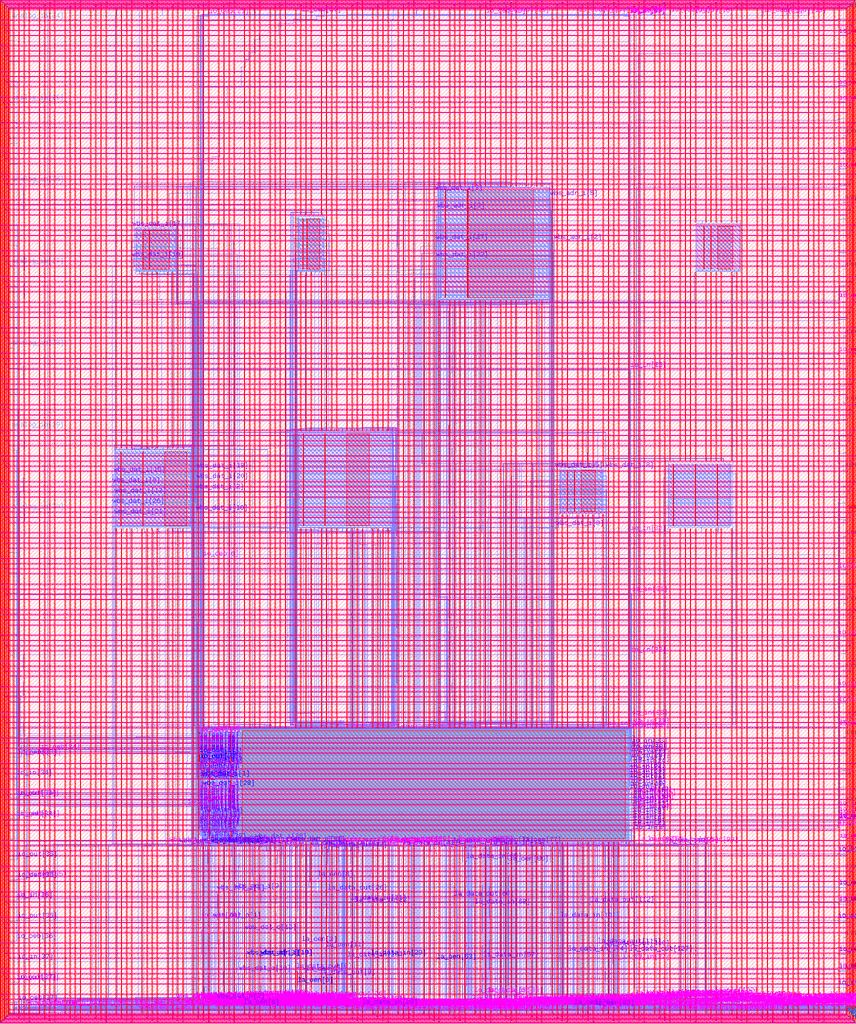
<source format=lef>
VERSION 5.7 ;
  NOWIREEXTENSIONATPIN ON ;
  DIVIDERCHAR "/" ;
  BUSBITCHARS "[]" ;
MACRO user_project_wrapper
  CLASS BLOCK ;
  FOREIGN user_project_wrapper ;
  ORIGIN 0.000 0.000 ;
  SIZE 2920.000 BY 3520.000 ;
  PIN analog_io[0]
    DIRECTION INOUT ;
    PORT
      LAYER met3 ;
        RECT 2917.600 28.980 2924.800 30.180 ;
    END
  END analog_io[0]
  PIN analog_io[10]
    DIRECTION INOUT ;
    PORT
      LAYER met3 ;
        RECT 2917.600 2374.980 2924.800 2376.180 ;
    END
  END analog_io[10]
  PIN analog_io[11]
    DIRECTION INOUT ;
    PORT
      LAYER met3 ;
        RECT 2917.600 2609.580 2924.800 2610.780 ;
    END
  END analog_io[11]
  PIN analog_io[12]
    DIRECTION INOUT ;
    PORT
      LAYER met3 ;
        RECT 2917.600 2844.180 2924.800 2845.380 ;
    END
  END analog_io[12]
  PIN analog_io[13]
    DIRECTION INOUT ;
    PORT
      LAYER met3 ;
        RECT 2917.600 3078.780 2924.800 3079.980 ;
    END
  END analog_io[13]
  PIN analog_io[14]
    DIRECTION INOUT ;
    PORT
      LAYER met3 ;
        RECT 2917.600 3313.380 2924.800 3314.580 ;
    END
  END analog_io[14]
  PIN analog_io[15]
    DIRECTION INOUT ;
    PORT
      LAYER met2 ;
        RECT 2879.090 3517.600 2879.650 3524.800 ;
    END
  END analog_io[15]
  PIN analog_io[16]
    DIRECTION INOUT ;
    PORT
      LAYER met2 ;
        RECT 2554.790 3517.600 2555.350 3524.800 ;
    END
  END analog_io[16]
  PIN analog_io[17]
    DIRECTION INOUT ;
    PORT
      LAYER met2 ;
        RECT 2230.490 3517.600 2231.050 3524.800 ;
    END
  END analog_io[17]
  PIN analog_io[18]
    DIRECTION INOUT ;
    PORT
      LAYER met2 ;
        RECT 1905.730 3517.600 1906.290 3524.800 ;
    END
  END analog_io[18]
  PIN analog_io[19]
    DIRECTION INOUT ;
    PORT
      LAYER met2 ;
        RECT 1581.430 3517.600 1581.990 3524.800 ;
    END
  END analog_io[19]
  PIN analog_io[1]
    DIRECTION INOUT ;
    PORT
      LAYER met3 ;
        RECT 2917.600 263.580 2924.800 264.780 ;
    END
  END analog_io[1]
  PIN analog_io[20]
    DIRECTION INOUT ;
    PORT
      LAYER met2 ;
        RECT 1257.130 3517.600 1257.690 3524.800 ;
    END
  END analog_io[20]
  PIN analog_io[21]
    DIRECTION INOUT ;
    PORT
      LAYER met2 ;
        RECT 932.370 3517.600 932.930 3524.800 ;
    END
  END analog_io[21]
  PIN analog_io[22]
    DIRECTION INOUT ;
    PORT
      LAYER met2 ;
        RECT 608.070 3517.600 608.630 3524.800 ;
    END
  END analog_io[22]
  PIN analog_io[23]
    DIRECTION INOUT ;
    PORT
      LAYER met2 ;
        RECT 283.770 3517.600 284.330 3524.800 ;
    END
  END analog_io[23]
  PIN analog_io[24]
    DIRECTION INOUT ;
    PORT
      LAYER met3 ;
        RECT -4.800 3482.700 2.400 3483.900 ;
    END
  END analog_io[24]
  PIN analog_io[25]
    DIRECTION INOUT ;
    PORT
      LAYER met3 ;
        RECT -4.800 3195.060 2.400 3196.260 ;
    END
  END analog_io[25]
  PIN analog_io[26]
    DIRECTION INOUT ;
    PORT
      LAYER met3 ;
        RECT -4.800 2908.100 2.400 2909.300 ;
    END
  END analog_io[26]
  PIN analog_io[27]
    DIRECTION INOUT ;
    PORT
      LAYER met3 ;
        RECT -4.800 2620.460 2.400 2621.660 ;
    END
  END analog_io[27]
  PIN analog_io[28]
    DIRECTION INOUT ;
    PORT
      LAYER met3 ;
        RECT -4.800 2333.500 2.400 2334.700 ;
    END
  END analog_io[28]
  PIN analog_io[29]
    DIRECTION INOUT ;
    PORT
      LAYER met3 ;
        RECT -4.800 2045.860 2.400 2047.060 ;
    END
  END analog_io[29]
  PIN analog_io[2]
    DIRECTION INOUT ;
    PORT
      LAYER met3 ;
        RECT 2917.600 498.180 2924.800 499.380 ;
    END
  END analog_io[2]
  PIN analog_io[30]
    DIRECTION INOUT ;
    PORT
      LAYER met3 ;
        RECT -4.800 1758.900 2.400 1760.100 ;
    END
  END analog_io[30]
  PIN analog_io[3]
    DIRECTION INOUT ;
    PORT
      LAYER met3 ;
        RECT 2917.600 732.780 2924.800 733.980 ;
    END
  END analog_io[3]
  PIN analog_io[4]
    DIRECTION INOUT ;
    PORT
      LAYER met3 ;
        RECT 2917.600 967.380 2924.800 968.580 ;
    END
  END analog_io[4]
  PIN analog_io[5]
    DIRECTION INOUT ;
    PORT
      LAYER met3 ;
        RECT 2917.600 1201.980 2924.800 1203.180 ;
    END
  END analog_io[5]
  PIN analog_io[6]
    DIRECTION INOUT ;
    PORT
      LAYER met3 ;
        RECT 2917.600 1436.580 2924.800 1437.780 ;
    END
  END analog_io[6]
  PIN analog_io[7]
    DIRECTION INOUT ;
    PORT
      LAYER met3 ;
        RECT 2917.600 1671.180 2924.800 1672.380 ;
    END
  END analog_io[7]
  PIN analog_io[8]
    DIRECTION INOUT ;
    PORT
      LAYER met3 ;
        RECT 2917.600 1905.780 2924.800 1906.980 ;
    END
  END analog_io[8]
  PIN analog_io[9]
    DIRECTION INOUT ;
    PORT
      LAYER met3 ;
        RECT 2917.600 2140.380 2924.800 2141.580 ;
    END
  END analog_io[9]
  PIN io_in[0]
    DIRECTION INPUT ;
    PORT
      LAYER met1 ;
        RECT 2183.690 89.660 2184.010 89.720 ;
        RECT 2898.990 89.660 2899.310 89.720 ;
        RECT 2183.690 89.520 2899.310 89.660 ;
        RECT 2183.690 89.460 2184.010 89.520 ;
        RECT 2898.990 89.460 2899.310 89.520 ;
      LAYER via ;
        RECT 2183.720 89.460 2183.980 89.720 ;
        RECT 2899.020 89.460 2899.280 89.720 ;
      LAYER met2 ;
        RECT 2183.710 601.955 2183.990 602.325 ;
        RECT 2183.780 89.750 2183.920 601.955 ;
        RECT 2183.720 89.430 2183.980 89.750 ;
        RECT 2899.020 89.430 2899.280 89.750 ;
        RECT 2899.080 88.245 2899.220 89.430 ;
        RECT 2899.010 87.875 2899.290 88.245 ;
      LAYER via2 ;
        RECT 2183.710 602.000 2183.990 602.280 ;
        RECT 2899.010 87.920 2899.290 88.200 ;
      LAYER met3 ;
        RECT 2166.000 604.800 2170.000 605.400 ;
        RECT 2169.670 602.290 2169.970 604.800 ;
        RECT 2183.685 602.290 2184.015 602.305 ;
        RECT 2169.670 601.990 2184.015 602.290 ;
        RECT 2183.685 601.975 2184.015 601.990 ;
        RECT 2898.985 88.210 2899.315 88.225 ;
        RECT 2917.600 88.210 2924.800 88.660 ;
        RECT 2898.985 87.910 2924.800 88.210 ;
        RECT 2898.985 87.895 2899.315 87.910 ;
        RECT 2917.600 87.460 2924.800 87.910 ;
    END
  END io_in[0]
  PIN io_in[10]
    DIRECTION INPUT ;
    PORT
      LAYER met1 ;
        RECT 2191.970 2429.200 2192.290 2429.260 ;
        RECT 2900.830 2429.200 2901.150 2429.260 ;
        RECT 2191.970 2429.060 2901.150 2429.200 ;
        RECT 2191.970 2429.000 2192.290 2429.060 ;
        RECT 2900.830 2429.000 2901.150 2429.060 ;
        RECT 2180.470 707.780 2180.790 707.840 ;
        RECT 2191.970 707.780 2192.290 707.840 ;
        RECT 2180.470 707.640 2192.290 707.780 ;
        RECT 2180.470 707.580 2180.790 707.640 ;
        RECT 2191.970 707.580 2192.290 707.640 ;
      LAYER via ;
        RECT 2192.000 2429.000 2192.260 2429.260 ;
        RECT 2900.860 2429.000 2901.120 2429.260 ;
        RECT 2180.500 707.580 2180.760 707.840 ;
        RECT 2192.000 707.580 2192.260 707.840 ;
      LAYER met2 ;
        RECT 2900.850 2433.875 2901.130 2434.245 ;
        RECT 2900.920 2429.290 2901.060 2433.875 ;
        RECT 2192.000 2428.970 2192.260 2429.290 ;
        RECT 2900.860 2428.970 2901.120 2429.290 ;
        RECT 2192.060 707.870 2192.200 2428.970 ;
        RECT 2180.500 707.550 2180.760 707.870 ;
        RECT 2192.000 707.550 2192.260 707.870 ;
        RECT 2180.560 706.365 2180.700 707.550 ;
        RECT 2180.490 705.995 2180.770 706.365 ;
      LAYER via2 ;
        RECT 2900.850 2433.920 2901.130 2434.200 ;
        RECT 2180.490 706.040 2180.770 706.320 ;
      LAYER met3 ;
        RECT 2900.825 2434.210 2901.155 2434.225 ;
        RECT 2917.600 2434.210 2924.800 2434.660 ;
        RECT 2900.825 2433.910 2924.800 2434.210 ;
        RECT 2900.825 2433.895 2901.155 2433.910 ;
        RECT 2917.600 2433.460 2924.800 2433.910 ;
        RECT 2180.465 706.330 2180.795 706.345 ;
        RECT 2169.670 706.030 2180.795 706.330 ;
        RECT 2169.670 705.360 2169.970 706.030 ;
        RECT 2180.465 706.015 2180.795 706.030 ;
        RECT 2166.000 704.760 2170.000 705.360 ;
    END
  END io_in[10]
  PIN io_in[11]
    DIRECTION INPUT ;
    PORT
      LAYER met1 ;
        RECT 2180.470 717.640 2180.790 717.700 ;
        RECT 2901.290 717.640 2901.610 717.700 ;
        RECT 2180.470 717.500 2901.610 717.640 ;
        RECT 2180.470 717.440 2180.790 717.500 ;
        RECT 2901.290 717.440 2901.610 717.500 ;
      LAYER via ;
        RECT 2180.500 717.440 2180.760 717.700 ;
        RECT 2901.320 717.440 2901.580 717.700 ;
      LAYER met2 ;
        RECT 2901.310 2669.155 2901.590 2669.525 ;
        RECT 2901.380 717.730 2901.520 2669.155 ;
        RECT 2180.500 717.410 2180.760 717.730 ;
        RECT 2901.320 717.410 2901.580 717.730 ;
        RECT 2180.560 715.885 2180.700 717.410 ;
        RECT 2180.490 715.515 2180.770 715.885 ;
      LAYER via2 ;
        RECT 2901.310 2669.200 2901.590 2669.480 ;
        RECT 2180.490 715.560 2180.770 715.840 ;
      LAYER met3 ;
        RECT 2901.285 2669.490 2901.615 2669.505 ;
        RECT 2917.600 2669.490 2924.800 2669.940 ;
        RECT 2901.285 2669.190 2924.800 2669.490 ;
        RECT 2901.285 2669.175 2901.615 2669.190 ;
        RECT 2917.600 2668.740 2924.800 2669.190 ;
        RECT 2180.465 715.850 2180.795 715.865 ;
        RECT 2169.670 715.550 2180.795 715.850 ;
        RECT 2169.670 714.880 2169.970 715.550 ;
        RECT 2180.465 715.535 2180.795 715.550 ;
        RECT 2166.000 714.280 2170.000 714.880 ;
    END
  END io_in[11]
  PIN io_in[12]
    DIRECTION INPUT ;
    PORT
      LAYER met1 ;
        RECT 2191.510 2898.400 2191.830 2898.460 ;
        RECT 2900.830 2898.400 2901.150 2898.460 ;
        RECT 2191.510 2898.260 2901.150 2898.400 ;
        RECT 2191.510 2898.200 2191.830 2898.260 ;
        RECT 2900.830 2898.200 2901.150 2898.260 ;
        RECT 2180.470 729.200 2180.790 729.260 ;
        RECT 2191.510 729.200 2191.830 729.260 ;
        RECT 2180.470 729.060 2191.830 729.200 ;
        RECT 2180.470 729.000 2180.790 729.060 ;
        RECT 2191.510 729.000 2191.830 729.060 ;
      LAYER via ;
        RECT 2191.540 2898.200 2191.800 2898.460 ;
        RECT 2900.860 2898.200 2901.120 2898.460 ;
        RECT 2180.500 729.000 2180.760 729.260 ;
        RECT 2191.540 729.000 2191.800 729.260 ;
      LAYER met2 ;
        RECT 2900.850 2903.755 2901.130 2904.125 ;
        RECT 2900.920 2898.490 2901.060 2903.755 ;
        RECT 2191.540 2898.170 2191.800 2898.490 ;
        RECT 2900.860 2898.170 2901.120 2898.490 ;
        RECT 2191.600 729.290 2191.740 2898.170 ;
        RECT 2180.500 728.970 2180.760 729.290 ;
        RECT 2191.540 728.970 2191.800 729.290 ;
        RECT 2180.560 726.765 2180.700 728.970 ;
        RECT 2180.490 726.395 2180.770 726.765 ;
      LAYER via2 ;
        RECT 2900.850 2903.800 2901.130 2904.080 ;
        RECT 2180.490 726.440 2180.770 726.720 ;
      LAYER met3 ;
        RECT 2900.825 2904.090 2901.155 2904.105 ;
        RECT 2917.600 2904.090 2924.800 2904.540 ;
        RECT 2900.825 2903.790 2924.800 2904.090 ;
        RECT 2900.825 2903.775 2901.155 2903.790 ;
        RECT 2917.600 2903.340 2924.800 2903.790 ;
        RECT 2180.465 726.730 2180.795 726.745 ;
        RECT 2169.670 726.430 2180.795 726.730 ;
        RECT 2169.670 725.080 2169.970 726.430 ;
        RECT 2180.465 726.415 2180.795 726.430 ;
        RECT 2166.000 724.480 2170.000 725.080 ;
    END
  END io_in[12]
  PIN io_in[13]
    DIRECTION INPUT ;
    PORT
      LAYER met1 ;
        RECT 2191.050 3133.000 2191.370 3133.060 ;
        RECT 2900.830 3133.000 2901.150 3133.060 ;
        RECT 2191.050 3132.860 2901.150 3133.000 ;
        RECT 2191.050 3132.800 2191.370 3132.860 ;
        RECT 2900.830 3132.800 2901.150 3132.860 ;
        RECT 2180.470 737.700 2180.790 737.760 ;
        RECT 2191.050 737.700 2191.370 737.760 ;
        RECT 2180.470 737.560 2191.370 737.700 ;
        RECT 2180.470 737.500 2180.790 737.560 ;
        RECT 2191.050 737.500 2191.370 737.560 ;
      LAYER via ;
        RECT 2191.080 3132.800 2191.340 3133.060 ;
        RECT 2900.860 3132.800 2901.120 3133.060 ;
        RECT 2180.500 737.500 2180.760 737.760 ;
        RECT 2191.080 737.500 2191.340 737.760 ;
      LAYER met2 ;
        RECT 2900.850 3138.355 2901.130 3138.725 ;
        RECT 2900.920 3133.090 2901.060 3138.355 ;
        RECT 2191.080 3132.770 2191.340 3133.090 ;
        RECT 2900.860 3132.770 2901.120 3133.090 ;
        RECT 2191.140 737.790 2191.280 3132.770 ;
        RECT 2180.500 737.470 2180.760 737.790 ;
        RECT 2191.080 737.470 2191.340 737.790 ;
        RECT 2180.560 736.285 2180.700 737.470 ;
        RECT 2180.490 735.915 2180.770 736.285 ;
      LAYER via2 ;
        RECT 2900.850 3138.400 2901.130 3138.680 ;
        RECT 2180.490 735.960 2180.770 736.240 ;
      LAYER met3 ;
        RECT 2900.825 3138.690 2901.155 3138.705 ;
        RECT 2917.600 3138.690 2924.800 3139.140 ;
        RECT 2900.825 3138.390 2924.800 3138.690 ;
        RECT 2900.825 3138.375 2901.155 3138.390 ;
        RECT 2917.600 3137.940 2924.800 3138.390 ;
        RECT 2180.465 736.250 2180.795 736.265 ;
        RECT 2169.670 735.950 2180.795 736.250 ;
        RECT 2169.670 735.280 2169.970 735.950 ;
        RECT 2180.465 735.935 2180.795 735.950 ;
        RECT 2166.000 734.680 2170.000 735.280 ;
    END
  END io_in[13]
  PIN io_in[14]
    DIRECTION INPUT ;
    PORT
      LAYER met1 ;
        RECT 2197.490 3367.600 2197.810 3367.660 ;
        RECT 2900.830 3367.600 2901.150 3367.660 ;
        RECT 2197.490 3367.460 2901.150 3367.600 ;
        RECT 2197.490 3367.400 2197.810 3367.460 ;
        RECT 2900.830 3367.400 2901.150 3367.460 ;
        RECT 2180.470 745.180 2180.790 745.240 ;
        RECT 2197.490 745.180 2197.810 745.240 ;
        RECT 2180.470 745.040 2197.810 745.180 ;
        RECT 2180.470 744.980 2180.790 745.040 ;
        RECT 2197.490 744.980 2197.810 745.040 ;
      LAYER via ;
        RECT 2197.520 3367.400 2197.780 3367.660 ;
        RECT 2900.860 3367.400 2901.120 3367.660 ;
        RECT 2180.500 744.980 2180.760 745.240 ;
        RECT 2197.520 744.980 2197.780 745.240 ;
      LAYER met2 ;
        RECT 2900.850 3372.955 2901.130 3373.325 ;
        RECT 2900.920 3367.690 2901.060 3372.955 ;
        RECT 2197.520 3367.370 2197.780 3367.690 ;
        RECT 2900.860 3367.370 2901.120 3367.690 ;
        RECT 2197.580 745.270 2197.720 3367.370 ;
        RECT 2180.500 745.125 2180.760 745.270 ;
        RECT 2180.490 744.755 2180.770 745.125 ;
        RECT 2197.520 744.950 2197.780 745.270 ;
      LAYER via2 ;
        RECT 2900.850 3373.000 2901.130 3373.280 ;
        RECT 2180.490 744.800 2180.770 745.080 ;
      LAYER met3 ;
        RECT 2900.825 3373.290 2901.155 3373.305 ;
        RECT 2917.600 3373.290 2924.800 3373.740 ;
        RECT 2900.825 3372.990 2924.800 3373.290 ;
        RECT 2900.825 3372.975 2901.155 3372.990 ;
        RECT 2917.600 3372.540 2924.800 3372.990 ;
        RECT 2180.465 745.090 2180.795 745.105 ;
        RECT 2169.670 744.800 2180.795 745.090 ;
        RECT 2166.000 744.790 2180.795 744.800 ;
        RECT 2166.000 744.200 2170.000 744.790 ;
        RECT 2180.465 744.775 2180.795 744.790 ;
    END
  END io_in[14]
  PIN io_in[15]
    DIRECTION INPUT ;
    PORT
      LAYER met1 ;
        RECT 2204.390 3502.240 2204.710 3502.300 ;
        RECT 2798.250 3502.240 2798.570 3502.300 ;
        RECT 2204.390 3502.100 2798.570 3502.240 ;
        RECT 2204.390 3502.040 2204.710 3502.100 ;
        RECT 2798.250 3502.040 2798.570 3502.100 ;
        RECT 2180.470 757.080 2180.790 757.140 ;
        RECT 2204.390 757.080 2204.710 757.140 ;
        RECT 2180.470 756.940 2204.710 757.080 ;
        RECT 2180.470 756.880 2180.790 756.940 ;
        RECT 2204.390 756.880 2204.710 756.940 ;
      LAYER via ;
        RECT 2204.420 3502.040 2204.680 3502.300 ;
        RECT 2798.280 3502.040 2798.540 3502.300 ;
        RECT 2180.500 756.880 2180.760 757.140 ;
        RECT 2204.420 756.880 2204.680 757.140 ;
      LAYER met2 ;
        RECT 2798.130 3517.600 2798.690 3524.800 ;
        RECT 2798.340 3502.330 2798.480 3517.600 ;
        RECT 2204.420 3502.010 2204.680 3502.330 ;
        RECT 2798.280 3502.010 2798.540 3502.330 ;
        RECT 2204.480 757.170 2204.620 3502.010 ;
        RECT 2180.500 756.850 2180.760 757.170 ;
        RECT 2204.420 756.850 2204.680 757.170 ;
        RECT 2180.560 756.005 2180.700 756.850 ;
        RECT 2180.490 755.635 2180.770 756.005 ;
      LAYER via2 ;
        RECT 2180.490 755.680 2180.770 755.960 ;
      LAYER met3 ;
        RECT 2180.465 755.970 2180.795 755.985 ;
        RECT 2169.670 755.670 2180.795 755.970 ;
        RECT 2169.670 755.000 2169.970 755.670 ;
        RECT 2180.465 755.655 2180.795 755.670 ;
        RECT 2166.000 754.400 2170.000 755.000 ;
    END
  END io_in[15]
  PIN io_in[16]
    DIRECTION INPUT ;
    PORT
      LAYER met1 ;
        RECT 2190.590 3502.920 2190.910 3502.980 ;
        RECT 2473.950 3502.920 2474.270 3502.980 ;
        RECT 2190.590 3502.780 2474.270 3502.920 ;
        RECT 2190.590 3502.720 2190.910 3502.780 ;
        RECT 2473.950 3502.720 2474.270 3502.780 ;
        RECT 2180.470 765.580 2180.790 765.640 ;
        RECT 2190.590 765.580 2190.910 765.640 ;
        RECT 2180.470 765.440 2190.910 765.580 ;
        RECT 2180.470 765.380 2180.790 765.440 ;
        RECT 2190.590 765.380 2190.910 765.440 ;
      LAYER via ;
        RECT 2190.620 3502.720 2190.880 3502.980 ;
        RECT 2473.980 3502.720 2474.240 3502.980 ;
        RECT 2180.500 765.380 2180.760 765.640 ;
        RECT 2190.620 765.380 2190.880 765.640 ;
      LAYER met2 ;
        RECT 2473.830 3517.600 2474.390 3524.800 ;
        RECT 2474.040 3503.010 2474.180 3517.600 ;
        RECT 2190.620 3502.690 2190.880 3503.010 ;
        RECT 2473.980 3502.690 2474.240 3503.010 ;
        RECT 2190.680 765.670 2190.820 3502.690 ;
        RECT 2180.500 765.525 2180.760 765.670 ;
        RECT 2180.490 765.155 2180.770 765.525 ;
        RECT 2190.620 765.350 2190.880 765.670 ;
      LAYER via2 ;
        RECT 2180.490 765.200 2180.770 765.480 ;
      LAYER met3 ;
        RECT 2180.465 765.490 2180.795 765.505 ;
        RECT 2169.670 765.200 2180.795 765.490 ;
        RECT 2166.000 765.190 2180.795 765.200 ;
        RECT 2166.000 764.600 2170.000 765.190 ;
        RECT 2180.465 765.175 2180.795 765.190 ;
    END
  END io_in[16]
  PIN io_in[17]
    DIRECTION INPUT ;
    PORT
      LAYER met1 ;
        RECT 2149.190 3498.500 2149.510 3498.560 ;
        RECT 2164.830 3498.500 2165.150 3498.560 ;
        RECT 2149.190 3498.360 2165.150 3498.500 ;
        RECT 2149.190 3498.300 2149.510 3498.360 ;
        RECT 2164.830 3498.300 2165.150 3498.360 ;
      LAYER via ;
        RECT 2149.220 3498.300 2149.480 3498.560 ;
        RECT 2164.860 3498.300 2165.120 3498.560 ;
      LAYER met2 ;
        RECT 2149.070 3517.600 2149.630 3524.800 ;
        RECT 2149.280 3498.590 2149.420 3517.600 ;
        RECT 2149.220 3498.270 2149.480 3498.590 ;
        RECT 2164.860 3498.270 2165.120 3498.590 ;
        RECT 2164.920 776.970 2165.060 3498.270 ;
        RECT 2166.690 776.970 2166.970 777.085 ;
        RECT 2164.920 776.830 2166.970 776.970 ;
        RECT 2166.690 776.715 2166.970 776.830 ;
      LAYER via2 ;
        RECT 2166.690 776.760 2166.970 777.040 ;
      LAYER met3 ;
        RECT 2166.665 777.050 2166.995 777.065 ;
        RECT 2166.665 776.735 2167.210 777.050 ;
        RECT 2166.910 774.720 2167.210 776.735 ;
        RECT 2166.000 774.120 2170.000 774.720 ;
    END
  END io_in[17]
  PIN io_in[18]
    DIRECTION INPUT ;
    PORT
      LAYER met1 ;
        RECT 1824.890 3504.620 1825.210 3504.680 ;
        RECT 2170.810 3504.620 2171.130 3504.680 ;
        RECT 1824.890 3504.480 2171.130 3504.620 ;
        RECT 1824.890 3504.420 1825.210 3504.480 ;
        RECT 2170.810 3504.420 2171.130 3504.480 ;
      LAYER via ;
        RECT 1824.920 3504.420 1825.180 3504.680 ;
        RECT 2170.840 3504.420 2171.100 3504.680 ;
      LAYER met2 ;
        RECT 1824.770 3517.600 1825.330 3524.800 ;
        RECT 1824.980 3504.710 1825.120 3517.600 ;
        RECT 1824.920 3504.390 1825.180 3504.710 ;
        RECT 2170.840 3504.390 2171.100 3504.710 ;
        RECT 2170.900 785.925 2171.040 3504.390 ;
        RECT 2170.830 785.555 2171.110 785.925 ;
      LAYER via2 ;
        RECT 2170.830 785.600 2171.110 785.880 ;
      LAYER met3 ;
        RECT 2170.805 785.890 2171.135 785.905 ;
        RECT 2169.670 785.590 2171.135 785.890 ;
        RECT 2169.670 784.920 2169.970 785.590 ;
        RECT 2170.805 785.575 2171.135 785.590 ;
        RECT 2166.000 784.320 2170.000 784.920 ;
    END
  END io_in[18]
  PIN io_in[19]
    DIRECTION INPUT ;
    PORT
      LAYER met1 ;
        RECT 1500.590 3500.880 1500.910 3500.940 ;
        RECT 2167.130 3500.880 2167.450 3500.940 ;
        RECT 1500.590 3500.740 2167.450 3500.880 ;
        RECT 1500.590 3500.680 1500.910 3500.740 ;
        RECT 2167.130 3500.680 2167.450 3500.740 ;
      LAYER via ;
        RECT 1500.620 3500.680 1500.880 3500.940 ;
        RECT 2167.160 3500.680 2167.420 3500.940 ;
      LAYER met2 ;
        RECT 1500.470 3517.600 1501.030 3524.800 ;
        RECT 1500.680 3500.970 1500.820 3517.600 ;
        RECT 1500.620 3500.650 1500.880 3500.970 ;
        RECT 2167.160 3500.650 2167.420 3500.970 ;
        RECT 2167.220 797.485 2167.360 3500.650 ;
        RECT 2167.150 797.115 2167.430 797.485 ;
      LAYER via2 ;
        RECT 2167.150 797.160 2167.430 797.440 ;
      LAYER met3 ;
        RECT 2167.125 797.450 2167.455 797.465 ;
        RECT 2166.910 797.135 2167.455 797.450 ;
        RECT 2166.910 795.120 2167.210 797.135 ;
        RECT 2166.000 794.520 2170.000 795.120 ;
    END
  END io_in[19]
  PIN io_in[1]
    DIRECTION INPUT ;
    PORT
      LAYER met1 ;
        RECT 2184.150 324.260 2184.470 324.320 ;
        RECT 2898.990 324.260 2899.310 324.320 ;
        RECT 2184.150 324.120 2899.310 324.260 ;
        RECT 2184.150 324.060 2184.470 324.120 ;
        RECT 2898.990 324.060 2899.310 324.120 ;
      LAYER via ;
        RECT 2184.180 324.060 2184.440 324.320 ;
        RECT 2899.020 324.060 2899.280 324.320 ;
      LAYER met2 ;
        RECT 2184.170 614.875 2184.450 615.245 ;
        RECT 2184.240 324.350 2184.380 614.875 ;
        RECT 2184.180 324.030 2184.440 324.350 ;
        RECT 2899.020 324.030 2899.280 324.350 ;
        RECT 2899.080 322.845 2899.220 324.030 ;
        RECT 2899.010 322.475 2899.290 322.845 ;
      LAYER via2 ;
        RECT 2184.170 614.920 2184.450 615.200 ;
        RECT 2899.010 322.520 2899.290 322.800 ;
      LAYER met3 ;
        RECT 2184.145 615.210 2184.475 615.225 ;
        RECT 2169.670 614.920 2184.475 615.210 ;
        RECT 2166.000 614.910 2184.475 614.920 ;
        RECT 2166.000 614.320 2170.000 614.910 ;
        RECT 2184.145 614.895 2184.475 614.910 ;
        RECT 2898.985 322.810 2899.315 322.825 ;
        RECT 2917.600 322.810 2924.800 323.260 ;
        RECT 2898.985 322.510 2924.800 322.810 ;
        RECT 2898.985 322.495 2899.315 322.510 ;
        RECT 2917.600 322.060 2924.800 322.510 ;
    END
  END io_in[1]
  PIN io_in[20]
    DIRECTION INPUT ;
    PORT
      LAYER met1 ;
        RECT 1175.830 3504.960 1176.150 3505.020 ;
        RECT 2167.590 3504.960 2167.910 3505.020 ;
        RECT 1175.830 3504.820 2167.910 3504.960 ;
        RECT 1175.830 3504.760 1176.150 3504.820 ;
        RECT 2167.590 3504.760 2167.910 3504.820 ;
      LAYER via ;
        RECT 1175.860 3504.760 1176.120 3505.020 ;
        RECT 2167.620 3504.760 2167.880 3505.020 ;
      LAYER met2 ;
        RECT 1175.710 3517.600 1176.270 3524.800 ;
        RECT 1175.920 3505.050 1176.060 3517.600 ;
        RECT 1175.860 3504.730 1176.120 3505.050 ;
        RECT 2167.620 3504.730 2167.880 3505.050 ;
        RECT 2167.680 807.005 2167.820 3504.730 ;
        RECT 2167.610 806.635 2167.890 807.005 ;
      LAYER via2 ;
        RECT 2167.610 806.680 2167.890 806.960 ;
      LAYER met3 ;
        RECT 2167.585 806.970 2167.915 806.985 ;
        RECT 2167.585 806.655 2168.130 806.970 ;
        RECT 2167.830 805.320 2168.130 806.655 ;
        RECT 2166.000 804.720 2170.000 805.320 ;
    END
  END io_in[20]
  PIN io_in[21]
    DIRECTION INPUT ;
    PORT
      LAYER met1 ;
        RECT 851.530 3504.280 851.850 3504.340 ;
        RECT 2165.290 3504.280 2165.610 3504.340 ;
        RECT 851.530 3504.140 2165.610 3504.280 ;
        RECT 851.530 3504.080 851.850 3504.140 ;
        RECT 2165.290 3504.080 2165.610 3504.140 ;
        RECT 2165.290 883.220 2165.610 883.280 ;
        RECT 2168.510 883.220 2168.830 883.280 ;
        RECT 2165.290 883.080 2168.830 883.220 ;
        RECT 2165.290 883.020 2165.610 883.080 ;
        RECT 2168.510 883.020 2168.830 883.080 ;
        RECT 2166.210 846.500 2166.530 846.560 ;
        RECT 2168.510 846.500 2168.830 846.560 ;
        RECT 2166.210 846.360 2168.830 846.500 ;
        RECT 2166.210 846.300 2166.530 846.360 ;
        RECT 2168.510 846.300 2168.830 846.360 ;
      LAYER via ;
        RECT 851.560 3504.080 851.820 3504.340 ;
        RECT 2165.320 3504.080 2165.580 3504.340 ;
        RECT 2165.320 883.020 2165.580 883.280 ;
        RECT 2168.540 883.020 2168.800 883.280 ;
        RECT 2166.240 846.300 2166.500 846.560 ;
        RECT 2168.540 846.300 2168.800 846.560 ;
      LAYER met2 ;
        RECT 851.410 3517.600 851.970 3524.800 ;
        RECT 851.620 3504.370 851.760 3517.600 ;
        RECT 851.560 3504.050 851.820 3504.370 ;
        RECT 2165.320 3504.050 2165.580 3504.370 ;
        RECT 2165.380 883.310 2165.520 3504.050 ;
        RECT 2165.320 882.990 2165.580 883.310 ;
        RECT 2168.540 882.990 2168.800 883.310 ;
        RECT 2168.600 846.590 2168.740 882.990 ;
        RECT 2166.240 846.270 2166.500 846.590 ;
        RECT 2168.540 846.270 2168.800 846.590 ;
        RECT 2166.300 817.090 2166.440 846.270 ;
        RECT 2166.690 817.090 2166.970 817.205 ;
        RECT 2166.300 816.950 2166.970 817.090 ;
        RECT 2166.690 816.835 2166.970 816.950 ;
      LAYER via2 ;
        RECT 2166.690 816.880 2166.970 817.160 ;
      LAYER met3 ;
        RECT 2166.665 817.170 2166.995 817.185 ;
        RECT 2166.665 816.855 2167.210 817.170 ;
        RECT 2166.910 814.840 2167.210 816.855 ;
        RECT 2166.000 814.240 2170.000 814.840 ;
    END
  END io_in[21]
  PIN io_in[22]
    DIRECTION INPUT ;
    PORT
      LAYER met1 ;
        RECT 527.230 3502.920 527.550 3502.980 ;
        RECT 2168.050 3502.920 2168.370 3502.980 ;
        RECT 527.230 3502.780 2168.370 3502.920 ;
        RECT 527.230 3502.720 527.550 3502.780 ;
        RECT 2168.050 3502.720 2168.370 3502.780 ;
      LAYER via ;
        RECT 527.260 3502.720 527.520 3502.980 ;
        RECT 2168.080 3502.720 2168.340 3502.980 ;
      LAYER met2 ;
        RECT 527.110 3517.600 527.670 3524.800 ;
        RECT 527.320 3503.010 527.460 3517.600 ;
        RECT 527.260 3502.690 527.520 3503.010 ;
        RECT 2168.080 3502.690 2168.340 3503.010 ;
        RECT 2168.140 827.405 2168.280 3502.690 ;
        RECT 2168.070 827.035 2168.350 827.405 ;
      LAYER via2 ;
        RECT 2168.070 827.080 2168.350 827.360 ;
      LAYER met3 ;
        RECT 2168.045 827.370 2168.375 827.385 ;
        RECT 2167.830 827.055 2168.375 827.370 ;
        RECT 2167.830 825.040 2168.130 827.055 ;
        RECT 2166.000 824.440 2170.000 825.040 ;
    END
  END io_in[22]
  PIN io_in[23]
    DIRECTION INPUT ;
    PORT
      LAYER met1 ;
        RECT 202.470 3502.240 202.790 3502.300 ;
        RECT 2165.750 3502.240 2166.070 3502.300 ;
        RECT 202.470 3502.100 2166.070 3502.240 ;
        RECT 202.470 3502.040 202.790 3502.100 ;
        RECT 2165.750 3502.040 2166.070 3502.100 ;
        RECT 2165.290 834.260 2165.610 834.320 ;
        RECT 2166.670 834.260 2166.990 834.320 ;
        RECT 2165.290 834.120 2166.990 834.260 ;
        RECT 2165.290 834.060 2165.610 834.120 ;
        RECT 2166.670 834.060 2166.990 834.120 ;
      LAYER via ;
        RECT 202.500 3502.040 202.760 3502.300 ;
        RECT 2165.780 3502.040 2166.040 3502.300 ;
        RECT 2165.320 834.060 2165.580 834.320 ;
        RECT 2166.700 834.060 2166.960 834.320 ;
      LAYER met2 ;
        RECT 202.350 3517.600 202.910 3524.800 ;
        RECT 202.560 3502.330 202.700 3517.600 ;
        RECT 202.500 3502.010 202.760 3502.330 ;
        RECT 2165.780 3502.010 2166.040 3502.330 ;
        RECT 2165.840 845.650 2165.980 3502.010 ;
        RECT 2165.380 845.510 2165.980 845.650 ;
        RECT 2165.380 834.350 2165.520 845.510 ;
        RECT 2165.320 834.030 2165.580 834.350 ;
        RECT 2166.700 834.205 2166.960 834.350 ;
        RECT 2166.690 833.835 2166.970 834.205 ;
      LAYER via2 ;
        RECT 2166.690 833.880 2166.970 834.160 ;
      LAYER met3 ;
        RECT 2166.000 834.640 2170.000 835.240 ;
        RECT 2166.910 834.185 2167.210 834.640 ;
        RECT 2166.665 833.870 2167.210 834.185 ;
        RECT 2166.665 833.855 2166.995 833.870 ;
    END
  END io_in[23]
  PIN io_in[24]
    DIRECTION INPUT ;
    PORT
      LAYER met1 ;
        RECT 18.930 3408.740 19.250 3408.800 ;
        RECT 2166.210 3408.740 2166.530 3408.800 ;
        RECT 18.930 3408.600 2166.530 3408.740 ;
        RECT 18.930 3408.540 19.250 3408.600 ;
        RECT 2166.210 3408.540 2166.530 3408.600 ;
        RECT 2166.210 1001.200 2166.530 1001.260 ;
        RECT 2171.730 1001.200 2172.050 1001.260 ;
        RECT 2166.210 1001.060 2172.050 1001.200 ;
        RECT 2166.210 1001.000 2166.530 1001.060 ;
        RECT 2171.730 1001.000 2172.050 1001.060 ;
        RECT 2166.210 990.320 2166.530 990.380 ;
        RECT 2171.730 990.320 2172.050 990.380 ;
        RECT 2166.210 990.180 2172.050 990.320 ;
        RECT 2166.210 990.120 2166.530 990.180 ;
        RECT 2171.730 990.120 2172.050 990.180 ;
      LAYER via ;
        RECT 18.960 3408.540 19.220 3408.800 ;
        RECT 2166.240 3408.540 2166.500 3408.800 ;
        RECT 2166.240 1001.000 2166.500 1001.260 ;
        RECT 2171.760 1001.000 2172.020 1001.260 ;
        RECT 2166.240 990.120 2166.500 990.380 ;
        RECT 2171.760 990.120 2172.020 990.380 ;
      LAYER met2 ;
        RECT 18.950 3411.035 19.230 3411.405 ;
        RECT 19.020 3408.830 19.160 3411.035 ;
        RECT 18.960 3408.510 19.220 3408.830 ;
        RECT 2166.240 3408.510 2166.500 3408.830 ;
        RECT 2166.300 1001.290 2166.440 3408.510 ;
        RECT 2166.240 1000.970 2166.500 1001.290 ;
        RECT 2171.760 1000.970 2172.020 1001.290 ;
        RECT 2171.820 990.410 2171.960 1000.970 ;
        RECT 2166.240 990.090 2166.500 990.410 ;
        RECT 2171.760 990.090 2172.020 990.410 ;
        RECT 2166.300 847.010 2166.440 990.090 ;
        RECT 2166.690 847.010 2166.970 847.125 ;
        RECT 2166.300 846.870 2166.970 847.010 ;
        RECT 2166.690 846.755 2166.970 846.870 ;
      LAYER via2 ;
        RECT 18.950 3411.080 19.230 3411.360 ;
        RECT 2166.690 846.800 2166.970 847.080 ;
      LAYER met3 ;
        RECT -4.800 3411.370 2.400 3411.820 ;
        RECT 18.925 3411.370 19.255 3411.385 ;
        RECT -4.800 3411.070 19.255 3411.370 ;
        RECT -4.800 3410.620 2.400 3411.070 ;
        RECT 18.925 3411.055 19.255 3411.070 ;
        RECT 2166.665 847.090 2166.995 847.105 ;
        RECT 2166.665 846.775 2167.210 847.090 ;
        RECT 2166.910 844.760 2167.210 846.775 ;
        RECT 2166.000 844.160 2170.000 844.760 ;
    END
  END io_in[24]
  PIN io_in[25]
    DIRECTION INPUT ;
    PORT
      LAYER met1 ;
        RECT 16.170 3119.060 16.490 3119.120 ;
        RECT 2162.990 3119.060 2163.310 3119.120 ;
        RECT 16.170 3118.920 2163.310 3119.060 ;
        RECT 16.170 3118.860 16.490 3118.920 ;
        RECT 2162.990 3118.860 2163.310 3118.920 ;
        RECT 2162.990 1001.540 2163.310 1001.600 ;
        RECT 2172.190 1001.540 2172.510 1001.600 ;
        RECT 2162.990 1001.400 2172.510 1001.540 ;
        RECT 2162.990 1001.340 2163.310 1001.400 ;
        RECT 2172.190 1001.340 2172.510 1001.400 ;
        RECT 2166.670 989.980 2166.990 990.040 ;
        RECT 2172.190 989.980 2172.510 990.040 ;
        RECT 2166.670 989.840 2172.510 989.980 ;
        RECT 2166.670 989.780 2166.990 989.840 ;
        RECT 2172.190 989.780 2172.510 989.840 ;
        RECT 2165.290 882.540 2165.610 882.600 ;
        RECT 2166.670 882.540 2166.990 882.600 ;
        RECT 2165.290 882.400 2166.990 882.540 ;
        RECT 2165.290 882.340 2165.610 882.400 ;
        RECT 2166.670 882.340 2166.990 882.400 ;
        RECT 2165.290 853.980 2165.610 854.040 ;
        RECT 2166.670 853.980 2166.990 854.040 ;
        RECT 2165.290 853.840 2166.990 853.980 ;
        RECT 2165.290 853.780 2165.610 853.840 ;
        RECT 2166.670 853.780 2166.990 853.840 ;
      LAYER via ;
        RECT 16.200 3118.860 16.460 3119.120 ;
        RECT 2163.020 3118.860 2163.280 3119.120 ;
        RECT 2163.020 1001.340 2163.280 1001.600 ;
        RECT 2172.220 1001.340 2172.480 1001.600 ;
        RECT 2166.700 989.780 2166.960 990.040 ;
        RECT 2172.220 989.780 2172.480 990.040 ;
        RECT 2165.320 882.340 2165.580 882.600 ;
        RECT 2166.700 882.340 2166.960 882.600 ;
        RECT 2165.320 853.780 2165.580 854.040 ;
        RECT 2166.700 853.780 2166.960 854.040 ;
      LAYER met2 ;
        RECT 16.190 3124.075 16.470 3124.445 ;
        RECT 16.260 3119.150 16.400 3124.075 ;
        RECT 16.200 3118.830 16.460 3119.150 ;
        RECT 2163.020 3118.830 2163.280 3119.150 ;
        RECT 2163.080 1001.630 2163.220 3118.830 ;
        RECT 2163.020 1001.310 2163.280 1001.630 ;
        RECT 2172.220 1001.310 2172.480 1001.630 ;
        RECT 2172.280 990.070 2172.420 1001.310 ;
        RECT 2166.700 989.750 2166.960 990.070 ;
        RECT 2172.220 989.750 2172.480 990.070 ;
        RECT 2166.760 882.630 2166.900 989.750 ;
        RECT 2165.320 882.310 2165.580 882.630 ;
        RECT 2166.700 882.310 2166.960 882.630 ;
        RECT 2165.380 854.070 2165.520 882.310 ;
        RECT 2165.320 853.750 2165.580 854.070 ;
        RECT 2166.700 853.925 2166.960 854.070 ;
        RECT 2166.690 853.555 2166.970 853.925 ;
      LAYER via2 ;
        RECT 16.190 3124.120 16.470 3124.400 ;
        RECT 2166.690 853.600 2166.970 853.880 ;
      LAYER met3 ;
        RECT -4.800 3124.410 2.400 3124.860 ;
        RECT 16.165 3124.410 16.495 3124.425 ;
        RECT -4.800 3124.110 16.495 3124.410 ;
        RECT -4.800 3123.660 2.400 3124.110 ;
        RECT 16.165 3124.095 16.495 3124.110 ;
        RECT 2166.000 854.360 2170.000 854.960 ;
        RECT 2166.910 853.905 2167.210 854.360 ;
        RECT 2166.665 853.590 2167.210 853.905 ;
        RECT 2166.665 853.575 2166.995 853.590 ;
    END
  END io_in[25]
  PIN io_in[26]
    DIRECTION INPUT ;
    PORT
      LAYER met1 ;
        RECT 20.310 2836.180 20.630 2836.240 ;
        RECT 831.750 2836.180 832.070 2836.240 ;
        RECT 20.310 2836.040 832.070 2836.180 ;
        RECT 20.310 2835.980 20.630 2836.040 ;
        RECT 831.750 2835.980 832.070 2836.040 ;
        RECT 831.750 1003.580 832.070 1003.640 ;
        RECT 860.730 1003.580 861.050 1003.640 ;
        RECT 831.750 1003.440 861.050 1003.580 ;
        RECT 831.750 1003.380 832.070 1003.440 ;
        RECT 860.730 1003.380 861.050 1003.440 ;
        RECT 1762.330 1000.860 1762.650 1000.920 ;
        RECT 1766.010 1000.860 1766.330 1000.920 ;
        RECT 1762.330 1000.720 1766.330 1000.860 ;
        RECT 1762.330 1000.660 1762.650 1000.720 ;
        RECT 1766.010 1000.660 1766.330 1000.720 ;
        RECT 1766.470 1000.860 1766.790 1000.920 ;
        RECT 1788.550 1000.860 1788.870 1000.920 ;
        RECT 1766.470 1000.720 1788.870 1000.860 ;
        RECT 1766.470 1000.660 1766.790 1000.720 ;
        RECT 1788.550 1000.660 1788.870 1000.720 ;
        RECT 1220.450 1000.520 1220.770 1000.580 ;
        RECT 1232.870 1000.520 1233.190 1000.580 ;
        RECT 1220.450 1000.380 1233.190 1000.520 ;
        RECT 1220.450 1000.320 1220.770 1000.380 ;
        RECT 1232.870 1000.320 1233.190 1000.380 ;
        RECT 1398.470 1000.520 1398.790 1000.580 ;
        RECT 1421.470 1000.520 1421.790 1000.580 ;
        RECT 1398.470 1000.380 1421.790 1000.520 ;
        RECT 1398.470 1000.320 1398.790 1000.380 ;
        RECT 1421.470 1000.320 1421.790 1000.380 ;
        RECT 1563.150 1000.520 1563.470 1000.580 ;
        RECT 1577.870 1000.520 1578.190 1000.580 ;
        RECT 1563.150 1000.380 1578.190 1000.520 ;
        RECT 1563.150 1000.320 1563.470 1000.380 ;
        RECT 1577.870 1000.320 1578.190 1000.380 ;
        RECT 1885.150 1000.520 1885.470 1000.580 ;
        RECT 1885.150 1000.380 1932.300 1000.520 ;
        RECT 1885.150 1000.320 1885.470 1000.380 ;
        RECT 1276.570 1000.180 1276.890 1000.240 ;
        RECT 1435.270 1000.180 1435.590 1000.240 ;
        RECT 1666.650 1000.180 1666.970 1000.240 ;
        RECT 935.340 1000.040 959.400 1000.180 ;
        RECT 860.730 999.500 861.050 999.560 ;
        RECT 935.340 999.500 935.480 1000.040 ;
        RECT 860.730 999.360 935.480 999.500 ;
        RECT 959.260 999.500 959.400 1000.040 ;
        RECT 1276.570 1000.040 1290.140 1000.180 ;
        RECT 1276.570 999.980 1276.890 1000.040 ;
        RECT 1159.270 999.640 1159.590 999.900 ;
        RECT 1007.470 999.500 1007.790 999.560 ;
        RECT 959.260 999.360 1007.790 999.500 ;
        RECT 860.730 999.300 861.050 999.360 ;
        RECT 1007.470 999.300 1007.790 999.360 ;
        RECT 1008.390 999.500 1008.710 999.560 ;
        RECT 1070.490 999.500 1070.810 999.560 ;
        RECT 1008.390 999.360 1070.810 999.500 ;
        RECT 1008.390 999.300 1008.710 999.360 ;
        RECT 1070.490 999.300 1070.810 999.360 ;
        RECT 1096.710 999.500 1097.030 999.560 ;
        RECT 1159.360 999.500 1159.500 999.640 ;
        RECT 1096.710 999.360 1159.500 999.500 ;
        RECT 1174.910 999.500 1175.230 999.560 ;
        RECT 1220.450 999.500 1220.770 999.560 ;
        RECT 1174.910 999.360 1220.770 999.500 ;
        RECT 1096.710 999.300 1097.030 999.360 ;
        RECT 1174.910 999.300 1175.230 999.360 ;
        RECT 1220.450 999.300 1220.770 999.360 ;
        RECT 1232.870 999.500 1233.190 999.560 ;
        RECT 1242.070 999.500 1242.390 999.560 ;
        RECT 1232.870 999.360 1242.390 999.500 ;
        RECT 1290.000 999.500 1290.140 1000.040 ;
        RECT 1362.220 1000.040 1375.700 1000.180 ;
        RECT 1362.220 999.500 1362.360 1000.040 ;
        RECT 1290.000 999.360 1362.360 999.500 ;
        RECT 1375.560 999.500 1375.700 1000.040 ;
        RECT 1435.270 1000.040 1435.960 1000.180 ;
        RECT 1435.270 999.980 1435.590 1000.040 ;
        RECT 1435.820 999.840 1435.960 1000.040 ;
        RECT 1642.360 1000.040 1666.970 1000.180 ;
        RECT 1435.820 999.700 1463.560 999.840 ;
        RECT 1398.470 999.500 1398.790 999.560 ;
        RECT 1375.560 999.360 1398.790 999.500 ;
        RECT 1232.870 999.300 1233.190 999.360 ;
        RECT 1242.070 999.300 1242.390 999.360 ;
        RECT 1398.470 999.300 1398.790 999.360 ;
        RECT 1421.470 999.500 1421.790 999.560 ;
        RECT 1435.270 999.500 1435.590 999.560 ;
        RECT 1421.470 999.360 1435.590 999.500 ;
        RECT 1463.420 999.500 1463.560 999.700 ;
        RECT 1563.150 999.500 1563.470 999.560 ;
        RECT 1463.420 999.360 1563.470 999.500 ;
        RECT 1421.470 999.300 1421.790 999.360 ;
        RECT 1435.270 999.300 1435.590 999.360 ;
        RECT 1563.150 999.300 1563.470 999.360 ;
        RECT 1577.870 999.500 1578.190 999.560 ;
        RECT 1642.360 999.500 1642.500 1000.040 ;
        RECT 1666.650 999.980 1666.970 1000.040 ;
        RECT 1766.470 999.980 1766.790 1000.240 ;
        RECT 1814.400 1000.040 1815.460 1000.180 ;
        RECT 1766.010 999.840 1766.330 999.900 ;
        RECT 1766.560 999.840 1766.700 999.980 ;
        RECT 1766.010 999.700 1766.700 999.840 ;
        RECT 1788.550 999.840 1788.870 999.900 ;
        RECT 1814.400 999.840 1814.540 1000.040 ;
        RECT 1788.550 999.700 1814.540 999.840 ;
        RECT 1815.320 999.840 1815.460 1000.040 ;
        RECT 1932.160 999.840 1932.300 1000.380 ;
        RECT 1950.930 1000.180 1951.250 1000.240 ;
        RECT 1933.540 1000.040 1951.250 1000.180 ;
        RECT 1933.540 999.840 1933.680 1000.040 ;
        RECT 1950.930 999.980 1951.250 1000.040 ;
        RECT 2149.650 1000.180 2149.970 1000.240 ;
        RECT 2149.650 1000.040 2167.820 1000.180 ;
        RECT 2149.650 999.980 2149.970 1000.040 ;
        RECT 1815.320 999.700 1815.920 999.840 ;
        RECT 1932.160 999.700 1933.680 999.840 ;
        RECT 1766.010 999.640 1766.330 999.700 ;
        RECT 1788.550 999.640 1788.870 999.700 ;
        RECT 1577.870 999.360 1642.500 999.500 ;
        RECT 1666.650 999.500 1666.970 999.560 ;
        RECT 1762.330 999.500 1762.650 999.560 ;
        RECT 1666.650 999.360 1762.650 999.500 ;
        RECT 1815.780 999.500 1815.920 999.700 ;
        RECT 1950.930 999.500 1951.250 999.560 ;
        RECT 2149.650 999.500 2149.970 999.560 ;
        RECT 1815.780 999.360 1884.460 999.500 ;
        RECT 1577.870 999.300 1578.190 999.360 ;
        RECT 1666.650 999.300 1666.970 999.360 ;
        RECT 1762.330 999.300 1762.650 999.360 ;
        RECT 1884.320 999.160 1884.460 999.360 ;
        RECT 1950.930 999.360 2149.970 999.500 ;
        RECT 1950.930 999.300 1951.250 999.360 ;
        RECT 2149.650 999.300 2149.970 999.360 ;
        RECT 1885.150 999.160 1885.470 999.220 ;
        RECT 1884.320 999.020 1885.470 999.160 ;
        RECT 1885.150 998.960 1885.470 999.020 ;
        RECT 2167.680 998.480 2167.820 1000.040 ;
        RECT 2181.390 998.480 2181.710 998.540 ;
        RECT 2167.680 998.340 2181.710 998.480 ;
        RECT 2181.390 998.280 2181.710 998.340 ;
      LAYER via ;
        RECT 20.340 2835.980 20.600 2836.240 ;
        RECT 831.780 2835.980 832.040 2836.240 ;
        RECT 831.780 1003.380 832.040 1003.640 ;
        RECT 860.760 1003.380 861.020 1003.640 ;
        RECT 1762.360 1000.660 1762.620 1000.920 ;
        RECT 1766.040 1000.660 1766.300 1000.920 ;
        RECT 1766.500 1000.660 1766.760 1000.920 ;
        RECT 1788.580 1000.660 1788.840 1000.920 ;
        RECT 1220.480 1000.320 1220.740 1000.580 ;
        RECT 1232.900 1000.320 1233.160 1000.580 ;
        RECT 1398.500 1000.320 1398.760 1000.580 ;
        RECT 1421.500 1000.320 1421.760 1000.580 ;
        RECT 1563.180 1000.320 1563.440 1000.580 ;
        RECT 1577.900 1000.320 1578.160 1000.580 ;
        RECT 1885.180 1000.320 1885.440 1000.580 ;
        RECT 860.760 999.300 861.020 999.560 ;
        RECT 1276.600 999.980 1276.860 1000.240 ;
        RECT 1159.300 999.640 1159.560 999.900 ;
        RECT 1007.500 999.300 1007.760 999.560 ;
        RECT 1008.420 999.300 1008.680 999.560 ;
        RECT 1070.520 999.300 1070.780 999.560 ;
        RECT 1096.740 999.300 1097.000 999.560 ;
        RECT 1174.940 999.300 1175.200 999.560 ;
        RECT 1220.480 999.300 1220.740 999.560 ;
        RECT 1232.900 999.300 1233.160 999.560 ;
        RECT 1242.100 999.300 1242.360 999.560 ;
        RECT 1435.300 999.980 1435.560 1000.240 ;
        RECT 1398.500 999.300 1398.760 999.560 ;
        RECT 1421.500 999.300 1421.760 999.560 ;
        RECT 1435.300 999.300 1435.560 999.560 ;
        RECT 1563.180 999.300 1563.440 999.560 ;
        RECT 1577.900 999.300 1578.160 999.560 ;
        RECT 1666.680 999.980 1666.940 1000.240 ;
        RECT 1766.500 999.980 1766.760 1000.240 ;
        RECT 1766.040 999.640 1766.300 999.900 ;
        RECT 1788.580 999.640 1788.840 999.900 ;
        RECT 1950.960 999.980 1951.220 1000.240 ;
        RECT 2149.680 999.980 2149.940 1000.240 ;
        RECT 1666.680 999.300 1666.940 999.560 ;
        RECT 1762.360 999.300 1762.620 999.560 ;
        RECT 1950.960 999.300 1951.220 999.560 ;
        RECT 2149.680 999.300 2149.940 999.560 ;
        RECT 1885.180 998.960 1885.440 999.220 ;
        RECT 2181.420 998.280 2181.680 998.540 ;
      LAYER met2 ;
        RECT 20.330 2836.435 20.610 2836.805 ;
        RECT 20.400 2836.270 20.540 2836.435 ;
        RECT 20.340 2835.950 20.600 2836.270 ;
        RECT 831.780 2835.950 832.040 2836.270 ;
        RECT 831.840 1003.670 831.980 2835.950 ;
        RECT 831.780 1003.350 832.040 1003.670 ;
        RECT 860.760 1003.350 861.020 1003.670 ;
        RECT 860.820 999.590 860.960 1003.350 ;
        RECT 1762.360 1000.630 1762.620 1000.950 ;
        RECT 1766.040 1000.630 1766.300 1000.950 ;
        RECT 1766.500 1000.630 1766.760 1000.950 ;
        RECT 1788.580 1000.630 1788.840 1000.950 ;
        RECT 1220.480 1000.290 1220.740 1000.610 ;
        RECT 1232.900 1000.290 1233.160 1000.610 ;
        RECT 1398.500 1000.290 1398.760 1000.610 ;
        RECT 1421.500 1000.290 1421.760 1000.610 ;
        RECT 1563.180 1000.290 1563.440 1000.610 ;
        RECT 1577.900 1000.290 1578.160 1000.610 ;
        RECT 1070.510 999.755 1070.790 1000.125 ;
        RECT 1096.730 999.755 1097.010 1000.125 ;
        RECT 1159.290 999.755 1159.570 1000.125 ;
        RECT 1174.930 999.755 1175.210 1000.125 ;
        RECT 1070.580 999.590 1070.720 999.755 ;
        RECT 1096.800 999.590 1096.940 999.755 ;
        RECT 1159.300 999.610 1159.560 999.755 ;
        RECT 1175.000 999.590 1175.140 999.755 ;
        RECT 1220.540 999.590 1220.680 1000.290 ;
        RECT 1232.960 999.590 1233.100 1000.290 ;
        RECT 1276.600 1000.125 1276.860 1000.270 ;
        RECT 1276.590 999.755 1276.870 1000.125 ;
        RECT 1398.560 999.590 1398.700 1000.290 ;
        RECT 1421.560 999.590 1421.700 1000.290 ;
        RECT 1435.300 999.950 1435.560 1000.270 ;
        RECT 1435.360 999.590 1435.500 999.950 ;
        RECT 1563.240 999.590 1563.380 1000.290 ;
        RECT 1577.960 999.590 1578.100 1000.290 ;
        RECT 1666.680 999.950 1666.940 1000.270 ;
        RECT 1666.740 999.590 1666.880 999.950 ;
        RECT 1762.420 999.590 1762.560 1000.630 ;
        RECT 1766.100 999.930 1766.240 1000.630 ;
        RECT 1766.560 1000.270 1766.700 1000.630 ;
        RECT 1766.500 999.950 1766.760 1000.270 ;
        RECT 1788.640 999.930 1788.780 1000.630 ;
        RECT 1885.180 1000.290 1885.440 1000.610 ;
        RECT 1766.040 999.610 1766.300 999.930 ;
        RECT 1788.580 999.610 1788.840 999.930 ;
        RECT 860.760 999.270 861.020 999.590 ;
        RECT 1007.500 999.445 1007.760 999.590 ;
        RECT 1008.420 999.445 1008.680 999.590 ;
        RECT 1007.490 999.075 1007.770 999.445 ;
        RECT 1008.410 999.075 1008.690 999.445 ;
        RECT 1070.520 999.270 1070.780 999.590 ;
        RECT 1096.740 999.270 1097.000 999.590 ;
        RECT 1174.940 999.270 1175.200 999.590 ;
        RECT 1220.480 999.270 1220.740 999.590 ;
        RECT 1232.900 999.270 1233.160 999.590 ;
        RECT 1242.100 999.445 1242.360 999.590 ;
        RECT 1242.090 999.075 1242.370 999.445 ;
        RECT 1398.500 999.270 1398.760 999.590 ;
        RECT 1421.500 999.270 1421.760 999.590 ;
        RECT 1435.300 999.270 1435.560 999.590 ;
        RECT 1563.180 999.270 1563.440 999.590 ;
        RECT 1577.900 999.270 1578.160 999.590 ;
        RECT 1666.680 999.270 1666.940 999.590 ;
        RECT 1762.360 999.270 1762.620 999.590 ;
        RECT 1885.240 999.250 1885.380 1000.290 ;
        RECT 1950.960 999.950 1951.220 1000.270 ;
        RECT 2149.680 999.950 2149.940 1000.270 ;
        RECT 1951.020 999.590 1951.160 999.950 ;
        RECT 2149.740 999.590 2149.880 999.950 ;
        RECT 1950.960 999.270 1951.220 999.590 ;
        RECT 2149.680 999.270 2149.940 999.590 ;
        RECT 1885.180 998.930 1885.440 999.250 ;
        RECT 2181.420 998.250 2181.680 998.570 ;
        RECT 2181.480 867.525 2181.620 998.250 ;
        RECT 2181.410 867.155 2181.690 867.525 ;
      LAYER via2 ;
        RECT 20.330 2836.480 20.610 2836.760 ;
        RECT 1070.510 999.800 1070.790 1000.080 ;
        RECT 1096.730 999.800 1097.010 1000.080 ;
        RECT 1159.290 999.800 1159.570 1000.080 ;
        RECT 1174.930 999.800 1175.210 1000.080 ;
        RECT 1276.590 999.800 1276.870 1000.080 ;
        RECT 1007.490 999.120 1007.770 999.400 ;
        RECT 1008.410 999.120 1008.690 999.400 ;
        RECT 1242.090 999.120 1242.370 999.400 ;
        RECT 2181.410 867.200 2181.690 867.480 ;
      LAYER met3 ;
        RECT -4.800 2836.770 2.400 2837.220 ;
        RECT 20.305 2836.770 20.635 2836.785 ;
        RECT -4.800 2836.470 20.635 2836.770 ;
        RECT -4.800 2836.020 2.400 2836.470 ;
        RECT 20.305 2836.455 20.635 2836.470 ;
        RECT 1070.485 1000.090 1070.815 1000.105 ;
        RECT 1096.705 1000.090 1097.035 1000.105 ;
        RECT 1070.485 999.790 1097.035 1000.090 ;
        RECT 1070.485 999.775 1070.815 999.790 ;
        RECT 1096.705 999.775 1097.035 999.790 ;
        RECT 1159.265 1000.090 1159.595 1000.105 ;
        RECT 1174.905 1000.090 1175.235 1000.105 ;
        RECT 1276.565 1000.090 1276.895 1000.105 ;
        RECT 1159.265 999.790 1175.235 1000.090 ;
        RECT 1159.265 999.775 1159.595 999.790 ;
        RECT 1174.905 999.775 1175.235 999.790 ;
        RECT 1242.310 999.790 1276.895 1000.090 ;
        RECT 1242.310 999.425 1242.610 999.790 ;
        RECT 1276.565 999.775 1276.895 999.790 ;
        RECT 1007.465 999.410 1007.795 999.425 ;
        RECT 1008.385 999.410 1008.715 999.425 ;
        RECT 1007.465 999.110 1008.715 999.410 ;
        RECT 1007.465 999.095 1007.795 999.110 ;
        RECT 1008.385 999.095 1008.715 999.110 ;
        RECT 1242.065 999.110 1242.610 999.425 ;
        RECT 1242.065 999.095 1242.395 999.110 ;
        RECT 2181.385 867.490 2181.715 867.505 ;
        RECT 2169.670 867.190 2181.715 867.490 ;
        RECT 2169.670 865.160 2169.970 867.190 ;
        RECT 2181.385 867.175 2181.715 867.190 ;
        RECT 2166.000 864.560 2170.000 865.160 ;
    END
  END io_in[26]
  PIN io_in[27]
    DIRECTION INPUT ;
    PORT
      LAYER met1 ;
        RECT 19.390 1005.620 19.710 1005.680 ;
        RECT 2181.850 1005.620 2182.170 1005.680 ;
        RECT 19.390 1005.480 2182.170 1005.620 ;
        RECT 19.390 1005.420 19.710 1005.480 ;
        RECT 2181.850 1005.420 2182.170 1005.480 ;
      LAYER via ;
        RECT 19.420 1005.420 19.680 1005.680 ;
        RECT 2181.880 1005.420 2182.140 1005.680 ;
      LAYER met2 ;
        RECT 19.410 2549.475 19.690 2549.845 ;
        RECT 19.480 1005.710 19.620 2549.475 ;
        RECT 19.420 1005.390 19.680 1005.710 ;
        RECT 2181.880 1005.390 2182.140 1005.710 ;
        RECT 2181.940 876.365 2182.080 1005.390 ;
        RECT 2181.870 875.995 2182.150 876.365 ;
      LAYER via2 ;
        RECT 19.410 2549.520 19.690 2549.800 ;
        RECT 2181.870 876.040 2182.150 876.320 ;
      LAYER met3 ;
        RECT -4.800 2549.810 2.400 2550.260 ;
        RECT 19.385 2549.810 19.715 2549.825 ;
        RECT -4.800 2549.510 19.715 2549.810 ;
        RECT -4.800 2549.060 2.400 2549.510 ;
        RECT 19.385 2549.495 19.715 2549.510 ;
        RECT 2181.845 876.330 2182.175 876.345 ;
        RECT 2169.670 876.030 2182.175 876.330 ;
        RECT 2169.670 874.680 2169.970 876.030 ;
        RECT 2181.845 876.015 2182.175 876.030 ;
        RECT 2166.000 874.080 2170.000 874.680 ;
    END
  END io_in[27]
  PIN io_in[28]
    DIRECTION INPUT ;
    PORT
      LAYER met1 ;
        RECT 20.310 2256.820 20.630 2256.880 ;
        RECT 2170.350 2256.820 2170.670 2256.880 ;
        RECT 20.310 2256.680 2170.670 2256.820 ;
        RECT 20.310 2256.620 20.630 2256.680 ;
        RECT 2170.350 2256.620 2170.670 2256.680 ;
      LAYER via ;
        RECT 20.340 2256.620 20.600 2256.880 ;
        RECT 2170.380 2256.620 2170.640 2256.880 ;
      LAYER met2 ;
        RECT 20.330 2261.835 20.610 2262.205 ;
        RECT 20.400 2256.910 20.540 2261.835 ;
        RECT 20.340 2256.590 20.600 2256.910 ;
        RECT 2170.380 2256.590 2170.640 2256.910 ;
        RECT 2170.440 887.245 2170.580 2256.590 ;
        RECT 2170.370 886.875 2170.650 887.245 ;
      LAYER via2 ;
        RECT 20.330 2261.880 20.610 2262.160 ;
        RECT 2170.370 886.920 2170.650 887.200 ;
      LAYER met3 ;
        RECT -4.800 2262.170 2.400 2262.620 ;
        RECT 20.305 2262.170 20.635 2262.185 ;
        RECT -4.800 2261.870 20.635 2262.170 ;
        RECT -4.800 2261.420 2.400 2261.870 ;
        RECT 20.305 2261.855 20.635 2261.870 ;
        RECT 2170.345 887.210 2170.675 887.225 ;
        RECT 2169.670 886.910 2170.675 887.210 ;
        RECT 2169.670 884.880 2169.970 886.910 ;
        RECT 2170.345 886.895 2170.675 886.910 ;
        RECT 2166.000 884.280 2170.000 884.880 ;
    END
  END io_in[28]
  PIN io_in[29]
    DIRECTION INPUT ;
    PORT
      LAYER met1 ;
        RECT 14.330 1052.200 14.650 1052.260 ;
        RECT 16.170 1052.200 16.490 1052.260 ;
        RECT 14.330 1052.060 16.490 1052.200 ;
        RECT 14.330 1052.000 14.650 1052.060 ;
        RECT 16.170 1052.000 16.490 1052.060 ;
        RECT 14.330 1005.280 14.650 1005.340 ;
        RECT 2182.310 1005.280 2182.630 1005.340 ;
        RECT 14.330 1005.140 2182.630 1005.280 ;
        RECT 14.330 1005.080 14.650 1005.140 ;
        RECT 2182.310 1005.080 2182.630 1005.140 ;
      LAYER via ;
        RECT 14.360 1052.000 14.620 1052.260 ;
        RECT 16.200 1052.000 16.460 1052.260 ;
        RECT 14.360 1005.080 14.620 1005.340 ;
        RECT 2182.340 1005.080 2182.600 1005.340 ;
      LAYER met2 ;
        RECT 16.190 1974.875 16.470 1975.245 ;
        RECT 16.260 1052.290 16.400 1974.875 ;
        RECT 14.360 1051.970 14.620 1052.290 ;
        RECT 16.200 1051.970 16.460 1052.290 ;
        RECT 14.420 1005.370 14.560 1051.970 ;
        RECT 14.360 1005.050 14.620 1005.370 ;
        RECT 2182.340 1005.050 2182.600 1005.370 ;
        RECT 2182.400 896.765 2182.540 1005.050 ;
        RECT 2182.330 896.395 2182.610 896.765 ;
      LAYER via2 ;
        RECT 16.190 1974.920 16.470 1975.200 ;
        RECT 2182.330 896.440 2182.610 896.720 ;
      LAYER met3 ;
        RECT -4.800 1975.210 2.400 1975.660 ;
        RECT 16.165 1975.210 16.495 1975.225 ;
        RECT -4.800 1974.910 16.495 1975.210 ;
        RECT -4.800 1974.460 2.400 1974.910 ;
        RECT 16.165 1974.895 16.495 1974.910 ;
        RECT 2182.305 896.730 2182.635 896.745 ;
        RECT 2169.670 896.430 2182.635 896.730 ;
        RECT 2169.670 895.080 2169.970 896.430 ;
        RECT 2182.305 896.415 2182.635 896.430 ;
        RECT 2166.000 894.480 2170.000 895.080 ;
    END
  END io_in[29]
  PIN io_in[2]
    DIRECTION INPUT ;
    PORT
      LAYER met1 ;
        RECT 2184.610 558.860 2184.930 558.920 ;
        RECT 2898.990 558.860 2899.310 558.920 ;
        RECT 2184.610 558.720 2899.310 558.860 ;
        RECT 2184.610 558.660 2184.930 558.720 ;
        RECT 2898.990 558.660 2899.310 558.720 ;
      LAYER via ;
        RECT 2184.640 558.660 2184.900 558.920 ;
        RECT 2899.020 558.660 2899.280 558.920 ;
      LAYER met2 ;
        RECT 2184.630 621.675 2184.910 622.045 ;
        RECT 2184.700 558.950 2184.840 621.675 ;
        RECT 2184.640 558.630 2184.900 558.950 ;
        RECT 2899.020 558.630 2899.280 558.950 ;
        RECT 2899.080 557.445 2899.220 558.630 ;
        RECT 2899.010 557.075 2899.290 557.445 ;
      LAYER via2 ;
        RECT 2184.630 621.720 2184.910 622.000 ;
        RECT 2899.010 557.120 2899.290 557.400 ;
      LAYER met3 ;
        RECT 2166.000 624.520 2170.000 625.120 ;
        RECT 2169.670 622.010 2169.970 624.520 ;
        RECT 2184.605 622.010 2184.935 622.025 ;
        RECT 2169.670 621.710 2184.935 622.010 ;
        RECT 2184.605 621.695 2184.935 621.710 ;
        RECT 2898.985 557.410 2899.315 557.425 ;
        RECT 2917.600 557.410 2924.800 557.860 ;
        RECT 2898.985 557.110 2924.800 557.410 ;
        RECT 2898.985 557.095 2899.315 557.110 ;
        RECT 2917.600 556.660 2924.800 557.110 ;
    END
  END io_in[2]
  PIN io_in[30]
    DIRECTION INPUT ;
    PORT
      LAYER met1 ;
        RECT 15.710 1683.920 16.030 1683.980 ;
        RECT 2169.890 1683.920 2170.210 1683.980 ;
        RECT 15.710 1683.780 2170.210 1683.920 ;
        RECT 15.710 1683.720 16.030 1683.780 ;
        RECT 2169.890 1683.720 2170.210 1683.780 ;
      LAYER via ;
        RECT 15.740 1683.720 16.000 1683.980 ;
        RECT 2169.920 1683.720 2170.180 1683.980 ;
      LAYER met2 ;
        RECT 15.730 1687.235 16.010 1687.605 ;
        RECT 15.800 1684.010 15.940 1687.235 ;
        RECT 15.740 1683.690 16.000 1684.010 ;
        RECT 2169.920 1683.690 2170.180 1684.010 ;
        RECT 2169.980 907.645 2170.120 1683.690 ;
        RECT 2169.910 907.275 2170.190 907.645 ;
      LAYER via2 ;
        RECT 15.730 1687.280 16.010 1687.560 ;
        RECT 2169.910 907.320 2170.190 907.600 ;
      LAYER met3 ;
        RECT -4.800 1687.570 2.400 1688.020 ;
        RECT 15.705 1687.570 16.035 1687.585 ;
        RECT -4.800 1687.270 16.035 1687.570 ;
        RECT -4.800 1686.820 2.400 1687.270 ;
        RECT 15.705 1687.255 16.035 1687.270 ;
        RECT 2169.885 907.610 2170.215 907.625 ;
        RECT 2169.670 907.295 2170.215 907.610 ;
        RECT 2169.670 905.280 2169.970 907.295 ;
        RECT 2166.000 904.680 2170.000 905.280 ;
    END
  END io_in[30]
  PIN io_in[31]
    DIRECTION INPUT ;
    PORT
      LAYER met1 ;
        RECT 15.250 1470.060 15.570 1470.120 ;
        RECT 2174.030 1470.060 2174.350 1470.120 ;
        RECT 15.250 1469.920 2174.350 1470.060 ;
        RECT 15.250 1469.860 15.570 1469.920 ;
        RECT 2174.030 1469.860 2174.350 1469.920 ;
      LAYER via ;
        RECT 15.280 1469.860 15.540 1470.120 ;
        RECT 2174.060 1469.860 2174.320 1470.120 ;
      LAYER met2 ;
        RECT 15.270 1471.675 15.550 1472.045 ;
        RECT 15.340 1470.150 15.480 1471.675 ;
        RECT 15.280 1469.830 15.540 1470.150 ;
        RECT 2174.060 1469.830 2174.320 1470.150 ;
        RECT 2174.120 917.165 2174.260 1469.830 ;
        RECT 2174.050 916.795 2174.330 917.165 ;
      LAYER via2 ;
        RECT 15.270 1471.720 15.550 1472.000 ;
        RECT 2174.050 916.840 2174.330 917.120 ;
      LAYER met3 ;
        RECT -4.800 1472.010 2.400 1472.460 ;
        RECT 15.245 1472.010 15.575 1472.025 ;
        RECT -4.800 1471.710 15.575 1472.010 ;
        RECT -4.800 1471.260 2.400 1471.710 ;
        RECT 15.245 1471.695 15.575 1471.710 ;
        RECT 2174.025 917.130 2174.355 917.145 ;
        RECT 2169.670 916.830 2174.355 917.130 ;
        RECT 2169.670 914.800 2169.970 916.830 ;
        RECT 2174.025 916.815 2174.355 916.830 ;
        RECT 2166.000 914.200 2170.000 914.800 ;
    END
  END io_in[31]
  PIN io_in[32]
    DIRECTION INPUT ;
    PORT
      LAYER met1 ;
        RECT 1328.090 1257.220 1328.410 1257.280 ;
        RECT 1352.010 1257.220 1352.330 1257.280 ;
        RECT 1328.090 1257.080 1352.330 1257.220 ;
        RECT 1328.090 1257.020 1328.410 1257.080 ;
        RECT 1352.010 1257.020 1352.330 1257.080 ;
        RECT 14.790 1256.200 15.110 1256.260 ;
        RECT 1328.090 1256.200 1328.410 1256.260 ;
        RECT 14.790 1256.060 1328.410 1256.200 ;
        RECT 14.790 1256.000 15.110 1256.060 ;
        RECT 1328.090 1256.000 1328.410 1256.060 ;
        RECT 1352.010 1256.200 1352.330 1256.260 ;
        RECT 2169.430 1256.200 2169.750 1256.260 ;
        RECT 1352.010 1256.060 2169.750 1256.200 ;
        RECT 1352.010 1256.000 1352.330 1256.060 ;
        RECT 2169.430 1256.000 2169.750 1256.060 ;
      LAYER via ;
        RECT 1328.120 1257.020 1328.380 1257.280 ;
        RECT 1352.040 1257.020 1352.300 1257.280 ;
        RECT 14.820 1256.000 15.080 1256.260 ;
        RECT 1328.120 1256.000 1328.380 1256.260 ;
        RECT 1352.040 1256.000 1352.300 1256.260 ;
        RECT 2169.460 1256.000 2169.720 1256.260 ;
      LAYER met2 ;
        RECT 1328.120 1256.990 1328.380 1257.310 ;
        RECT 1352.040 1256.990 1352.300 1257.310 ;
        RECT 14.810 1256.115 15.090 1256.485 ;
        RECT 1328.180 1256.290 1328.320 1256.990 ;
        RECT 1352.100 1256.290 1352.240 1256.990 ;
        RECT 14.820 1255.970 15.080 1256.115 ;
        RECT 1328.120 1255.970 1328.380 1256.290 ;
        RECT 1352.040 1255.970 1352.300 1256.290 ;
        RECT 2169.460 1255.970 2169.720 1256.290 ;
        RECT 2169.520 923.965 2169.660 1255.970 ;
        RECT 2169.450 923.595 2169.730 923.965 ;
      LAYER via2 ;
        RECT 14.810 1256.160 15.090 1256.440 ;
        RECT 2169.450 923.640 2169.730 923.920 ;
      LAYER met3 ;
        RECT -4.800 1256.450 2.400 1256.900 ;
        RECT 14.785 1256.450 15.115 1256.465 ;
        RECT -4.800 1256.150 15.115 1256.450 ;
        RECT -4.800 1255.700 2.400 1256.150 ;
        RECT 14.785 1256.135 15.115 1256.150 ;
        RECT 2166.000 924.400 2170.000 925.000 ;
        RECT 2169.670 923.945 2169.970 924.400 ;
        RECT 2169.425 923.630 2169.970 923.945 ;
        RECT 2169.425 923.615 2169.755 923.630 ;
    END
  END io_in[32]
  PIN io_in[33]
    DIRECTION INPUT ;
    PORT
      LAYER met1 ;
        RECT 16.170 1035.200 16.490 1035.260 ;
        RECT 2174.490 1035.200 2174.810 1035.260 ;
        RECT 16.170 1035.060 2174.810 1035.200 ;
        RECT 16.170 1035.000 16.490 1035.060 ;
        RECT 2174.490 1035.000 2174.810 1035.060 ;
      LAYER via ;
        RECT 16.200 1035.000 16.460 1035.260 ;
        RECT 2174.520 1035.000 2174.780 1035.260 ;
      LAYER met2 ;
        RECT 16.190 1040.555 16.470 1040.925 ;
        RECT 16.260 1035.290 16.400 1040.555 ;
        RECT 16.200 1034.970 16.460 1035.290 ;
        RECT 2174.520 1034.970 2174.780 1035.290 ;
        RECT 2174.580 937.565 2174.720 1034.970 ;
        RECT 2174.510 937.195 2174.790 937.565 ;
      LAYER via2 ;
        RECT 16.190 1040.600 16.470 1040.880 ;
        RECT 2174.510 937.240 2174.790 937.520 ;
      LAYER met3 ;
        RECT -4.800 1040.890 2.400 1041.340 ;
        RECT 16.165 1040.890 16.495 1040.905 ;
        RECT -4.800 1040.590 16.495 1040.890 ;
        RECT -4.800 1040.140 2.400 1040.590 ;
        RECT 16.165 1040.575 16.495 1040.590 ;
        RECT 2174.485 937.530 2174.815 937.545 ;
        RECT 2169.670 937.230 2174.815 937.530 ;
        RECT 2169.670 935.200 2169.970 937.230 ;
        RECT 2174.485 937.215 2174.815 937.230 ;
        RECT 2166.000 934.600 2170.000 935.200 ;
    END
  END io_in[33]
  PIN io_in[34]
    DIRECTION INPUT ;
    PORT
      LAYER met1 ;
        RECT 1814.770 1000.860 1815.090 1000.920 ;
        RECT 1838.230 1000.860 1838.550 1000.920 ;
        RECT 1814.770 1000.720 1838.550 1000.860 ;
        RECT 1814.770 1000.660 1815.090 1000.720 ;
        RECT 1838.230 1000.660 1838.550 1000.720 ;
        RECT 2165.840 1000.720 2166.900 1000.860 ;
        RECT 2091.230 1000.520 2091.550 1000.580 ;
        RECT 2165.840 1000.520 2165.980 1000.720 ;
        RECT 2091.230 1000.380 2165.980 1000.520 ;
        RECT 2166.760 1000.520 2166.900 1000.720 ;
        RECT 2180.930 1000.520 2181.250 1000.580 ;
        RECT 2166.760 1000.380 2181.250 1000.520 ;
        RECT 2091.230 1000.320 2091.550 1000.380 ;
        RECT 2180.930 1000.320 2181.250 1000.380 ;
        RECT 1069.110 1000.180 1069.430 1000.240 ;
        RECT 1069.110 1000.040 1073.940 1000.180 ;
        RECT 1069.110 999.980 1069.430 1000.040 ;
        RECT 13.870 999.160 14.190 999.220 ;
        RECT 834.510 999.160 834.830 999.220 ;
        RECT 13.870 999.020 834.830 999.160 ;
        RECT 13.870 998.960 14.190 999.020 ;
        RECT 834.510 998.960 834.830 999.020 ;
        RECT 838.190 999.160 838.510 999.220 ;
        RECT 862.570 999.160 862.890 999.220 ;
        RECT 838.190 999.020 862.890 999.160 ;
        RECT 838.190 998.960 838.510 999.020 ;
        RECT 862.570 998.960 862.890 999.020 ;
        RECT 883.730 999.160 884.050 999.220 ;
        RECT 933.870 999.160 934.190 999.220 ;
        RECT 883.730 999.020 934.190 999.160 ;
        RECT 883.730 998.960 884.050 999.020 ;
        RECT 933.870 998.960 934.190 999.020 ;
        RECT 935.710 999.160 936.030 999.220 ;
        RECT 957.790 999.160 958.110 999.220 ;
        RECT 935.710 999.020 958.110 999.160 ;
        RECT 935.710 998.960 936.030 999.020 ;
        RECT 957.790 998.960 958.110 999.020 ;
        RECT 959.630 999.160 959.950 999.220 ;
        RECT 1069.110 999.160 1069.430 999.220 ;
        RECT 959.630 999.020 1069.430 999.160 ;
        RECT 1073.800 999.160 1073.940 1000.040 ;
        RECT 1253.660 999.700 1270.360 999.840 ;
        RECT 1172.150 999.500 1172.470 999.560 ;
        RECT 1159.820 999.360 1172.470 999.500 ;
        RECT 1159.820 999.160 1159.960 999.360 ;
        RECT 1172.150 999.300 1172.470 999.360 ;
        RECT 1253.110 999.500 1253.430 999.560 ;
        RECT 1253.660 999.500 1253.800 999.700 ;
        RECT 1253.110 999.360 1253.800 999.500 ;
        RECT 1253.110 999.300 1253.430 999.360 ;
        RECT 1073.800 999.020 1159.960 999.160 ;
        RECT 1173.070 999.160 1173.390 999.220 ;
        RECT 1219.990 999.160 1220.310 999.220 ;
        RECT 1173.070 999.020 1220.310 999.160 ;
        RECT 959.630 998.960 959.950 999.020 ;
        RECT 1069.110 998.960 1069.430 999.020 ;
        RECT 1173.070 998.960 1173.390 999.020 ;
        RECT 1219.990 998.960 1220.310 999.020 ;
        RECT 1222.750 999.160 1223.070 999.220 ;
        RECT 1252.190 999.160 1252.510 999.220 ;
        RECT 1222.750 999.020 1252.510 999.160 ;
        RECT 1270.220 999.160 1270.360 999.700 ;
        RECT 1362.680 999.700 1371.560 999.840 ;
        RECT 1352.470 999.160 1352.790 999.220 ;
        RECT 1270.220 999.020 1352.790 999.160 ;
        RECT 1222.750 998.960 1223.070 999.020 ;
        RECT 1252.190 998.960 1252.510 999.020 ;
        RECT 1352.470 998.960 1352.790 999.020 ;
        RECT 1352.930 999.160 1353.250 999.220 ;
        RECT 1362.680 999.160 1362.820 999.700 ;
        RECT 1352.930 999.020 1362.820 999.160 ;
        RECT 1371.420 999.160 1371.560 999.700 ;
        RECT 1400.310 999.160 1400.630 999.220 ;
        RECT 1371.420 999.020 1400.630 999.160 ;
        RECT 1352.930 998.960 1353.250 999.020 ;
        RECT 1400.310 998.960 1400.630 999.020 ;
        RECT 1415.030 999.160 1415.350 999.220 ;
        RECT 1452.750 999.160 1453.070 999.220 ;
        RECT 1415.030 999.020 1453.070 999.160 ;
        RECT 1415.030 998.960 1415.350 999.020 ;
        RECT 1452.750 998.960 1453.070 999.020 ;
        RECT 1464.710 999.160 1465.030 999.220 ;
        RECT 1559.010 999.160 1559.330 999.220 ;
        RECT 1464.710 999.020 1559.330 999.160 ;
        RECT 1464.710 998.960 1465.030 999.020 ;
        RECT 1559.010 998.960 1559.330 999.020 ;
        RECT 1578.330 999.160 1578.650 999.220 ;
        RECT 1642.730 999.160 1643.050 999.220 ;
        RECT 1578.330 999.020 1643.050 999.160 ;
        RECT 1578.330 998.960 1578.650 999.020 ;
        RECT 1642.730 998.960 1643.050 999.020 ;
        RECT 1657.910 999.160 1658.230 999.220 ;
        RECT 1762.790 999.160 1763.110 999.220 ;
        RECT 1657.910 999.020 1763.110 999.160 ;
        RECT 1657.910 998.960 1658.230 999.020 ;
        RECT 1762.790 998.960 1763.110 999.020 ;
        RECT 1786.250 999.160 1786.570 999.220 ;
        RECT 1814.770 999.160 1815.090 999.220 ;
        RECT 1786.250 999.020 1815.090 999.160 ;
        RECT 1786.250 998.960 1786.570 999.020 ;
        RECT 1814.770 998.960 1815.090 999.020 ;
        RECT 1838.230 999.160 1838.550 999.220 ;
        RECT 1883.770 999.160 1884.090 999.220 ;
        RECT 1838.230 999.020 1884.090 999.160 ;
        RECT 1838.230 998.960 1838.550 999.020 ;
        RECT 1883.770 998.960 1884.090 999.020 ;
        RECT 1909.530 999.160 1909.850 999.220 ;
        RECT 1931.610 999.160 1931.930 999.220 ;
        RECT 1909.530 999.020 1931.930 999.160 ;
        RECT 1909.530 998.960 1909.850 999.020 ;
        RECT 1931.610 998.960 1931.930 999.020 ;
        RECT 1950.470 999.160 1950.790 999.220 ;
        RECT 2091.230 999.160 2091.550 999.220 ;
        RECT 1950.470 999.020 2091.550 999.160 ;
        RECT 1950.470 998.960 1950.790 999.020 ;
        RECT 2091.230 998.960 2091.550 999.020 ;
      LAYER via ;
        RECT 1814.800 1000.660 1815.060 1000.920 ;
        RECT 1838.260 1000.660 1838.520 1000.920 ;
        RECT 2091.260 1000.320 2091.520 1000.580 ;
        RECT 2180.960 1000.320 2181.220 1000.580 ;
        RECT 1069.140 999.980 1069.400 1000.240 ;
        RECT 13.900 998.960 14.160 999.220 ;
        RECT 834.540 998.960 834.800 999.220 ;
        RECT 838.220 998.960 838.480 999.220 ;
        RECT 862.600 998.960 862.860 999.220 ;
        RECT 883.760 998.960 884.020 999.220 ;
        RECT 933.900 998.960 934.160 999.220 ;
        RECT 935.740 998.960 936.000 999.220 ;
        RECT 957.820 998.960 958.080 999.220 ;
        RECT 959.660 998.960 959.920 999.220 ;
        RECT 1069.140 998.960 1069.400 999.220 ;
        RECT 1172.180 999.300 1172.440 999.560 ;
        RECT 1253.140 999.300 1253.400 999.560 ;
        RECT 1173.100 998.960 1173.360 999.220 ;
        RECT 1220.020 998.960 1220.280 999.220 ;
        RECT 1222.780 998.960 1223.040 999.220 ;
        RECT 1252.220 998.960 1252.480 999.220 ;
        RECT 1352.500 998.960 1352.760 999.220 ;
        RECT 1352.960 998.960 1353.220 999.220 ;
        RECT 1400.340 998.960 1400.600 999.220 ;
        RECT 1415.060 998.960 1415.320 999.220 ;
        RECT 1452.780 998.960 1453.040 999.220 ;
        RECT 1464.740 998.960 1465.000 999.220 ;
        RECT 1559.040 998.960 1559.300 999.220 ;
        RECT 1578.360 998.960 1578.620 999.220 ;
        RECT 1642.760 998.960 1643.020 999.220 ;
        RECT 1657.940 998.960 1658.200 999.220 ;
        RECT 1762.820 998.960 1763.080 999.220 ;
        RECT 1786.280 998.960 1786.540 999.220 ;
        RECT 1814.800 998.960 1815.060 999.220 ;
        RECT 1838.260 998.960 1838.520 999.220 ;
        RECT 1883.800 998.960 1884.060 999.220 ;
        RECT 1909.560 998.960 1909.820 999.220 ;
        RECT 1931.640 998.960 1931.900 999.220 ;
        RECT 1950.500 998.960 1950.760 999.220 ;
        RECT 2091.260 998.960 2091.520 999.220 ;
      LAYER met2 ;
        RECT 1814.800 1000.630 1815.060 1000.950 ;
        RECT 1838.260 1000.630 1838.520 1000.950 ;
        RECT 1069.140 999.950 1069.400 1000.270 ;
        RECT 13.900 998.930 14.160 999.250 ;
        RECT 834.530 999.075 834.810 999.445 ;
        RECT 838.210 999.075 838.490 999.445 ;
        RECT 862.590 999.075 862.870 999.445 ;
        RECT 883.750 999.075 884.030 999.445 ;
        RECT 933.890 999.075 934.170 999.445 ;
        RECT 935.730 999.075 936.010 999.445 ;
        RECT 957.810 999.075 958.090 999.445 ;
        RECT 959.650 999.075 959.930 999.445 ;
        RECT 1069.200 999.250 1069.340 999.950 ;
        RECT 1172.180 999.330 1172.440 999.590 ;
        RECT 1172.180 999.270 1173.300 999.330 ;
        RECT 1172.240 999.250 1173.300 999.270 ;
        RECT 834.540 998.930 834.800 999.075 ;
        RECT 838.220 998.930 838.480 999.075 ;
        RECT 862.600 998.930 862.860 999.075 ;
        RECT 883.760 998.930 884.020 999.075 ;
        RECT 933.900 998.930 934.160 999.075 ;
        RECT 935.740 998.930 936.000 999.075 ;
        RECT 957.820 998.930 958.080 999.075 ;
        RECT 959.660 998.930 959.920 999.075 ;
        RECT 1069.140 998.930 1069.400 999.250 ;
        RECT 1172.240 999.190 1173.360 999.250 ;
        RECT 1173.100 998.930 1173.360 999.190 ;
        RECT 1220.010 999.075 1220.290 999.445 ;
        RECT 1222.770 999.075 1223.050 999.445 ;
        RECT 1253.140 999.330 1253.400 999.590 ;
        RECT 1252.280 999.270 1253.400 999.330 ;
        RECT 1252.280 999.250 1253.340 999.270 ;
        RECT 1352.560 999.250 1353.160 999.330 ;
        RECT 1252.220 999.190 1253.340 999.250 ;
        RECT 1352.500 999.190 1353.220 999.250 ;
        RECT 1220.020 998.930 1220.280 999.075 ;
        RECT 1222.780 998.930 1223.040 999.075 ;
        RECT 1252.220 998.930 1252.480 999.190 ;
        RECT 1352.500 998.930 1352.760 999.190 ;
        RECT 1352.960 998.930 1353.220 999.190 ;
        RECT 1400.330 999.075 1400.610 999.445 ;
        RECT 1415.050 999.075 1415.330 999.445 ;
        RECT 1452.770 999.075 1453.050 999.445 ;
        RECT 1464.730 999.075 1465.010 999.445 ;
        RECT 1559.030 999.075 1559.310 999.445 ;
        RECT 1578.350 999.075 1578.630 999.445 ;
        RECT 1642.750 999.075 1643.030 999.445 ;
        RECT 1657.930 999.075 1658.210 999.445 ;
        RECT 1762.810 999.075 1763.090 999.445 ;
        RECT 1786.270 999.075 1786.550 999.445 ;
        RECT 1814.860 999.250 1815.000 1000.630 ;
        RECT 1838.320 999.250 1838.460 1000.630 ;
        RECT 2091.260 1000.290 2091.520 1000.610 ;
        RECT 2180.960 1000.290 2181.220 1000.610 ;
        RECT 1400.340 998.930 1400.600 999.075 ;
        RECT 1415.060 998.930 1415.320 999.075 ;
        RECT 1452.780 998.930 1453.040 999.075 ;
        RECT 1464.740 998.930 1465.000 999.075 ;
        RECT 1559.040 998.930 1559.300 999.075 ;
        RECT 1578.360 998.930 1578.620 999.075 ;
        RECT 1642.760 998.930 1643.020 999.075 ;
        RECT 1657.940 998.930 1658.200 999.075 ;
        RECT 1762.820 998.930 1763.080 999.075 ;
        RECT 1786.280 998.930 1786.540 999.075 ;
        RECT 1814.800 998.930 1815.060 999.250 ;
        RECT 1838.260 998.930 1838.520 999.250 ;
        RECT 1883.790 999.075 1884.070 999.445 ;
        RECT 1909.550 999.075 1909.830 999.445 ;
        RECT 1931.630 999.075 1931.910 999.445 ;
        RECT 1950.490 999.075 1950.770 999.445 ;
        RECT 2091.320 999.250 2091.460 1000.290 ;
        RECT 1883.800 998.930 1884.060 999.075 ;
        RECT 1909.560 998.930 1909.820 999.075 ;
        RECT 1931.640 998.930 1931.900 999.075 ;
        RECT 1950.500 998.930 1950.760 999.075 ;
        RECT 2091.260 998.930 2091.520 999.250 ;
        RECT 13.960 825.365 14.100 998.930 ;
        RECT 2181.020 945.045 2181.160 1000.290 ;
        RECT 2180.950 944.675 2181.230 945.045 ;
        RECT 13.890 824.995 14.170 825.365 ;
      LAYER via2 ;
        RECT 834.530 999.120 834.810 999.400 ;
        RECT 838.210 999.120 838.490 999.400 ;
        RECT 862.590 999.120 862.870 999.400 ;
        RECT 883.750 999.120 884.030 999.400 ;
        RECT 933.890 999.120 934.170 999.400 ;
        RECT 935.730 999.120 936.010 999.400 ;
        RECT 957.810 999.120 958.090 999.400 ;
        RECT 959.650 999.120 959.930 999.400 ;
        RECT 1220.010 999.120 1220.290 999.400 ;
        RECT 1222.770 999.120 1223.050 999.400 ;
        RECT 1400.330 999.120 1400.610 999.400 ;
        RECT 1415.050 999.120 1415.330 999.400 ;
        RECT 1452.770 999.120 1453.050 999.400 ;
        RECT 1464.730 999.120 1465.010 999.400 ;
        RECT 1559.030 999.120 1559.310 999.400 ;
        RECT 1578.350 999.120 1578.630 999.400 ;
        RECT 1642.750 999.120 1643.030 999.400 ;
        RECT 1657.930 999.120 1658.210 999.400 ;
        RECT 1762.810 999.120 1763.090 999.400 ;
        RECT 1786.270 999.120 1786.550 999.400 ;
        RECT 1883.790 999.120 1884.070 999.400 ;
        RECT 1909.550 999.120 1909.830 999.400 ;
        RECT 1931.630 999.120 1931.910 999.400 ;
        RECT 1950.490 999.120 1950.770 999.400 ;
        RECT 2180.950 944.720 2181.230 945.000 ;
        RECT 13.890 825.040 14.170 825.320 ;
      LAYER met3 ;
        RECT 834.505 999.410 834.835 999.425 ;
        RECT 838.185 999.410 838.515 999.425 ;
        RECT 834.505 999.110 838.515 999.410 ;
        RECT 834.505 999.095 834.835 999.110 ;
        RECT 838.185 999.095 838.515 999.110 ;
        RECT 862.565 999.410 862.895 999.425 ;
        RECT 883.725 999.410 884.055 999.425 ;
        RECT 862.565 999.110 884.055 999.410 ;
        RECT 862.565 999.095 862.895 999.110 ;
        RECT 883.725 999.095 884.055 999.110 ;
        RECT 933.865 999.410 934.195 999.425 ;
        RECT 935.705 999.410 936.035 999.425 ;
        RECT 933.865 999.110 936.035 999.410 ;
        RECT 933.865 999.095 934.195 999.110 ;
        RECT 935.705 999.095 936.035 999.110 ;
        RECT 957.785 999.410 958.115 999.425 ;
        RECT 959.625 999.410 959.955 999.425 ;
        RECT 957.785 999.110 959.955 999.410 ;
        RECT 957.785 999.095 958.115 999.110 ;
        RECT 959.625 999.095 959.955 999.110 ;
        RECT 1219.985 999.410 1220.315 999.425 ;
        RECT 1222.745 999.410 1223.075 999.425 ;
        RECT 1219.985 999.110 1223.075 999.410 ;
        RECT 1219.985 999.095 1220.315 999.110 ;
        RECT 1222.745 999.095 1223.075 999.110 ;
        RECT 1400.305 999.410 1400.635 999.425 ;
        RECT 1415.025 999.410 1415.355 999.425 ;
        RECT 1400.305 999.110 1415.355 999.410 ;
        RECT 1400.305 999.095 1400.635 999.110 ;
        RECT 1415.025 999.095 1415.355 999.110 ;
        RECT 1452.745 999.410 1453.075 999.425 ;
        RECT 1464.705 999.410 1465.035 999.425 ;
        RECT 1452.745 999.110 1465.035 999.410 ;
        RECT 1452.745 999.095 1453.075 999.110 ;
        RECT 1464.705 999.095 1465.035 999.110 ;
        RECT 1559.005 999.410 1559.335 999.425 ;
        RECT 1578.325 999.410 1578.655 999.425 ;
        RECT 1559.005 999.110 1578.655 999.410 ;
        RECT 1559.005 999.095 1559.335 999.110 ;
        RECT 1578.325 999.095 1578.655 999.110 ;
        RECT 1642.725 999.410 1643.055 999.425 ;
        RECT 1657.905 999.410 1658.235 999.425 ;
        RECT 1642.725 999.110 1658.235 999.410 ;
        RECT 1642.725 999.095 1643.055 999.110 ;
        RECT 1657.905 999.095 1658.235 999.110 ;
        RECT 1762.785 999.410 1763.115 999.425 ;
        RECT 1786.245 999.410 1786.575 999.425 ;
        RECT 1883.765 999.410 1884.095 999.425 ;
        RECT 1909.525 999.410 1909.855 999.425 ;
        RECT 1762.785 999.110 1786.575 999.410 ;
        RECT 1762.785 999.095 1763.115 999.110 ;
        RECT 1786.245 999.095 1786.575 999.110 ;
        RECT 1883.550 999.095 1884.095 999.410 ;
        RECT 1909.310 999.095 1909.855 999.410 ;
        RECT 1931.605 999.410 1931.935 999.425 ;
        RECT 1950.465 999.410 1950.795 999.425 ;
        RECT 1931.605 999.110 1950.795 999.410 ;
        RECT 1931.605 999.095 1931.935 999.110 ;
        RECT 1950.465 999.095 1950.795 999.110 ;
        RECT 1883.550 998.730 1883.850 999.095 ;
        RECT 1909.310 998.730 1909.610 999.095 ;
        RECT 1883.550 998.430 1909.610 998.730 ;
        RECT 2180.925 945.010 2181.255 945.025 ;
        RECT 2169.670 944.720 2181.255 945.010 ;
        RECT 2166.000 944.710 2181.255 944.720 ;
        RECT 2166.000 944.120 2170.000 944.710 ;
        RECT 2180.925 944.695 2181.255 944.710 ;
        RECT -4.800 825.330 2.400 825.780 ;
        RECT 13.865 825.330 14.195 825.345 ;
        RECT -4.800 825.030 14.195 825.330 ;
        RECT -4.800 824.580 2.400 825.030 ;
        RECT 13.865 825.015 14.195 825.030 ;
    END
  END io_in[34]
  PIN io_in[35]
    DIRECTION INPUT ;
    PORT
      LAYER met1 ;
        RECT 17.550 603.060 17.870 603.120 ;
        RECT 669.370 603.060 669.690 603.120 ;
        RECT 2183.230 603.060 2183.550 603.120 ;
        RECT 17.550 602.920 669.690 603.060 ;
        RECT 17.550 602.860 17.870 602.920 ;
        RECT 669.370 602.860 669.690 602.920 ;
        RECT 695.220 602.920 2183.550 603.060 ;
        RECT 695.220 601.760 695.360 602.920 ;
        RECT 2183.230 602.860 2183.550 602.920 ;
        RECT 695.130 601.500 695.450 601.760 ;
      LAYER via ;
        RECT 17.580 602.860 17.840 603.120 ;
        RECT 669.400 602.860 669.660 603.120 ;
        RECT 2183.260 602.860 2183.520 603.120 ;
        RECT 695.160 601.500 695.420 601.760 ;
      LAYER met2 ;
        RECT 2183.250 952.835 2183.530 953.205 ;
        RECT 17.570 610.115 17.850 610.485 ;
        RECT 17.640 603.150 17.780 610.115 ;
        RECT 2183.320 603.150 2183.460 952.835 ;
        RECT 17.580 602.830 17.840 603.150 ;
        RECT 669.400 602.830 669.660 603.150 ;
        RECT 2183.260 602.830 2183.520 603.150 ;
        RECT 669.460 601.645 669.600 602.830 ;
        RECT 695.160 601.645 695.420 601.790 ;
        RECT 669.390 601.275 669.670 601.645 ;
        RECT 695.150 601.275 695.430 601.645 ;
      LAYER via2 ;
        RECT 2183.250 952.880 2183.530 953.160 ;
        RECT 17.570 610.160 17.850 610.440 ;
        RECT 669.390 601.320 669.670 601.600 ;
        RECT 695.150 601.320 695.430 601.600 ;
      LAYER met3 ;
        RECT 2166.000 954.320 2170.000 954.920 ;
        RECT 2169.670 953.170 2169.970 954.320 ;
        RECT 2183.225 953.170 2183.555 953.185 ;
        RECT 2169.670 952.870 2183.555 953.170 ;
        RECT 2183.225 952.855 2183.555 952.870 ;
        RECT -4.800 610.450 2.400 610.900 ;
        RECT 17.545 610.450 17.875 610.465 ;
        RECT -4.800 610.150 17.875 610.450 ;
        RECT -4.800 609.700 2.400 610.150 ;
        RECT 17.545 610.135 17.875 610.150 ;
        RECT 669.365 601.610 669.695 601.625 ;
        RECT 695.125 601.610 695.455 601.625 ;
        RECT 669.365 601.310 695.455 601.610 ;
        RECT 669.365 601.295 669.695 601.310 ;
        RECT 695.125 601.295 695.455 601.310 ;
    END
  END io_in[35]
  PIN io_in[36]
    DIRECTION INPUT ;
    PORT
      LAYER met1 ;
        RECT 2173.570 903.760 2173.890 904.020 ;
        RECT 2173.660 903.620 2173.800 903.760 ;
        RECT 2174.030 903.620 2174.350 903.680 ;
        RECT 2173.660 903.480 2174.350 903.620 ;
        RECT 2174.030 903.420 2174.350 903.480 ;
        RECT 2173.570 821.000 2173.890 821.060 ;
        RECT 2174.950 821.000 2175.270 821.060 ;
        RECT 2173.570 820.860 2175.270 821.000 ;
        RECT 2173.570 820.800 2173.890 820.860 ;
        RECT 2174.950 820.800 2175.270 820.860 ;
        RECT 2174.490 642.160 2174.810 642.220 ;
        RECT 2174.120 642.020 2174.810 642.160 ;
        RECT 2174.120 641.540 2174.260 642.020 ;
        RECT 2174.490 641.960 2174.810 642.020 ;
        RECT 2174.030 641.280 2174.350 641.540 ;
        RECT 2174.030 600.340 2174.350 600.400 ;
        RECT 2174.950 600.340 2175.270 600.400 ;
        RECT 2174.030 600.200 2175.270 600.340 ;
        RECT 2174.030 600.140 2174.350 600.200 ;
        RECT 2174.950 600.140 2175.270 600.200 ;
        RECT 2174.950 545.400 2175.270 545.660 ;
        RECT 2175.040 544.980 2175.180 545.400 ;
        RECT 2174.950 544.720 2175.270 544.980 ;
        RECT 2174.950 496.980 2175.270 497.040 ;
        RECT 2174.580 496.840 2175.270 496.980 ;
        RECT 2174.580 496.700 2174.720 496.840 ;
        RECT 2174.950 496.780 2175.270 496.840 ;
        RECT 2174.490 496.440 2174.810 496.700 ;
        RECT 2174.490 483.040 2174.810 483.100 ;
        RECT 2175.410 483.040 2175.730 483.100 ;
        RECT 2174.490 482.900 2175.730 483.040 ;
        RECT 2174.490 482.840 2174.810 482.900 ;
        RECT 2175.410 482.840 2175.730 482.900 ;
        RECT 2174.030 435.100 2174.350 435.160 ;
        RECT 2175.410 435.100 2175.730 435.160 ;
        RECT 2174.030 434.960 2175.730 435.100 ;
        RECT 2174.030 434.900 2174.350 434.960 ;
        RECT 2175.410 434.900 2175.730 434.960 ;
        RECT 2174.030 400.760 2174.350 400.820 ;
        RECT 2174.030 400.620 2175.180 400.760 ;
        RECT 2174.030 400.560 2174.350 400.620 ;
        RECT 1932.160 400.280 1952.080 400.420 ;
        RECT 15.250 400.080 15.570 400.140 ;
        RECT 1932.160 400.080 1932.300 400.280 ;
        RECT 15.250 399.940 1932.300 400.080 ;
        RECT 1951.940 400.080 1952.080 400.280 ;
        RECT 2028.760 400.280 2055.120 400.420 ;
        RECT 2028.760 400.080 2028.900 400.280 ;
        RECT 1951.940 399.940 2028.900 400.080 ;
        RECT 2054.980 400.080 2055.120 400.280 ;
        RECT 2175.040 400.080 2175.180 400.620 ;
        RECT 2054.980 399.940 2175.180 400.080 ;
        RECT 15.250 399.880 15.570 399.940 ;
      LAYER via ;
        RECT 2173.600 903.760 2173.860 904.020 ;
        RECT 2174.060 903.420 2174.320 903.680 ;
        RECT 2173.600 820.800 2173.860 821.060 ;
        RECT 2174.980 820.800 2175.240 821.060 ;
        RECT 2174.520 641.960 2174.780 642.220 ;
        RECT 2174.060 641.280 2174.320 641.540 ;
        RECT 2174.060 600.140 2174.320 600.400 ;
        RECT 2174.980 600.140 2175.240 600.400 ;
        RECT 2174.980 545.400 2175.240 545.660 ;
        RECT 2174.980 544.720 2175.240 544.980 ;
        RECT 2174.980 496.780 2175.240 497.040 ;
        RECT 2174.520 496.440 2174.780 496.700 ;
        RECT 2174.520 482.840 2174.780 483.100 ;
        RECT 2175.440 482.840 2175.700 483.100 ;
        RECT 2174.060 434.900 2174.320 435.160 ;
        RECT 2175.440 434.900 2175.700 435.160 ;
        RECT 2174.060 400.560 2174.320 400.820 ;
        RECT 15.280 399.880 15.540 400.140 ;
      LAYER met2 ;
        RECT 2173.590 961.675 2173.870 962.045 ;
        RECT 2173.660 904.050 2173.800 961.675 ;
        RECT 2173.600 903.730 2173.860 904.050 ;
        RECT 2174.060 903.390 2174.320 903.710 ;
        RECT 2174.120 883.050 2174.260 903.390 ;
        RECT 2174.120 882.910 2174.720 883.050 ;
        RECT 2174.580 834.770 2174.720 882.910 ;
        RECT 2173.660 834.630 2174.720 834.770 ;
        RECT 2173.660 821.090 2173.800 834.630 ;
        RECT 2173.600 820.770 2173.860 821.090 ;
        RECT 2174.980 820.770 2175.240 821.090 ;
        RECT 2175.040 773.005 2175.180 820.770 ;
        RECT 2174.050 772.635 2174.330 773.005 ;
        RECT 2174.970 772.635 2175.250 773.005 ;
        RECT 2174.120 738.210 2174.260 772.635 ;
        RECT 2174.120 738.070 2174.720 738.210 ;
        RECT 2174.580 642.250 2174.720 738.070 ;
        RECT 2174.520 641.930 2174.780 642.250 ;
        RECT 2174.060 641.250 2174.320 641.570 ;
        RECT 2174.120 600.430 2174.260 641.250 ;
        RECT 2174.060 600.110 2174.320 600.430 ;
        RECT 2174.980 600.110 2175.240 600.430 ;
        RECT 2175.040 545.690 2175.180 600.110 ;
        RECT 2174.980 545.370 2175.240 545.690 ;
        RECT 2174.980 544.690 2175.240 545.010 ;
        RECT 2175.040 497.070 2175.180 544.690 ;
        RECT 2174.980 496.750 2175.240 497.070 ;
        RECT 2174.520 496.410 2174.780 496.730 ;
        RECT 2174.580 483.130 2174.720 496.410 ;
        RECT 2174.520 482.810 2174.780 483.130 ;
        RECT 2175.440 482.810 2175.700 483.130 ;
        RECT 2175.500 435.190 2175.640 482.810 ;
        RECT 2174.060 434.870 2174.320 435.190 ;
        RECT 2175.440 434.870 2175.700 435.190 ;
        RECT 2174.120 400.850 2174.260 434.870 ;
        RECT 2174.060 400.530 2174.320 400.850 ;
        RECT 15.280 399.850 15.540 400.170 ;
        RECT 15.340 394.925 15.480 399.850 ;
        RECT 15.270 394.555 15.550 394.925 ;
      LAYER via2 ;
        RECT 2173.590 961.720 2173.870 962.000 ;
        RECT 2174.050 772.680 2174.330 772.960 ;
        RECT 2174.970 772.680 2175.250 772.960 ;
        RECT 15.270 394.600 15.550 394.880 ;
      LAYER met3 ;
        RECT 2166.000 964.520 2170.000 965.120 ;
        RECT 2169.670 962.010 2169.970 964.520 ;
        RECT 2173.565 962.010 2173.895 962.025 ;
        RECT 2169.670 961.710 2173.895 962.010 ;
        RECT 2173.565 961.695 2173.895 961.710 ;
        RECT 2174.025 772.970 2174.355 772.985 ;
        RECT 2174.945 772.970 2175.275 772.985 ;
        RECT 2174.025 772.670 2175.275 772.970 ;
        RECT 2174.025 772.655 2174.355 772.670 ;
        RECT 2174.945 772.655 2175.275 772.670 ;
        RECT -4.800 394.890 2.400 395.340 ;
        RECT 15.245 394.890 15.575 394.905 ;
        RECT -4.800 394.590 15.575 394.890 ;
        RECT -4.800 394.140 2.400 394.590 ;
        RECT 15.245 394.575 15.575 394.590 ;
    END
  END io_in[36]
  PIN io_in[37]
    DIRECTION INPUT ;
    PORT
      LAYER met1 ;
        RECT 17.090 179.420 17.410 179.480 ;
        RECT 2182.770 179.420 2183.090 179.480 ;
        RECT 17.090 179.280 2087.320 179.420 ;
        RECT 17.090 179.220 17.410 179.280 ;
        RECT 2087.180 179.080 2087.320 179.280 ;
        RECT 2110.180 179.280 2183.090 179.420 ;
        RECT 2110.180 179.080 2110.320 179.280 ;
        RECT 2182.770 179.220 2183.090 179.280 ;
        RECT 2087.180 178.940 2110.320 179.080 ;
      LAYER via ;
        RECT 17.120 179.220 17.380 179.480 ;
        RECT 2182.800 179.220 2183.060 179.480 ;
      LAYER met2 ;
        RECT 2182.790 973.235 2183.070 973.605 ;
        RECT 2182.860 179.510 2183.000 973.235 ;
        RECT 17.120 179.365 17.380 179.510 ;
        RECT 17.110 178.995 17.390 179.365 ;
        RECT 2182.800 179.190 2183.060 179.510 ;
      LAYER via2 ;
        RECT 2182.790 973.280 2183.070 973.560 ;
        RECT 17.110 179.040 17.390 179.320 ;
      LAYER met3 ;
        RECT 2166.000 974.040 2170.000 974.640 ;
        RECT 2169.670 973.570 2169.970 974.040 ;
        RECT 2182.765 973.570 2183.095 973.585 ;
        RECT 2169.670 973.270 2183.095 973.570 ;
        RECT 2182.765 973.255 2183.095 973.270 ;
        RECT -4.800 179.330 2.400 179.780 ;
        RECT 17.085 179.330 17.415 179.345 ;
        RECT -4.800 179.030 17.415 179.330 ;
        RECT -4.800 178.580 2.400 179.030 ;
        RECT 17.085 179.015 17.415 179.030 ;
    END
  END io_in[37]
  PIN io_in[3]
    DIRECTION INPUT ;
    PORT
      LAYER met1 ;
        RECT 2184.610 672.760 2184.930 672.820 ;
        RECT 2903.590 672.760 2903.910 672.820 ;
        RECT 2184.610 672.620 2903.910 672.760 ;
        RECT 2184.610 672.560 2184.930 672.620 ;
        RECT 2903.590 672.560 2903.910 672.620 ;
      LAYER via ;
        RECT 2184.640 672.560 2184.900 672.820 ;
        RECT 2903.620 672.560 2903.880 672.820 ;
      LAYER met2 ;
        RECT 2903.610 791.675 2903.890 792.045 ;
        RECT 2903.680 672.850 2903.820 791.675 ;
        RECT 2184.640 672.530 2184.900 672.850 ;
        RECT 2903.620 672.530 2903.880 672.850 ;
        RECT 2184.700 634.285 2184.840 672.530 ;
        RECT 2184.630 633.915 2184.910 634.285 ;
      LAYER via2 ;
        RECT 2903.610 791.720 2903.890 792.000 ;
        RECT 2184.630 633.960 2184.910 634.240 ;
      LAYER met3 ;
        RECT 2903.585 792.010 2903.915 792.025 ;
        RECT 2917.600 792.010 2924.800 792.460 ;
        RECT 2903.585 791.710 2924.800 792.010 ;
        RECT 2903.585 791.695 2903.915 791.710 ;
        RECT 2917.600 791.260 2924.800 791.710 ;
        RECT 2166.000 634.720 2170.000 635.320 ;
        RECT 2169.670 634.250 2169.970 634.720 ;
        RECT 2184.605 634.250 2184.935 634.265 ;
        RECT 2169.670 633.950 2184.935 634.250 ;
        RECT 2184.605 633.935 2184.935 633.950 ;
    END
  END io_in[3]
  PIN io_in[4]
    DIRECTION INPUT ;
    PORT
      LAYER met1 ;
        RECT 2180.470 648.620 2180.790 648.680 ;
        RECT 2899.910 648.620 2900.230 648.680 ;
        RECT 2180.470 648.480 2900.230 648.620 ;
        RECT 2180.470 648.420 2180.790 648.480 ;
        RECT 2899.910 648.420 2900.230 648.480 ;
      LAYER via ;
        RECT 2180.500 648.420 2180.760 648.680 ;
        RECT 2899.940 648.420 2900.200 648.680 ;
      LAYER met2 ;
        RECT 2899.930 1026.275 2900.210 1026.645 ;
        RECT 2900.000 648.710 2900.140 1026.275 ;
        RECT 2180.500 648.390 2180.760 648.710 ;
        RECT 2899.940 648.390 2900.200 648.710 ;
        RECT 2180.560 646.525 2180.700 648.390 ;
        RECT 2180.490 646.155 2180.770 646.525 ;
      LAYER via2 ;
        RECT 2899.930 1026.320 2900.210 1026.600 ;
        RECT 2180.490 646.200 2180.770 646.480 ;
      LAYER met3 ;
        RECT 2899.905 1026.610 2900.235 1026.625 ;
        RECT 2917.600 1026.610 2924.800 1027.060 ;
        RECT 2899.905 1026.310 2924.800 1026.610 ;
        RECT 2899.905 1026.295 2900.235 1026.310 ;
        RECT 2917.600 1025.860 2924.800 1026.310 ;
        RECT 2180.465 646.490 2180.795 646.505 ;
        RECT 2169.670 646.190 2180.795 646.490 ;
        RECT 2169.670 644.840 2169.970 646.190 ;
        RECT 2180.465 646.175 2180.795 646.190 ;
        RECT 2166.000 644.240 2170.000 644.840 ;
    END
  END io_in[4]
  PIN io_in[5]
    DIRECTION INPUT ;
    PORT
      LAYER met1 ;
        RECT 2180.470 655.420 2180.790 655.480 ;
        RECT 2900.370 655.420 2900.690 655.480 ;
        RECT 2180.470 655.280 2900.690 655.420 ;
        RECT 2180.470 655.220 2180.790 655.280 ;
        RECT 2900.370 655.220 2900.690 655.280 ;
      LAYER via ;
        RECT 2180.500 655.220 2180.760 655.480 ;
        RECT 2900.400 655.220 2900.660 655.480 ;
      LAYER met2 ;
        RECT 2900.390 1260.875 2900.670 1261.245 ;
        RECT 2900.460 655.510 2900.600 1260.875 ;
        RECT 2180.500 655.365 2180.760 655.510 ;
        RECT 2180.490 654.995 2180.770 655.365 ;
        RECT 2900.400 655.190 2900.660 655.510 ;
      LAYER via2 ;
        RECT 2900.390 1260.920 2900.670 1261.200 ;
        RECT 2180.490 655.040 2180.770 655.320 ;
      LAYER met3 ;
        RECT 2900.365 1261.210 2900.695 1261.225 ;
        RECT 2917.600 1261.210 2924.800 1261.660 ;
        RECT 2900.365 1260.910 2924.800 1261.210 ;
        RECT 2900.365 1260.895 2900.695 1260.910 ;
        RECT 2917.600 1260.460 2924.800 1260.910 ;
        RECT 2180.465 655.330 2180.795 655.345 ;
        RECT 2169.670 655.040 2180.795 655.330 ;
        RECT 2166.000 655.030 2180.795 655.040 ;
        RECT 2166.000 654.440 2170.000 655.030 ;
        RECT 2180.465 655.015 2180.795 655.030 ;
    END
  END io_in[5]
  PIN io_in[6]
    DIRECTION INPUT ;
    PORT
      LAYER met1 ;
        RECT 2180.470 669.360 2180.790 669.420 ;
        RECT 2904.510 669.360 2904.830 669.420 ;
        RECT 2180.470 669.220 2904.830 669.360 ;
        RECT 2180.470 669.160 2180.790 669.220 ;
        RECT 2904.510 669.160 2904.830 669.220 ;
      LAYER via ;
        RECT 2180.500 669.160 2180.760 669.420 ;
        RECT 2904.540 669.160 2904.800 669.420 ;
      LAYER met2 ;
        RECT 2904.530 1495.475 2904.810 1495.845 ;
        RECT 2904.600 669.450 2904.740 1495.475 ;
        RECT 2180.500 669.130 2180.760 669.450 ;
        RECT 2904.540 669.130 2904.800 669.450 ;
        RECT 2180.560 666.925 2180.700 669.130 ;
        RECT 2180.490 666.555 2180.770 666.925 ;
      LAYER via2 ;
        RECT 2904.530 1495.520 2904.810 1495.800 ;
        RECT 2180.490 666.600 2180.770 666.880 ;
      LAYER met3 ;
        RECT 2904.505 1495.810 2904.835 1495.825 ;
        RECT 2917.600 1495.810 2924.800 1496.260 ;
        RECT 2904.505 1495.510 2924.800 1495.810 ;
        RECT 2904.505 1495.495 2904.835 1495.510 ;
        RECT 2917.600 1495.060 2924.800 1495.510 ;
        RECT 2180.465 666.890 2180.795 666.905 ;
        RECT 2169.670 666.590 2180.795 666.890 ;
        RECT 2169.670 665.240 2169.970 666.590 ;
        RECT 2180.465 666.575 2180.795 666.590 ;
        RECT 2166.000 664.640 2170.000 665.240 ;
    END
  END io_in[6]
  PIN io_in[7]
    DIRECTION INPUT ;
    PORT
      LAYER met1 ;
        RECT 2180.470 676.160 2180.790 676.220 ;
        RECT 2903.130 676.160 2903.450 676.220 ;
        RECT 2180.470 676.020 2903.450 676.160 ;
        RECT 2180.470 675.960 2180.790 676.020 ;
        RECT 2903.130 675.960 2903.450 676.020 ;
      LAYER via ;
        RECT 2180.500 675.960 2180.760 676.220 ;
        RECT 2903.160 675.960 2903.420 676.220 ;
      LAYER met2 ;
        RECT 2903.150 1730.075 2903.430 1730.445 ;
        RECT 2903.220 676.250 2903.360 1730.075 ;
        RECT 2180.500 675.930 2180.760 676.250 ;
        RECT 2903.160 675.930 2903.420 676.250 ;
        RECT 2180.560 675.085 2180.700 675.930 ;
        RECT 2180.490 674.715 2180.770 675.085 ;
      LAYER via2 ;
        RECT 2903.150 1730.120 2903.430 1730.400 ;
        RECT 2180.490 674.760 2180.770 675.040 ;
      LAYER met3 ;
        RECT 2903.125 1730.410 2903.455 1730.425 ;
        RECT 2917.600 1730.410 2924.800 1730.860 ;
        RECT 2903.125 1730.110 2924.800 1730.410 ;
        RECT 2903.125 1730.095 2903.455 1730.110 ;
        RECT 2917.600 1729.660 2924.800 1730.110 ;
        RECT 2180.465 675.050 2180.795 675.065 ;
        RECT 2169.670 674.760 2180.795 675.050 ;
        RECT 2166.000 674.750 2180.795 674.760 ;
        RECT 2166.000 674.160 2170.000 674.750 ;
        RECT 2180.465 674.735 2180.795 674.750 ;
    END
  END io_in[7]
  PIN io_in[8]
    DIRECTION INPUT ;
    PORT
      LAYER met1 ;
        RECT 2180.470 689.760 2180.790 689.820 ;
        RECT 2902.670 689.760 2902.990 689.820 ;
        RECT 2180.470 689.620 2902.990 689.760 ;
        RECT 2180.470 689.560 2180.790 689.620 ;
        RECT 2902.670 689.560 2902.990 689.620 ;
      LAYER via ;
        RECT 2180.500 689.560 2180.760 689.820 ;
        RECT 2902.700 689.560 2902.960 689.820 ;
      LAYER met2 ;
        RECT 2902.690 1964.675 2902.970 1965.045 ;
        RECT 2902.760 689.850 2902.900 1964.675 ;
        RECT 2180.500 689.530 2180.760 689.850 ;
        RECT 2902.700 689.530 2902.960 689.850 ;
        RECT 2180.560 687.325 2180.700 689.530 ;
        RECT 2180.490 686.955 2180.770 687.325 ;
      LAYER via2 ;
        RECT 2902.690 1964.720 2902.970 1965.000 ;
        RECT 2180.490 687.000 2180.770 687.280 ;
      LAYER met3 ;
        RECT 2902.665 1965.010 2902.995 1965.025 ;
        RECT 2917.600 1965.010 2924.800 1965.460 ;
        RECT 2902.665 1964.710 2924.800 1965.010 ;
        RECT 2902.665 1964.695 2902.995 1964.710 ;
        RECT 2917.600 1964.260 2924.800 1964.710 ;
        RECT 2180.465 687.290 2180.795 687.305 ;
        RECT 2169.670 686.990 2180.795 687.290 ;
        RECT 2169.670 684.960 2169.970 686.990 ;
        RECT 2180.465 686.975 2180.795 686.990 ;
        RECT 2166.000 684.360 2170.000 684.960 ;
    END
  END io_in[8]
  PIN io_in[9]
    DIRECTION INPUT ;
    PORT
      LAYER met1 ;
        RECT 2180.470 696.900 2180.790 696.960 ;
        RECT 2902.210 696.900 2902.530 696.960 ;
        RECT 2180.470 696.760 2902.530 696.900 ;
        RECT 2180.470 696.700 2180.790 696.760 ;
        RECT 2902.210 696.700 2902.530 696.760 ;
      LAYER via ;
        RECT 2180.500 696.700 2180.760 696.960 ;
        RECT 2902.240 696.700 2902.500 696.960 ;
      LAYER met2 ;
        RECT 2902.230 2199.275 2902.510 2199.645 ;
        RECT 2902.300 696.990 2902.440 2199.275 ;
        RECT 2180.500 696.670 2180.760 696.990 ;
        RECT 2902.240 696.670 2902.500 696.990 ;
        RECT 2180.560 696.165 2180.700 696.670 ;
        RECT 2180.490 695.795 2180.770 696.165 ;
      LAYER via2 ;
        RECT 2902.230 2199.320 2902.510 2199.600 ;
        RECT 2180.490 695.840 2180.770 696.120 ;
      LAYER met3 ;
        RECT 2902.205 2199.610 2902.535 2199.625 ;
        RECT 2917.600 2199.610 2924.800 2200.060 ;
        RECT 2902.205 2199.310 2924.800 2199.610 ;
        RECT 2902.205 2199.295 2902.535 2199.310 ;
        RECT 2917.600 2198.860 2924.800 2199.310 ;
        RECT 2180.465 696.130 2180.795 696.145 ;
        RECT 2169.670 695.830 2180.795 696.130 ;
        RECT 2169.670 695.160 2169.970 695.830 ;
        RECT 2180.465 695.815 2180.795 695.830 ;
        RECT 2166.000 694.560 2170.000 695.160 ;
    END
  END io_in[9]
  PIN io_oeb[0]
    DIRECTION OUTPUT TRISTATE ;
    PORT
      LAYER met1 ;
        RECT 667.070 206.960 667.390 207.020 ;
        RECT 2900.830 206.960 2901.150 207.020 ;
        RECT 667.070 206.820 2901.150 206.960 ;
        RECT 667.070 206.760 667.390 206.820 ;
        RECT 2900.830 206.760 2901.150 206.820 ;
      LAYER via ;
        RECT 667.100 206.760 667.360 207.020 ;
        RECT 2900.860 206.760 2901.120 207.020 ;
      LAYER met2 ;
        RECT 667.090 793.715 667.370 794.085 ;
        RECT 667.160 207.050 667.300 793.715 ;
        RECT 667.100 206.730 667.360 207.050 ;
        RECT 2900.860 206.730 2901.120 207.050 ;
        RECT 2900.920 205.205 2901.060 206.730 ;
        RECT 2900.850 204.835 2901.130 205.205 ;
      LAYER via2 ;
        RECT 667.090 793.760 667.370 794.040 ;
        RECT 2900.850 204.880 2901.130 205.160 ;
      LAYER met3 ;
        RECT 667.065 794.050 667.395 794.065 ;
        RECT 670.000 794.050 674.000 794.440 ;
        RECT 667.065 793.840 674.000 794.050 ;
        RECT 667.065 793.750 670.220 793.840 ;
        RECT 667.065 793.735 667.395 793.750 ;
        RECT 2900.825 205.170 2901.155 205.185 ;
        RECT 2917.600 205.170 2924.800 205.620 ;
        RECT 2900.825 204.870 2924.800 205.170 ;
        RECT 2900.825 204.855 2901.155 204.870 ;
        RECT 2917.600 204.420 2924.800 204.870 ;
    END
  END io_oeb[0]
  PIN io_oeb[10]
    DIRECTION OUTPUT TRISTATE ;
    PORT
      LAYER met1 ;
        RECT 653.270 2501.280 653.590 2501.340 ;
        RECT 2902.670 2501.280 2902.990 2501.340 ;
        RECT 653.270 2501.140 2902.990 2501.280 ;
        RECT 653.270 2501.080 653.590 2501.140 ;
        RECT 2902.670 2501.080 2902.990 2501.140 ;
      LAYER via ;
        RECT 653.300 2501.080 653.560 2501.340 ;
        RECT 2902.700 2501.080 2902.960 2501.340 ;
      LAYER met2 ;
        RECT 2902.690 2551.515 2902.970 2551.885 ;
        RECT 2902.760 2501.370 2902.900 2551.515 ;
        RECT 653.300 2501.050 653.560 2501.370 ;
        RECT 2902.700 2501.050 2902.960 2501.370 ;
        RECT 653.360 845.085 653.500 2501.050 ;
        RECT 653.290 844.715 653.570 845.085 ;
      LAYER via2 ;
        RECT 2902.690 2551.560 2902.970 2551.840 ;
        RECT 653.290 844.760 653.570 845.040 ;
      LAYER met3 ;
        RECT 2902.665 2551.850 2902.995 2551.865 ;
        RECT 2917.600 2551.850 2924.800 2552.300 ;
        RECT 2902.665 2551.550 2924.800 2551.850 ;
        RECT 2902.665 2551.535 2902.995 2551.550 ;
        RECT 2917.600 2551.100 2924.800 2551.550 ;
        RECT 653.265 845.050 653.595 845.065 ;
        RECT 670.000 845.050 674.000 845.440 ;
        RECT 653.265 844.840 674.000 845.050 ;
        RECT 653.265 844.750 670.220 844.840 ;
        RECT 653.265 844.735 653.595 844.750 ;
    END
  END io_oeb[10]
  PIN io_oeb[11]
    DIRECTION OUTPUT TRISTATE ;
    PORT
      LAYER met1 ;
        RECT 652.810 2501.620 653.130 2501.680 ;
        RECT 2902.210 2501.620 2902.530 2501.680 ;
        RECT 652.810 2501.480 2902.530 2501.620 ;
        RECT 652.810 2501.420 653.130 2501.480 ;
        RECT 2902.210 2501.420 2902.530 2501.480 ;
      LAYER via ;
        RECT 652.840 2501.420 653.100 2501.680 ;
        RECT 2902.240 2501.420 2902.500 2501.680 ;
      LAYER met2 ;
        RECT 2902.230 2786.115 2902.510 2786.485 ;
        RECT 2902.300 2501.710 2902.440 2786.115 ;
        RECT 652.840 2501.390 653.100 2501.710 ;
        RECT 2902.240 2501.390 2902.500 2501.710 ;
        RECT 652.900 849.845 653.040 2501.390 ;
        RECT 652.830 849.475 653.110 849.845 ;
      LAYER via2 ;
        RECT 2902.230 2786.160 2902.510 2786.440 ;
        RECT 652.830 849.520 653.110 849.800 ;
      LAYER met3 ;
        RECT 2902.205 2786.450 2902.535 2786.465 ;
        RECT 2917.600 2786.450 2924.800 2786.900 ;
        RECT 2902.205 2786.150 2924.800 2786.450 ;
        RECT 2902.205 2786.135 2902.535 2786.150 ;
        RECT 2917.600 2785.700 2924.800 2786.150 ;
        RECT 652.805 849.810 653.135 849.825 ;
        RECT 670.000 849.810 674.000 850.200 ;
        RECT 652.805 849.600 674.000 849.810 ;
        RECT 652.805 849.510 670.220 849.600 ;
        RECT 652.805 849.495 653.135 849.510 ;
    END
  END io_oeb[11]
  PIN io_oeb[12]
    DIRECTION OUTPUT TRISTATE ;
    PORT
      LAYER met1 ;
        RECT 659.250 3015.700 659.570 3015.760 ;
        RECT 2900.830 3015.700 2901.150 3015.760 ;
        RECT 659.250 3015.560 2901.150 3015.700 ;
        RECT 659.250 3015.500 659.570 3015.560 ;
        RECT 2900.830 3015.500 2901.150 3015.560 ;
      LAYER via ;
        RECT 659.280 3015.500 659.540 3015.760 ;
        RECT 2900.860 3015.500 2901.120 3015.760 ;
      LAYER met2 ;
        RECT 2900.850 3020.715 2901.130 3021.085 ;
        RECT 2900.920 3015.790 2901.060 3020.715 ;
        RECT 659.280 3015.470 659.540 3015.790 ;
        RECT 2900.860 3015.470 2901.120 3015.790 ;
        RECT 659.340 855.285 659.480 3015.470 ;
        RECT 659.270 854.915 659.550 855.285 ;
      LAYER via2 ;
        RECT 2900.850 3020.760 2901.130 3021.040 ;
        RECT 659.270 854.960 659.550 855.240 ;
      LAYER met3 ;
        RECT 2900.825 3021.050 2901.155 3021.065 ;
        RECT 2917.600 3021.050 2924.800 3021.500 ;
        RECT 2900.825 3020.750 2924.800 3021.050 ;
        RECT 2900.825 3020.735 2901.155 3020.750 ;
        RECT 2917.600 3020.300 2924.800 3020.750 ;
        RECT 659.245 855.250 659.575 855.265 ;
        RECT 670.000 855.250 674.000 855.640 ;
        RECT 659.245 855.040 674.000 855.250 ;
        RECT 659.245 854.950 670.220 855.040 ;
        RECT 659.245 854.935 659.575 854.950 ;
    END
  END io_oeb[12]
  PIN io_oeb[13]
    DIRECTION OUTPUT TRISTATE ;
    PORT
      LAYER met1 ;
        RECT 655.110 3250.300 655.430 3250.360 ;
        RECT 2900.830 3250.300 2901.150 3250.360 ;
        RECT 655.110 3250.160 2901.150 3250.300 ;
        RECT 655.110 3250.100 655.430 3250.160 ;
        RECT 2900.830 3250.100 2901.150 3250.160 ;
      LAYER via ;
        RECT 655.140 3250.100 655.400 3250.360 ;
        RECT 2900.860 3250.100 2901.120 3250.360 ;
      LAYER met2 ;
        RECT 2900.850 3255.315 2901.130 3255.685 ;
        RECT 2900.920 3250.390 2901.060 3255.315 ;
        RECT 655.140 3250.070 655.400 3250.390 ;
        RECT 2900.860 3250.070 2901.120 3250.390 ;
        RECT 655.200 860.045 655.340 3250.070 ;
        RECT 655.130 859.675 655.410 860.045 ;
      LAYER via2 ;
        RECT 2900.850 3255.360 2901.130 3255.640 ;
        RECT 655.130 859.720 655.410 860.000 ;
      LAYER met3 ;
        RECT 2900.825 3255.650 2901.155 3255.665 ;
        RECT 2917.600 3255.650 2924.800 3256.100 ;
        RECT 2900.825 3255.350 2924.800 3255.650 ;
        RECT 2900.825 3255.335 2901.155 3255.350 ;
        RECT 2917.600 3254.900 2924.800 3255.350 ;
        RECT 655.105 860.010 655.435 860.025 ;
        RECT 670.000 860.010 674.000 860.400 ;
        RECT 655.105 859.800 674.000 860.010 ;
        RECT 655.105 859.710 670.220 859.800 ;
        RECT 655.105 859.695 655.435 859.710 ;
    END
  END io_oeb[13]
  PIN io_oeb[14]
    DIRECTION OUTPUT TRISTATE ;
    PORT
      LAYER met1 ;
        RECT 647.750 3484.900 648.070 3484.960 ;
        RECT 2900.830 3484.900 2901.150 3484.960 ;
        RECT 647.750 3484.760 2901.150 3484.900 ;
        RECT 647.750 3484.700 648.070 3484.760 ;
        RECT 2900.830 3484.700 2901.150 3484.760 ;
        RECT 647.750 869.280 648.070 869.340 ;
        RECT 656.490 869.280 656.810 869.340 ;
        RECT 647.750 869.140 656.810 869.280 ;
        RECT 647.750 869.080 648.070 869.140 ;
        RECT 656.490 869.080 656.810 869.140 ;
      LAYER via ;
        RECT 647.780 3484.700 648.040 3484.960 ;
        RECT 2900.860 3484.700 2901.120 3484.960 ;
        RECT 647.780 869.080 648.040 869.340 ;
        RECT 656.520 869.080 656.780 869.340 ;
      LAYER met2 ;
        RECT 2900.850 3489.915 2901.130 3490.285 ;
        RECT 2900.920 3484.990 2901.060 3489.915 ;
        RECT 647.780 3484.670 648.040 3484.990 ;
        RECT 2900.860 3484.670 2901.120 3484.990 ;
        RECT 647.840 869.370 647.980 3484.670 ;
        RECT 647.780 869.050 648.040 869.370 ;
        RECT 656.520 869.050 656.780 869.370 ;
        RECT 656.580 865.485 656.720 869.050 ;
        RECT 656.510 865.115 656.790 865.485 ;
      LAYER via2 ;
        RECT 2900.850 3489.960 2901.130 3490.240 ;
        RECT 656.510 865.160 656.790 865.440 ;
      LAYER met3 ;
        RECT 2900.825 3490.250 2901.155 3490.265 ;
        RECT 2917.600 3490.250 2924.800 3490.700 ;
        RECT 2900.825 3489.950 2924.800 3490.250 ;
        RECT 2900.825 3489.935 2901.155 3489.950 ;
        RECT 2917.600 3489.500 2924.800 3489.950 ;
        RECT 656.485 865.450 656.815 865.465 ;
        RECT 670.000 865.450 674.000 865.840 ;
        RECT 656.485 865.240 674.000 865.450 ;
        RECT 656.485 865.150 670.220 865.240 ;
        RECT 656.485 865.135 656.815 865.150 ;
    END
  END io_oeb[14]
  PIN io_oeb[15]
    DIRECTION OUTPUT TRISTATE ;
    PORT
      LAYER met1 ;
        RECT 667.990 3501.900 668.310 3501.960 ;
        RECT 2635.870 3501.900 2636.190 3501.960 ;
        RECT 667.990 3501.760 2636.190 3501.900 ;
        RECT 667.990 3501.700 668.310 3501.760 ;
        RECT 2635.870 3501.700 2636.190 3501.760 ;
      LAYER via ;
        RECT 668.020 3501.700 668.280 3501.960 ;
        RECT 2635.900 3501.700 2636.160 3501.960 ;
      LAYER met2 ;
        RECT 2635.750 3517.600 2636.310 3524.800 ;
        RECT 2635.960 3501.990 2636.100 3517.600 ;
        RECT 668.020 3501.670 668.280 3501.990 ;
        RECT 2635.900 3501.670 2636.160 3501.990 ;
        RECT 668.080 870.245 668.220 3501.670 ;
        RECT 668.010 869.875 668.290 870.245 ;
      LAYER via2 ;
        RECT 668.010 869.920 668.290 870.200 ;
      LAYER met3 ;
        RECT 667.985 870.210 668.315 870.225 ;
        RECT 670.000 870.210 674.000 870.600 ;
        RECT 667.985 870.000 674.000 870.210 ;
        RECT 667.985 869.910 670.220 870.000 ;
        RECT 667.985 869.895 668.315 869.910 ;
    END
  END io_oeb[15]
  PIN io_oeb[16]
    DIRECTION OUTPUT TRISTATE ;
    PORT
      LAYER met1 ;
        RECT 662.930 3503.260 663.250 3503.320 ;
        RECT 2311.570 3503.260 2311.890 3503.320 ;
        RECT 662.930 3503.120 2311.890 3503.260 ;
        RECT 662.930 3503.060 663.250 3503.120 ;
        RECT 2311.570 3503.060 2311.890 3503.120 ;
      LAYER via ;
        RECT 662.960 3503.060 663.220 3503.320 ;
        RECT 2311.600 3503.060 2311.860 3503.320 ;
      LAYER met2 ;
        RECT 2311.450 3517.600 2312.010 3524.800 ;
        RECT 2311.660 3503.350 2311.800 3517.600 ;
        RECT 662.960 3503.030 663.220 3503.350 ;
        RECT 2311.600 3503.030 2311.860 3503.350 ;
        RECT 663.020 875.005 663.160 3503.030 ;
        RECT 662.950 874.635 663.230 875.005 ;
      LAYER via2 ;
        RECT 662.950 874.680 663.230 874.960 ;
      LAYER met3 ;
        RECT 662.925 874.970 663.255 874.985 ;
        RECT 670.000 874.970 674.000 875.360 ;
        RECT 662.925 874.760 674.000 874.970 ;
        RECT 662.925 874.670 670.220 874.760 ;
        RECT 662.925 874.655 663.255 874.670 ;
    END
  END io_oeb[16]
  PIN io_oeb[17]
    DIRECTION OUTPUT TRISTATE ;
    PORT
      LAYER met1 ;
        RECT 667.530 3503.940 667.850 3504.000 ;
        RECT 1987.270 3503.940 1987.590 3504.000 ;
        RECT 667.530 3503.800 1987.590 3503.940 ;
        RECT 667.530 3503.740 667.850 3503.800 ;
        RECT 1987.270 3503.740 1987.590 3503.800 ;
      LAYER via ;
        RECT 667.560 3503.740 667.820 3504.000 ;
        RECT 1987.300 3503.740 1987.560 3504.000 ;
      LAYER met2 ;
        RECT 1987.150 3517.600 1987.710 3524.800 ;
        RECT 1987.360 3504.030 1987.500 3517.600 ;
        RECT 667.560 3503.710 667.820 3504.030 ;
        RECT 1987.300 3503.710 1987.560 3504.030 ;
        RECT 667.620 880.445 667.760 3503.710 ;
        RECT 667.550 880.075 667.830 880.445 ;
      LAYER via2 ;
        RECT 667.550 880.120 667.830 880.400 ;
      LAYER met3 ;
        RECT 667.525 880.410 667.855 880.425 ;
        RECT 670.000 880.410 674.000 880.800 ;
        RECT 667.525 880.200 674.000 880.410 ;
        RECT 667.525 880.110 670.220 880.200 ;
        RECT 667.525 880.095 667.855 880.110 ;
    END
  END io_oeb[17]
  PIN io_oeb[18]
    DIRECTION OUTPUT TRISTATE ;
    PORT
      LAYER met1 ;
        RECT 667.070 3501.220 667.390 3501.280 ;
        RECT 1662.510 3501.220 1662.830 3501.280 ;
        RECT 667.070 3501.080 1662.830 3501.220 ;
        RECT 667.070 3501.020 667.390 3501.080 ;
        RECT 1662.510 3501.020 1662.830 3501.080 ;
      LAYER via ;
        RECT 667.100 3501.020 667.360 3501.280 ;
        RECT 1662.540 3501.020 1662.800 3501.280 ;
      LAYER met2 ;
        RECT 1662.390 3517.600 1662.950 3524.800 ;
        RECT 1662.600 3501.310 1662.740 3517.600 ;
        RECT 667.100 3500.990 667.360 3501.310 ;
        RECT 1662.540 3500.990 1662.800 3501.310 ;
        RECT 667.160 885.205 667.300 3500.990 ;
        RECT 667.090 884.835 667.370 885.205 ;
      LAYER via2 ;
        RECT 667.090 884.880 667.370 885.160 ;
      LAYER met3 ;
        RECT 667.065 885.170 667.395 885.185 ;
        RECT 670.000 885.170 674.000 885.560 ;
        RECT 667.065 884.960 674.000 885.170 ;
        RECT 667.065 884.870 670.220 884.960 ;
        RECT 667.065 884.855 667.395 884.870 ;
    END
  END io_oeb[18]
  PIN io_oeb[19]
    DIRECTION OUTPUT TRISTATE ;
    PORT
      LAYER met1 ;
        RECT 1331.770 3487.960 1332.090 3488.020 ;
        RECT 1338.210 3487.960 1338.530 3488.020 ;
        RECT 1331.770 3487.820 1338.530 3487.960 ;
        RECT 1331.770 3487.760 1332.090 3487.820 ;
        RECT 1338.210 3487.760 1338.530 3487.820 ;
        RECT 662.470 1005.960 662.790 1006.020 ;
        RECT 1331.770 1005.960 1332.090 1006.020 ;
        RECT 662.470 1005.820 1332.090 1005.960 ;
        RECT 662.470 1005.760 662.790 1005.820 ;
        RECT 1331.770 1005.760 1332.090 1005.820 ;
        RECT 658.330 999.500 658.650 999.560 ;
        RECT 662.470 999.500 662.790 999.560 ;
        RECT 658.330 999.360 662.790 999.500 ;
        RECT 658.330 999.300 658.650 999.360 ;
        RECT 662.470 999.300 662.790 999.360 ;
        RECT 658.330 979.780 658.650 979.840 ;
        RECT 662.470 979.780 662.790 979.840 ;
        RECT 658.330 979.640 662.790 979.780 ;
        RECT 658.330 979.580 658.650 979.640 ;
        RECT 662.470 979.580 662.790 979.640 ;
      LAYER via ;
        RECT 1331.800 3487.760 1332.060 3488.020 ;
        RECT 1338.240 3487.760 1338.500 3488.020 ;
        RECT 662.500 1005.760 662.760 1006.020 ;
        RECT 1331.800 1005.760 1332.060 1006.020 ;
        RECT 658.360 999.300 658.620 999.560 ;
        RECT 662.500 999.300 662.760 999.560 ;
        RECT 658.360 979.580 658.620 979.840 ;
        RECT 662.500 979.580 662.760 979.840 ;
      LAYER met2 ;
        RECT 1338.090 3517.600 1338.650 3524.800 ;
        RECT 1338.300 3488.050 1338.440 3517.600 ;
        RECT 1331.800 3487.730 1332.060 3488.050 ;
        RECT 1338.240 3487.730 1338.500 3488.050 ;
        RECT 1331.860 1006.050 1332.000 3487.730 ;
        RECT 662.500 1005.730 662.760 1006.050 ;
        RECT 1331.800 1005.730 1332.060 1006.050 ;
        RECT 662.560 999.590 662.700 1005.730 ;
        RECT 658.360 999.270 658.620 999.590 ;
        RECT 662.500 999.270 662.760 999.590 ;
        RECT 658.420 979.870 658.560 999.270 ;
        RECT 658.360 979.550 658.620 979.870 ;
        RECT 662.500 979.550 662.760 979.870 ;
        RECT 662.560 890.645 662.700 979.550 ;
        RECT 662.490 890.275 662.770 890.645 ;
      LAYER via2 ;
        RECT 662.490 890.320 662.770 890.600 ;
      LAYER met3 ;
        RECT 662.465 890.610 662.795 890.625 ;
        RECT 670.000 890.610 674.000 891.000 ;
        RECT 662.465 890.400 674.000 890.610 ;
        RECT 662.465 890.310 670.220 890.400 ;
        RECT 662.465 890.295 662.795 890.310 ;
    END
  END io_oeb[19]
  PIN io_oeb[1]
    DIRECTION OUTPUT TRISTATE ;
    PORT
      LAYER met1 ;
        RECT 667.990 441.560 668.310 441.620 ;
        RECT 2900.830 441.560 2901.150 441.620 ;
        RECT 667.990 441.420 2901.150 441.560 ;
        RECT 667.990 441.360 668.310 441.420 ;
        RECT 2900.830 441.360 2901.150 441.420 ;
      LAYER via ;
        RECT 668.020 441.360 668.280 441.620 ;
        RECT 2900.860 441.360 2901.120 441.620 ;
      LAYER met2 ;
        RECT 668.010 799.155 668.290 799.525 ;
        RECT 668.080 441.650 668.220 799.155 ;
        RECT 668.020 441.330 668.280 441.650 ;
        RECT 2900.860 441.330 2901.120 441.650 ;
        RECT 2900.920 439.805 2901.060 441.330 ;
        RECT 2900.850 439.435 2901.130 439.805 ;
      LAYER via2 ;
        RECT 668.010 799.200 668.290 799.480 ;
        RECT 2900.850 439.480 2901.130 439.760 ;
      LAYER met3 ;
        RECT 667.985 799.490 668.315 799.505 ;
        RECT 670.000 799.490 674.000 799.880 ;
        RECT 667.985 799.280 674.000 799.490 ;
        RECT 667.985 799.190 670.220 799.280 ;
        RECT 667.985 799.175 668.315 799.190 ;
        RECT 2900.825 439.770 2901.155 439.785 ;
        RECT 2917.600 439.770 2924.800 440.220 ;
        RECT 2900.825 439.470 2924.800 439.770 ;
        RECT 2900.825 439.455 2901.155 439.470 ;
        RECT 2917.600 439.020 2924.800 439.470 ;
    END
  END io_oeb[1]
  PIN io_oeb[20]
    DIRECTION OUTPUT TRISTATE ;
    PORT
      LAYER met1 ;
        RECT 666.610 3504.960 666.930 3505.020 ;
        RECT 1013.910 3504.960 1014.230 3505.020 ;
        RECT 666.610 3504.820 1014.230 3504.960 ;
        RECT 666.610 3504.760 666.930 3504.820 ;
        RECT 1013.910 3504.760 1014.230 3504.820 ;
      LAYER via ;
        RECT 666.640 3504.760 666.900 3505.020 ;
        RECT 1013.940 3504.760 1014.200 3505.020 ;
      LAYER met2 ;
        RECT 1013.790 3517.600 1014.350 3524.800 ;
        RECT 1014.000 3505.050 1014.140 3517.600 ;
        RECT 666.640 3504.730 666.900 3505.050 ;
        RECT 1013.940 3504.730 1014.200 3505.050 ;
        RECT 666.700 895.405 666.840 3504.730 ;
        RECT 666.630 895.035 666.910 895.405 ;
      LAYER via2 ;
        RECT 666.630 895.080 666.910 895.360 ;
      LAYER met3 ;
        RECT 666.605 895.370 666.935 895.385 ;
        RECT 670.000 895.370 674.000 895.760 ;
        RECT 666.605 895.160 674.000 895.370 ;
        RECT 666.605 895.070 670.220 895.160 ;
        RECT 666.605 895.055 666.935 895.070 ;
    END
  END io_oeb[20]
  PIN io_oeb[21]
    DIRECTION OUTPUT TRISTATE ;
    PORT
      LAYER met1 ;
        RECT 666.150 3498.500 666.470 3498.560 ;
        RECT 689.150 3498.500 689.470 3498.560 ;
        RECT 666.150 3498.360 689.470 3498.500 ;
        RECT 666.150 3498.300 666.470 3498.360 ;
        RECT 689.150 3498.300 689.470 3498.360 ;
      LAYER via ;
        RECT 666.180 3498.300 666.440 3498.560 ;
        RECT 689.180 3498.300 689.440 3498.560 ;
      LAYER met2 ;
        RECT 689.030 3517.600 689.590 3524.800 ;
        RECT 689.240 3498.590 689.380 3517.600 ;
        RECT 666.180 3498.270 666.440 3498.590 ;
        RECT 689.180 3498.270 689.440 3498.590 ;
        RECT 666.240 900.845 666.380 3498.270 ;
        RECT 666.170 900.475 666.450 900.845 ;
      LAYER via2 ;
        RECT 666.170 900.520 666.450 900.800 ;
      LAYER met3 ;
        RECT 666.145 900.810 666.475 900.825 ;
        RECT 670.000 900.810 674.000 901.200 ;
        RECT 666.145 900.600 674.000 900.810 ;
        RECT 666.145 900.510 670.220 900.600 ;
        RECT 666.145 900.495 666.475 900.510 ;
    END
  END io_oeb[21]
  PIN io_oeb[22]
    DIRECTION OUTPUT TRISTATE ;
    PORT
      LAYER met1 ;
        RECT 362.090 3498.500 362.410 3498.560 ;
        RECT 364.850 3498.500 365.170 3498.560 ;
        RECT 362.090 3498.360 365.170 3498.500 ;
        RECT 362.090 3498.300 362.410 3498.360 ;
        RECT 364.850 3498.300 365.170 3498.360 ;
        RECT 362.090 910.760 362.410 910.820 ;
        RECT 656.030 910.760 656.350 910.820 ;
        RECT 362.090 910.620 656.350 910.760 ;
        RECT 362.090 910.560 362.410 910.620 ;
        RECT 656.030 910.560 656.350 910.620 ;
      LAYER via ;
        RECT 362.120 3498.300 362.380 3498.560 ;
        RECT 364.880 3498.300 365.140 3498.560 ;
        RECT 362.120 910.560 362.380 910.820 ;
        RECT 656.060 910.560 656.320 910.820 ;
      LAYER met2 ;
        RECT 364.730 3517.600 365.290 3524.800 ;
        RECT 364.940 3498.590 365.080 3517.600 ;
        RECT 362.120 3498.270 362.380 3498.590 ;
        RECT 364.880 3498.270 365.140 3498.590 ;
        RECT 362.180 910.850 362.320 3498.270 ;
        RECT 362.120 910.530 362.380 910.850 ;
        RECT 656.060 910.530 656.320 910.850 ;
        RECT 656.120 905.605 656.260 910.530 ;
        RECT 656.050 905.235 656.330 905.605 ;
      LAYER via2 ;
        RECT 656.050 905.280 656.330 905.560 ;
      LAYER met3 ;
        RECT 656.025 905.570 656.355 905.585 ;
        RECT 670.000 905.570 674.000 905.960 ;
        RECT 656.025 905.360 674.000 905.570 ;
        RECT 656.025 905.270 670.220 905.360 ;
        RECT 656.025 905.255 656.355 905.270 ;
    END
  END io_oeb[22]
  PIN io_oeb[23]
    DIRECTION OUTPUT TRISTATE ;
    PORT
      LAYER met1 ;
        RECT 40.090 3491.360 40.410 3491.420 ;
        RECT 41.010 3491.360 41.330 3491.420 ;
        RECT 40.090 3491.220 41.330 3491.360 ;
        RECT 40.090 3491.160 40.410 3491.220 ;
        RECT 41.010 3491.160 41.330 3491.220 ;
        RECT 39.630 3477.420 39.950 3477.480 ;
        RECT 41.010 3477.420 41.330 3477.480 ;
        RECT 39.630 3477.280 41.330 3477.420 ;
        RECT 39.630 3477.220 39.950 3477.280 ;
        RECT 41.010 3477.220 41.330 3477.280 ;
        RECT 39.630 3429.480 39.950 3429.540 ;
        RECT 40.550 3429.480 40.870 3429.540 ;
        RECT 39.630 3429.340 40.870 3429.480 ;
        RECT 39.630 3429.280 39.950 3429.340 ;
        RECT 40.550 3429.280 40.870 3429.340 ;
        RECT 40.550 3395.140 40.870 3395.200 ;
        RECT 40.180 3395.000 40.870 3395.140 ;
        RECT 40.180 3394.860 40.320 3395.000 ;
        RECT 40.550 3394.940 40.870 3395.000 ;
        RECT 40.090 3394.600 40.410 3394.860 ;
        RECT 40.090 3367.600 40.410 3367.660 ;
        RECT 41.010 3367.600 41.330 3367.660 ;
        RECT 40.090 3367.460 41.330 3367.600 ;
        RECT 40.090 3367.400 40.410 3367.460 ;
        RECT 41.010 3367.400 41.330 3367.460 ;
        RECT 40.090 3270.700 40.410 3270.760 ;
        RECT 41.010 3270.700 41.330 3270.760 ;
        RECT 40.090 3270.560 41.330 3270.700 ;
        RECT 40.090 3270.500 40.410 3270.560 ;
        RECT 41.010 3270.500 41.330 3270.560 ;
        RECT 40.090 3174.140 40.410 3174.200 ;
        RECT 41.010 3174.140 41.330 3174.200 ;
        RECT 40.090 3174.000 41.330 3174.140 ;
        RECT 40.090 3173.940 40.410 3174.000 ;
        RECT 41.010 3173.940 41.330 3174.000 ;
        RECT 40.090 3077.580 40.410 3077.640 ;
        RECT 41.010 3077.580 41.330 3077.640 ;
        RECT 40.090 3077.440 41.330 3077.580 ;
        RECT 40.090 3077.380 40.410 3077.440 ;
        RECT 41.010 3077.380 41.330 3077.440 ;
        RECT 40.090 2981.020 40.410 2981.080 ;
        RECT 41.010 2981.020 41.330 2981.080 ;
        RECT 40.090 2980.880 41.330 2981.020 ;
        RECT 40.090 2980.820 40.410 2980.880 ;
        RECT 41.010 2980.820 41.330 2980.880 ;
        RECT 38.250 2898.060 38.570 2898.120 ;
        RECT 39.630 2898.060 39.950 2898.120 ;
        RECT 38.250 2897.920 39.950 2898.060 ;
        RECT 38.250 2897.860 38.570 2897.920 ;
        RECT 39.630 2897.860 39.950 2897.920 ;
        RECT 38.250 2849.780 38.570 2849.840 ;
        RECT 39.170 2849.780 39.490 2849.840 ;
        RECT 38.250 2849.640 39.490 2849.780 ;
        RECT 38.250 2849.580 38.570 2849.640 ;
        RECT 39.170 2849.580 39.490 2849.640 ;
        RECT 39.170 2815.240 39.490 2815.500 ;
        RECT 39.260 2814.760 39.400 2815.240 ;
        RECT 39.630 2814.760 39.950 2814.820 ;
        RECT 39.260 2814.620 39.950 2814.760 ;
        RECT 39.630 2814.560 39.950 2814.620 ;
        RECT 40.090 2752.880 40.410 2752.940 ;
        RECT 40.550 2752.880 40.870 2752.940 ;
        RECT 40.090 2752.740 40.870 2752.880 ;
        RECT 40.090 2752.680 40.410 2752.740 ;
        RECT 40.550 2752.680 40.870 2752.740 ;
        RECT 40.550 2704.940 40.870 2705.000 ;
        RECT 41.010 2704.940 41.330 2705.000 ;
        RECT 40.550 2704.800 41.330 2704.940 ;
        RECT 40.550 2704.740 40.870 2704.800 ;
        RECT 41.010 2704.740 41.330 2704.800 ;
        RECT 41.010 2608.380 41.330 2608.440 ;
        RECT 41.930 2608.380 42.250 2608.440 ;
        RECT 41.010 2608.240 42.250 2608.380 ;
        RECT 41.010 2608.180 41.330 2608.240 ;
        RECT 41.930 2608.180 42.250 2608.240 ;
        RECT 41.010 2511.820 41.330 2511.880 ;
        RECT 41.930 2511.820 42.250 2511.880 ;
        RECT 41.010 2511.680 42.250 2511.820 ;
        RECT 41.010 2511.620 41.330 2511.680 ;
        RECT 41.930 2511.620 42.250 2511.680 ;
        RECT 40.550 2429.000 40.870 2429.260 ;
        RECT 40.640 2428.860 40.780 2429.000 ;
        RECT 41.010 2428.860 41.330 2428.920 ;
        RECT 40.640 2428.720 41.330 2428.860 ;
        RECT 41.010 2428.660 41.330 2428.720 ;
        RECT 39.630 2414.920 39.950 2414.980 ;
        RECT 41.010 2414.920 41.330 2414.980 ;
        RECT 39.630 2414.780 41.330 2414.920 ;
        RECT 39.630 2414.720 39.950 2414.780 ;
        RECT 41.010 2414.720 41.330 2414.780 ;
        RECT 40.550 2332.100 40.870 2332.360 ;
        RECT 40.640 2331.960 40.780 2332.100 ;
        RECT 41.010 2331.960 41.330 2332.020 ;
        RECT 40.640 2331.820 41.330 2331.960 ;
        RECT 41.010 2331.760 41.330 2331.820 ;
        RECT 39.170 2270.080 39.490 2270.140 ;
        RECT 40.090 2270.080 40.410 2270.140 ;
        RECT 39.170 2269.940 40.410 2270.080 ;
        RECT 39.170 2269.880 39.490 2269.940 ;
        RECT 40.090 2269.880 40.410 2269.940 ;
        RECT 39.170 2222.140 39.490 2222.200 ;
        RECT 39.630 2222.140 39.950 2222.200 ;
        RECT 39.170 2222.000 39.950 2222.140 ;
        RECT 39.170 2221.940 39.490 2222.000 ;
        RECT 39.630 2221.940 39.950 2222.000 ;
        RECT 40.550 2138.980 40.870 2139.240 ;
        RECT 40.640 2138.840 40.780 2138.980 ;
        RECT 41.010 2138.840 41.330 2138.900 ;
        RECT 40.640 2138.700 41.330 2138.840 ;
        RECT 41.010 2138.640 41.330 2138.700 ;
        RECT 39.630 2125.240 39.950 2125.300 ;
        RECT 41.010 2125.240 41.330 2125.300 ;
        RECT 39.630 2125.100 41.330 2125.240 ;
        RECT 39.630 2125.040 39.950 2125.100 ;
        RECT 41.010 2125.040 41.330 2125.100 ;
        RECT 39.630 2077.300 39.950 2077.360 ;
        RECT 40.550 2077.300 40.870 2077.360 ;
        RECT 39.630 2077.160 40.870 2077.300 ;
        RECT 39.630 2077.100 39.950 2077.160 ;
        RECT 40.550 2077.100 40.870 2077.160 ;
        RECT 40.550 2042.420 40.870 2042.680 ;
        RECT 40.640 2041.940 40.780 2042.420 ;
        RECT 41.010 2041.940 41.330 2042.000 ;
        RECT 40.640 2041.800 41.330 2041.940 ;
        RECT 41.010 2041.740 41.330 2041.800 ;
        RECT 41.010 2004.540 41.330 2004.600 ;
        RECT 41.930 2004.540 42.250 2004.600 ;
        RECT 41.010 2004.400 42.250 2004.540 ;
        RECT 41.010 2004.340 41.330 2004.400 ;
        RECT 41.930 2004.340 42.250 2004.400 ;
        RECT 40.090 1980.400 40.410 1980.460 ;
        RECT 41.930 1980.400 42.250 1980.460 ;
        RECT 40.090 1980.260 42.250 1980.400 ;
        RECT 40.090 1980.200 40.410 1980.260 ;
        RECT 41.930 1980.200 42.250 1980.260 ;
        RECT 40.090 1973.600 40.410 1973.660 ;
        RECT 40.550 1973.600 40.870 1973.660 ;
        RECT 40.090 1973.460 40.870 1973.600 ;
        RECT 40.090 1973.400 40.410 1973.460 ;
        RECT 40.550 1973.400 40.870 1973.460 ;
        RECT 40.550 1945.860 40.870 1946.120 ;
        RECT 40.640 1945.380 40.780 1945.860 ;
        RECT 41.010 1945.380 41.330 1945.440 ;
        RECT 40.640 1945.240 41.330 1945.380 ;
        RECT 41.010 1945.180 41.330 1945.240 ;
        RECT 41.010 1897.780 41.330 1897.840 ;
        RECT 40.180 1897.640 41.330 1897.780 ;
        RECT 40.180 1897.500 40.320 1897.640 ;
        RECT 41.010 1897.580 41.330 1897.640 ;
        RECT 40.090 1897.240 40.410 1897.500 ;
        RECT 39.170 1876.700 39.490 1876.760 ;
        RECT 40.090 1876.700 40.410 1876.760 ;
        RECT 39.170 1876.560 40.410 1876.700 ;
        RECT 39.170 1876.500 39.490 1876.560 ;
        RECT 40.090 1876.500 40.410 1876.560 ;
        RECT 39.170 1828.760 39.490 1828.820 ;
        RECT 40.550 1828.760 40.870 1828.820 ;
        RECT 39.170 1828.620 40.870 1828.760 ;
        RECT 39.170 1828.560 39.490 1828.620 ;
        RECT 40.550 1828.560 40.870 1828.620 ;
        RECT 40.550 1801.020 40.870 1801.280 ;
        RECT 40.640 1800.880 40.780 1801.020 ;
        RECT 41.010 1800.880 41.330 1800.940 ;
        RECT 40.640 1800.740 41.330 1800.880 ;
        RECT 41.010 1800.680 41.330 1800.740 ;
        RECT 41.010 1773.340 41.330 1773.400 ;
        RECT 41.930 1773.340 42.250 1773.400 ;
        RECT 41.010 1773.200 42.250 1773.340 ;
        RECT 41.010 1773.140 41.330 1773.200 ;
        RECT 41.930 1773.140 42.250 1773.200 ;
        RECT 41.010 1725.400 41.330 1725.460 ;
        RECT 41.930 1725.400 42.250 1725.460 ;
        RECT 41.010 1725.260 42.250 1725.400 ;
        RECT 41.010 1725.200 41.330 1725.260 ;
        RECT 41.930 1725.200 42.250 1725.260 ;
        RECT 40.090 1628.500 40.410 1628.560 ;
        RECT 41.010 1628.500 41.330 1628.560 ;
        RECT 40.090 1628.360 41.330 1628.500 ;
        RECT 40.090 1628.300 40.410 1628.360 ;
        RECT 41.010 1628.300 41.330 1628.360 ;
        RECT 40.090 1531.940 40.410 1532.000 ;
        RECT 41.010 1531.940 41.330 1532.000 ;
        RECT 40.090 1531.800 41.330 1531.940 ;
        RECT 40.090 1531.740 40.410 1531.800 ;
        RECT 41.010 1531.740 41.330 1531.800 ;
        RECT 40.090 1435.380 40.410 1435.440 ;
        RECT 41.010 1435.380 41.330 1435.440 ;
        RECT 40.090 1435.240 41.330 1435.380 ;
        RECT 40.090 1435.180 40.410 1435.240 ;
        RECT 41.010 1435.180 41.330 1435.240 ;
        RECT 40.090 1338.820 40.410 1338.880 ;
        RECT 41.010 1338.820 41.330 1338.880 ;
        RECT 40.090 1338.680 41.330 1338.820 ;
        RECT 40.090 1338.620 40.410 1338.680 ;
        RECT 41.010 1338.620 41.330 1338.680 ;
        RECT 38.710 1255.860 39.030 1255.920 ;
        RECT 39.630 1255.860 39.950 1255.920 ;
        RECT 38.710 1255.720 39.950 1255.860 ;
        RECT 38.710 1255.660 39.030 1255.720 ;
        RECT 39.630 1255.660 39.950 1255.720 ;
        RECT 38.710 1207.580 39.030 1207.640 ;
        RECT 40.090 1207.580 40.410 1207.640 ;
        RECT 38.710 1207.440 40.410 1207.580 ;
        RECT 38.710 1207.380 39.030 1207.440 ;
        RECT 40.090 1207.380 40.410 1207.440 ;
        RECT 40.090 1173.580 40.410 1173.640 ;
        RECT 39.720 1173.440 40.410 1173.580 ;
        RECT 39.720 1172.960 39.860 1173.440 ;
        RECT 40.090 1173.380 40.410 1173.440 ;
        RECT 39.630 1172.700 39.950 1172.960 ;
        RECT 38.710 1158.960 39.030 1159.020 ;
        RECT 39.630 1158.960 39.950 1159.020 ;
        RECT 38.710 1158.820 39.950 1158.960 ;
        RECT 38.710 1158.760 39.030 1158.820 ;
        RECT 39.630 1158.760 39.950 1158.820 ;
        RECT 38.710 1111.020 39.030 1111.080 ;
        RECT 40.090 1111.020 40.410 1111.080 ;
        RECT 38.710 1110.880 40.410 1111.020 ;
        RECT 38.710 1110.820 39.030 1110.880 ;
        RECT 40.090 1110.820 40.410 1110.880 ;
        RECT 40.090 1077.020 40.410 1077.080 ;
        RECT 39.720 1076.880 40.410 1077.020 ;
        RECT 39.720 1076.400 39.860 1076.880 ;
        RECT 40.090 1076.820 40.410 1076.880 ;
        RECT 39.630 1076.140 39.950 1076.400 ;
        RECT 39.170 979.780 39.490 979.840 ;
        RECT 40.550 979.780 40.870 979.840 ;
        RECT 39.170 979.640 40.870 979.780 ;
        RECT 39.170 979.580 39.490 979.640 ;
        RECT 40.550 979.580 40.870 979.640 ;
        RECT 96.300 917.080 96.900 917.220 ;
        RECT 40.090 916.540 40.410 916.600 ;
        RECT 48.370 916.540 48.690 916.600 ;
        RECT 40.090 916.400 48.690 916.540 ;
        RECT 40.090 916.340 40.410 916.400 ;
        RECT 48.370 916.340 48.690 916.400 ;
        RECT 62.170 916.540 62.490 916.600 ;
        RECT 96.300 916.540 96.440 917.080 ;
        RECT 96.760 916.880 96.900 917.080 ;
        RECT 241.570 916.880 241.890 916.940 ;
        RECT 338.170 916.880 338.490 916.940 ;
        RECT 448.110 916.880 448.430 916.940 ;
        RECT 96.760 916.740 158.540 916.880 ;
        RECT 62.170 916.400 96.440 916.540 ;
        RECT 158.400 916.540 158.540 916.740 ;
        RECT 213.140 916.740 241.890 916.880 ;
        RECT 206.610 916.540 206.930 916.600 ;
        RECT 158.400 916.400 206.930 916.540 ;
        RECT 62.170 916.340 62.490 916.400 ;
        RECT 206.610 916.340 206.930 916.400 ;
        RECT 207.070 916.540 207.390 916.600 ;
        RECT 213.140 916.540 213.280 916.740 ;
        RECT 241.570 916.680 241.890 916.740 ;
        RECT 309.740 916.740 338.490 916.880 ;
        RECT 207.070 916.400 213.280 916.540 ;
        RECT 289.410 916.540 289.730 916.600 ;
        RECT 303.210 916.540 303.530 916.600 ;
        RECT 289.410 916.400 303.530 916.540 ;
        RECT 207.070 916.340 207.390 916.400 ;
        RECT 289.410 916.340 289.730 916.400 ;
        RECT 303.210 916.340 303.530 916.400 ;
        RECT 303.670 916.540 303.990 916.600 ;
        RECT 309.740 916.540 309.880 916.740 ;
        RECT 338.170 916.680 338.490 916.740 ;
        RECT 406.340 916.740 448.430 916.880 ;
        RECT 303.670 916.400 309.880 916.540 ;
        RECT 386.010 916.540 386.330 916.600 ;
        RECT 399.810 916.540 400.130 916.600 ;
        RECT 386.010 916.400 400.130 916.540 ;
        RECT 303.670 916.340 303.990 916.400 ;
        RECT 386.010 916.340 386.330 916.400 ;
        RECT 399.810 916.340 400.130 916.400 ;
        RECT 400.270 916.540 400.590 916.600 ;
        RECT 406.340 916.540 406.480 916.740 ;
        RECT 448.110 916.680 448.430 916.740 ;
        RECT 400.270 916.400 406.480 916.540 ;
        RECT 448.570 916.540 448.890 916.600 ;
        RECT 476.170 916.540 476.490 916.600 ;
        RECT 448.570 916.400 476.490 916.540 ;
        RECT 400.270 916.340 400.590 916.400 ;
        RECT 448.570 916.340 448.890 916.400 ;
        RECT 476.170 916.340 476.490 916.400 ;
        RECT 524.010 916.540 524.330 916.600 ;
        RECT 572.770 916.540 573.090 916.600 ;
        RECT 524.010 916.400 573.090 916.540 ;
        RECT 524.010 916.340 524.330 916.400 ;
        RECT 572.770 916.340 573.090 916.400 ;
        RECT 620.610 916.200 620.930 916.260 ;
        RECT 620.610 916.060 641.540 916.200 ;
        RECT 620.610 916.000 620.930 916.060 ;
        RECT 641.400 915.860 641.540 916.060 ;
        RECT 641.400 915.720 656.260 915.860 ;
        RECT 572.770 915.520 573.090 915.580 ;
        RECT 620.610 915.520 620.930 915.580 ;
        RECT 572.770 915.380 620.930 915.520 ;
        RECT 572.770 915.320 573.090 915.380 ;
        RECT 620.610 915.320 620.930 915.380 ;
        RECT 656.120 915.240 656.260 915.720 ;
        RECT 656.030 914.980 656.350 915.240 ;
      LAYER via ;
        RECT 40.120 3491.160 40.380 3491.420 ;
        RECT 41.040 3491.160 41.300 3491.420 ;
        RECT 39.660 3477.220 39.920 3477.480 ;
        RECT 41.040 3477.220 41.300 3477.480 ;
        RECT 39.660 3429.280 39.920 3429.540 ;
        RECT 40.580 3429.280 40.840 3429.540 ;
        RECT 40.580 3394.940 40.840 3395.200 ;
        RECT 40.120 3394.600 40.380 3394.860 ;
        RECT 40.120 3367.400 40.380 3367.660 ;
        RECT 41.040 3367.400 41.300 3367.660 ;
        RECT 40.120 3270.500 40.380 3270.760 ;
        RECT 41.040 3270.500 41.300 3270.760 ;
        RECT 40.120 3173.940 40.380 3174.200 ;
        RECT 41.040 3173.940 41.300 3174.200 ;
        RECT 40.120 3077.380 40.380 3077.640 ;
        RECT 41.040 3077.380 41.300 3077.640 ;
        RECT 40.120 2980.820 40.380 2981.080 ;
        RECT 41.040 2980.820 41.300 2981.080 ;
        RECT 38.280 2897.860 38.540 2898.120 ;
        RECT 39.660 2897.860 39.920 2898.120 ;
        RECT 38.280 2849.580 38.540 2849.840 ;
        RECT 39.200 2849.580 39.460 2849.840 ;
        RECT 39.200 2815.240 39.460 2815.500 ;
        RECT 39.660 2814.560 39.920 2814.820 ;
        RECT 40.120 2752.680 40.380 2752.940 ;
        RECT 40.580 2752.680 40.840 2752.940 ;
        RECT 40.580 2704.740 40.840 2705.000 ;
        RECT 41.040 2704.740 41.300 2705.000 ;
        RECT 41.040 2608.180 41.300 2608.440 ;
        RECT 41.960 2608.180 42.220 2608.440 ;
        RECT 41.040 2511.620 41.300 2511.880 ;
        RECT 41.960 2511.620 42.220 2511.880 ;
        RECT 40.580 2429.000 40.840 2429.260 ;
        RECT 41.040 2428.660 41.300 2428.920 ;
        RECT 39.660 2414.720 39.920 2414.980 ;
        RECT 41.040 2414.720 41.300 2414.980 ;
        RECT 40.580 2332.100 40.840 2332.360 ;
        RECT 41.040 2331.760 41.300 2332.020 ;
        RECT 39.200 2269.880 39.460 2270.140 ;
        RECT 40.120 2269.880 40.380 2270.140 ;
        RECT 39.200 2221.940 39.460 2222.200 ;
        RECT 39.660 2221.940 39.920 2222.200 ;
        RECT 40.580 2138.980 40.840 2139.240 ;
        RECT 41.040 2138.640 41.300 2138.900 ;
        RECT 39.660 2125.040 39.920 2125.300 ;
        RECT 41.040 2125.040 41.300 2125.300 ;
        RECT 39.660 2077.100 39.920 2077.360 ;
        RECT 40.580 2077.100 40.840 2077.360 ;
        RECT 40.580 2042.420 40.840 2042.680 ;
        RECT 41.040 2041.740 41.300 2042.000 ;
        RECT 41.040 2004.340 41.300 2004.600 ;
        RECT 41.960 2004.340 42.220 2004.600 ;
        RECT 40.120 1980.200 40.380 1980.460 ;
        RECT 41.960 1980.200 42.220 1980.460 ;
        RECT 40.120 1973.400 40.380 1973.660 ;
        RECT 40.580 1973.400 40.840 1973.660 ;
        RECT 40.580 1945.860 40.840 1946.120 ;
        RECT 41.040 1945.180 41.300 1945.440 ;
        RECT 41.040 1897.580 41.300 1897.840 ;
        RECT 40.120 1897.240 40.380 1897.500 ;
        RECT 39.200 1876.500 39.460 1876.760 ;
        RECT 40.120 1876.500 40.380 1876.760 ;
        RECT 39.200 1828.560 39.460 1828.820 ;
        RECT 40.580 1828.560 40.840 1828.820 ;
        RECT 40.580 1801.020 40.840 1801.280 ;
        RECT 41.040 1800.680 41.300 1800.940 ;
        RECT 41.040 1773.140 41.300 1773.400 ;
        RECT 41.960 1773.140 42.220 1773.400 ;
        RECT 41.040 1725.200 41.300 1725.460 ;
        RECT 41.960 1725.200 42.220 1725.460 ;
        RECT 40.120 1628.300 40.380 1628.560 ;
        RECT 41.040 1628.300 41.300 1628.560 ;
        RECT 40.120 1531.740 40.380 1532.000 ;
        RECT 41.040 1531.740 41.300 1532.000 ;
        RECT 40.120 1435.180 40.380 1435.440 ;
        RECT 41.040 1435.180 41.300 1435.440 ;
        RECT 40.120 1338.620 40.380 1338.880 ;
        RECT 41.040 1338.620 41.300 1338.880 ;
        RECT 38.740 1255.660 39.000 1255.920 ;
        RECT 39.660 1255.660 39.920 1255.920 ;
        RECT 38.740 1207.380 39.000 1207.640 ;
        RECT 40.120 1207.380 40.380 1207.640 ;
        RECT 40.120 1173.380 40.380 1173.640 ;
        RECT 39.660 1172.700 39.920 1172.960 ;
        RECT 38.740 1158.760 39.000 1159.020 ;
        RECT 39.660 1158.760 39.920 1159.020 ;
        RECT 38.740 1110.820 39.000 1111.080 ;
        RECT 40.120 1110.820 40.380 1111.080 ;
        RECT 40.120 1076.820 40.380 1077.080 ;
        RECT 39.660 1076.140 39.920 1076.400 ;
        RECT 39.200 979.580 39.460 979.840 ;
        RECT 40.580 979.580 40.840 979.840 ;
        RECT 40.120 916.340 40.380 916.600 ;
        RECT 48.400 916.340 48.660 916.600 ;
        RECT 62.200 916.340 62.460 916.600 ;
        RECT 206.640 916.340 206.900 916.600 ;
        RECT 207.100 916.340 207.360 916.600 ;
        RECT 241.600 916.680 241.860 916.940 ;
        RECT 289.440 916.340 289.700 916.600 ;
        RECT 303.240 916.340 303.500 916.600 ;
        RECT 303.700 916.340 303.960 916.600 ;
        RECT 338.200 916.680 338.460 916.940 ;
        RECT 386.040 916.340 386.300 916.600 ;
        RECT 399.840 916.340 400.100 916.600 ;
        RECT 400.300 916.340 400.560 916.600 ;
        RECT 448.140 916.680 448.400 916.940 ;
        RECT 448.600 916.340 448.860 916.600 ;
        RECT 476.200 916.340 476.460 916.600 ;
        RECT 524.040 916.340 524.300 916.600 ;
        RECT 572.800 916.340 573.060 916.600 ;
        RECT 620.640 916.000 620.900 916.260 ;
        RECT 572.800 915.320 573.060 915.580 ;
        RECT 620.640 915.320 620.900 915.580 ;
        RECT 656.060 914.980 656.320 915.240 ;
      LAYER met2 ;
        RECT 40.430 3517.600 40.990 3524.800 ;
        RECT 40.640 3517.370 40.780 3517.600 ;
        RECT 40.180 3517.230 40.780 3517.370 ;
        RECT 40.180 3491.450 40.320 3517.230 ;
        RECT 40.120 3491.130 40.380 3491.450 ;
        RECT 41.040 3491.130 41.300 3491.450 ;
        RECT 41.100 3477.510 41.240 3491.130 ;
        RECT 39.660 3477.190 39.920 3477.510 ;
        RECT 41.040 3477.190 41.300 3477.510 ;
        RECT 39.720 3429.570 39.860 3477.190 ;
        RECT 39.660 3429.250 39.920 3429.570 ;
        RECT 40.580 3429.250 40.840 3429.570 ;
        RECT 40.640 3395.230 40.780 3429.250 ;
        RECT 40.580 3394.910 40.840 3395.230 ;
        RECT 40.120 3394.570 40.380 3394.890 ;
        RECT 40.180 3367.690 40.320 3394.570 ;
        RECT 40.120 3367.370 40.380 3367.690 ;
        RECT 41.040 3367.370 41.300 3367.690 ;
        RECT 41.100 3318.810 41.240 3367.370 ;
        RECT 40.180 3318.670 41.240 3318.810 ;
        RECT 40.180 3270.790 40.320 3318.670 ;
        RECT 40.120 3270.470 40.380 3270.790 ;
        RECT 41.040 3270.470 41.300 3270.790 ;
        RECT 41.100 3222.250 41.240 3270.470 ;
        RECT 40.180 3222.110 41.240 3222.250 ;
        RECT 40.180 3174.230 40.320 3222.110 ;
        RECT 40.120 3173.910 40.380 3174.230 ;
        RECT 41.040 3173.910 41.300 3174.230 ;
        RECT 41.100 3125.690 41.240 3173.910 ;
        RECT 40.180 3125.550 41.240 3125.690 ;
        RECT 40.180 3077.670 40.320 3125.550 ;
        RECT 40.120 3077.350 40.380 3077.670 ;
        RECT 41.040 3077.350 41.300 3077.670 ;
        RECT 41.100 3029.130 41.240 3077.350 ;
        RECT 40.180 3028.990 41.240 3029.130 ;
        RECT 40.180 2981.110 40.320 3028.990 ;
        RECT 40.120 2980.790 40.380 2981.110 ;
        RECT 41.040 2980.850 41.300 2981.110 ;
        RECT 40.640 2980.790 41.300 2980.850 ;
        RECT 40.640 2980.710 41.240 2980.790 ;
        RECT 40.640 2959.770 40.780 2980.710 ;
        RECT 40.180 2959.630 40.780 2959.770 ;
        RECT 40.180 2912.170 40.320 2959.630 ;
        RECT 39.720 2912.030 40.320 2912.170 ;
        RECT 39.720 2898.150 39.860 2912.030 ;
        RECT 38.280 2897.830 38.540 2898.150 ;
        RECT 39.660 2897.830 39.920 2898.150 ;
        RECT 38.340 2849.870 38.480 2897.830 ;
        RECT 38.280 2849.550 38.540 2849.870 ;
        RECT 39.200 2849.550 39.460 2849.870 ;
        RECT 39.260 2815.530 39.400 2849.550 ;
        RECT 39.200 2815.210 39.460 2815.530 ;
        RECT 39.660 2814.530 39.920 2814.850 ;
        RECT 39.720 2766.650 39.860 2814.530 ;
        RECT 39.720 2766.510 40.320 2766.650 ;
        RECT 40.180 2752.970 40.320 2766.510 ;
        RECT 40.120 2752.650 40.380 2752.970 ;
        RECT 40.580 2752.650 40.840 2752.970 ;
        RECT 40.640 2705.030 40.780 2752.650 ;
        RECT 40.580 2704.710 40.840 2705.030 ;
        RECT 41.040 2704.710 41.300 2705.030 ;
        RECT 41.100 2670.090 41.240 2704.710 ;
        RECT 40.640 2669.950 41.240 2670.090 ;
        RECT 40.640 2656.605 40.780 2669.950 ;
        RECT 40.570 2656.235 40.850 2656.605 ;
        RECT 41.950 2656.235 42.230 2656.605 ;
        RECT 42.020 2608.470 42.160 2656.235 ;
        RECT 41.040 2608.150 41.300 2608.470 ;
        RECT 41.960 2608.150 42.220 2608.470 ;
        RECT 41.100 2573.530 41.240 2608.150 ;
        RECT 40.640 2573.390 41.240 2573.530 ;
        RECT 40.640 2560.045 40.780 2573.390 ;
        RECT 40.570 2559.675 40.850 2560.045 ;
        RECT 41.950 2559.675 42.230 2560.045 ;
        RECT 42.020 2511.910 42.160 2559.675 ;
        RECT 41.040 2511.590 41.300 2511.910 ;
        RECT 41.960 2511.590 42.220 2511.910 ;
        RECT 41.100 2476.970 41.240 2511.590 ;
        RECT 40.640 2476.830 41.240 2476.970 ;
        RECT 40.640 2429.290 40.780 2476.830 ;
        RECT 40.580 2428.970 40.840 2429.290 ;
        RECT 41.040 2428.630 41.300 2428.950 ;
        RECT 41.100 2415.010 41.240 2428.630 ;
        RECT 39.660 2414.690 39.920 2415.010 ;
        RECT 41.040 2414.690 41.300 2415.010 ;
        RECT 39.720 2366.925 39.860 2414.690 ;
        RECT 39.650 2366.555 39.930 2366.925 ;
        RECT 40.570 2366.555 40.850 2366.925 ;
        RECT 40.640 2332.390 40.780 2366.555 ;
        RECT 40.580 2332.070 40.840 2332.390 ;
        RECT 41.040 2331.730 41.300 2332.050 ;
        RECT 41.100 2283.850 41.240 2331.730 ;
        RECT 40.180 2283.710 41.240 2283.850 ;
        RECT 40.180 2270.170 40.320 2283.710 ;
        RECT 39.200 2269.850 39.460 2270.170 ;
        RECT 40.120 2269.850 40.380 2270.170 ;
        RECT 39.260 2222.230 39.400 2269.850 ;
        RECT 39.200 2221.910 39.460 2222.230 ;
        RECT 39.660 2221.910 39.920 2222.230 ;
        RECT 39.720 2187.290 39.860 2221.910 ;
        RECT 39.720 2187.150 40.780 2187.290 ;
        RECT 40.640 2139.270 40.780 2187.150 ;
        RECT 40.580 2138.950 40.840 2139.270 ;
        RECT 41.040 2138.610 41.300 2138.930 ;
        RECT 41.100 2125.330 41.240 2138.610 ;
        RECT 39.660 2125.010 39.920 2125.330 ;
        RECT 41.040 2125.010 41.300 2125.330 ;
        RECT 39.720 2077.390 39.860 2125.010 ;
        RECT 39.660 2077.070 39.920 2077.390 ;
        RECT 40.580 2077.070 40.840 2077.390 ;
        RECT 40.640 2042.710 40.780 2077.070 ;
        RECT 40.580 2042.390 40.840 2042.710 ;
        RECT 41.040 2041.710 41.300 2042.030 ;
        RECT 41.100 2004.630 41.240 2041.710 ;
        RECT 41.040 2004.310 41.300 2004.630 ;
        RECT 41.960 2004.310 42.220 2004.630 ;
        RECT 42.020 1980.490 42.160 2004.310 ;
        RECT 40.120 1980.170 40.380 1980.490 ;
        RECT 41.960 1980.170 42.220 1980.490 ;
        RECT 40.180 1973.690 40.320 1980.170 ;
        RECT 40.120 1973.370 40.380 1973.690 ;
        RECT 40.580 1973.370 40.840 1973.690 ;
        RECT 40.640 1946.150 40.780 1973.370 ;
        RECT 40.580 1945.830 40.840 1946.150 ;
        RECT 41.040 1945.150 41.300 1945.470 ;
        RECT 41.100 1897.870 41.240 1945.150 ;
        RECT 41.040 1897.550 41.300 1897.870 ;
        RECT 40.120 1897.210 40.380 1897.530 ;
        RECT 40.180 1876.790 40.320 1897.210 ;
        RECT 39.200 1876.470 39.460 1876.790 ;
        RECT 40.120 1876.470 40.380 1876.790 ;
        RECT 39.260 1828.850 39.400 1876.470 ;
        RECT 39.200 1828.530 39.460 1828.850 ;
        RECT 40.580 1828.530 40.840 1828.850 ;
        RECT 40.640 1801.310 40.780 1828.530 ;
        RECT 40.580 1800.990 40.840 1801.310 ;
        RECT 41.040 1800.650 41.300 1800.970 ;
        RECT 41.100 1773.430 41.240 1800.650 ;
        RECT 41.040 1773.110 41.300 1773.430 ;
        RECT 41.960 1773.110 42.220 1773.430 ;
        RECT 42.020 1725.490 42.160 1773.110 ;
        RECT 41.040 1725.170 41.300 1725.490 ;
        RECT 41.960 1725.170 42.220 1725.490 ;
        RECT 41.100 1676.610 41.240 1725.170 ;
        RECT 40.180 1676.470 41.240 1676.610 ;
        RECT 40.180 1628.590 40.320 1676.470 ;
        RECT 40.120 1628.270 40.380 1628.590 ;
        RECT 41.040 1628.270 41.300 1628.590 ;
        RECT 41.100 1580.050 41.240 1628.270 ;
        RECT 40.180 1579.910 41.240 1580.050 ;
        RECT 40.180 1532.030 40.320 1579.910 ;
        RECT 40.120 1531.710 40.380 1532.030 ;
        RECT 41.040 1531.710 41.300 1532.030 ;
        RECT 41.100 1483.490 41.240 1531.710 ;
        RECT 40.180 1483.350 41.240 1483.490 ;
        RECT 40.180 1435.470 40.320 1483.350 ;
        RECT 40.120 1435.150 40.380 1435.470 ;
        RECT 41.040 1435.150 41.300 1435.470 ;
        RECT 41.100 1386.930 41.240 1435.150 ;
        RECT 40.180 1386.790 41.240 1386.930 ;
        RECT 40.180 1338.910 40.320 1386.790 ;
        RECT 40.120 1338.590 40.380 1338.910 ;
        RECT 41.040 1338.650 41.300 1338.910 ;
        RECT 40.640 1338.590 41.300 1338.650 ;
        RECT 40.640 1338.510 41.240 1338.590 ;
        RECT 40.640 1317.570 40.780 1338.510 ;
        RECT 40.180 1317.430 40.780 1317.570 ;
        RECT 40.180 1269.970 40.320 1317.430 ;
        RECT 39.720 1269.830 40.320 1269.970 ;
        RECT 39.720 1255.950 39.860 1269.830 ;
        RECT 38.740 1255.630 39.000 1255.950 ;
        RECT 39.660 1255.630 39.920 1255.950 ;
        RECT 38.800 1207.670 38.940 1255.630 ;
        RECT 38.740 1207.350 39.000 1207.670 ;
        RECT 40.120 1207.350 40.380 1207.670 ;
        RECT 40.180 1173.670 40.320 1207.350 ;
        RECT 40.120 1173.350 40.380 1173.670 ;
        RECT 39.660 1172.670 39.920 1172.990 ;
        RECT 39.720 1159.050 39.860 1172.670 ;
        RECT 38.740 1158.730 39.000 1159.050 ;
        RECT 39.660 1158.730 39.920 1159.050 ;
        RECT 38.800 1111.110 38.940 1158.730 ;
        RECT 38.740 1110.790 39.000 1111.110 ;
        RECT 40.120 1110.790 40.380 1111.110 ;
        RECT 40.180 1077.110 40.320 1110.790 ;
        RECT 40.120 1076.790 40.380 1077.110 ;
        RECT 39.660 1076.110 39.920 1076.430 ;
        RECT 39.720 1027.890 39.860 1076.110 ;
        RECT 39.720 1027.750 40.320 1027.890 ;
        RECT 40.180 1014.405 40.320 1027.750 ;
        RECT 39.190 1014.035 39.470 1014.405 ;
        RECT 40.110 1014.035 40.390 1014.405 ;
        RECT 39.260 979.870 39.400 1014.035 ;
        RECT 39.200 979.550 39.460 979.870 ;
        RECT 40.580 979.550 40.840 979.870 ;
        RECT 40.640 932.125 40.780 979.550 ;
        RECT 40.570 931.755 40.850 932.125 ;
        RECT 40.110 931.075 40.390 931.445 ;
        RECT 40.180 916.630 40.320 931.075 ;
        RECT 241.590 916.795 241.870 917.165 ;
        RECT 289.430 916.795 289.710 917.165 ;
        RECT 338.190 916.795 338.470 917.165 ;
        RECT 386.030 916.795 386.310 917.165 ;
        RECT 448.200 916.970 448.800 917.050 ;
        RECT 448.140 916.910 448.800 916.970 ;
        RECT 241.600 916.650 241.860 916.795 ;
        RECT 289.500 916.630 289.640 916.795 ;
        RECT 338.200 916.650 338.460 916.795 ;
        RECT 386.100 916.630 386.240 916.795 ;
        RECT 448.140 916.650 448.400 916.910 ;
        RECT 448.660 916.630 448.800 916.910 ;
        RECT 524.030 916.795 524.310 917.165 ;
        RECT 524.100 916.630 524.240 916.795 ;
        RECT 40.120 916.310 40.380 916.630 ;
        RECT 48.400 916.485 48.660 916.630 ;
        RECT 62.200 916.485 62.460 916.630 ;
        RECT 48.390 916.115 48.670 916.485 ;
        RECT 62.190 916.115 62.470 916.485 ;
        RECT 206.640 916.370 206.900 916.630 ;
        RECT 207.100 916.370 207.360 916.630 ;
        RECT 206.640 916.310 207.360 916.370 ;
        RECT 289.440 916.310 289.700 916.630 ;
        RECT 303.240 916.370 303.500 916.630 ;
        RECT 303.700 916.370 303.960 916.630 ;
        RECT 303.240 916.310 303.960 916.370 ;
        RECT 386.040 916.310 386.300 916.630 ;
        RECT 399.840 916.370 400.100 916.630 ;
        RECT 400.300 916.370 400.560 916.630 ;
        RECT 399.840 916.310 400.560 916.370 ;
        RECT 448.600 916.310 448.860 916.630 ;
        RECT 476.200 916.485 476.460 916.630 ;
        RECT 206.700 916.230 207.300 916.310 ;
        RECT 303.300 916.230 303.900 916.310 ;
        RECT 399.900 916.230 400.500 916.310 ;
        RECT 476.190 916.115 476.470 916.485 ;
        RECT 524.040 916.310 524.300 916.630 ;
        RECT 572.800 916.310 573.060 916.630 ;
        RECT 572.860 915.610 573.000 916.310 ;
        RECT 620.640 915.970 620.900 916.290 ;
        RECT 620.700 915.610 620.840 915.970 ;
        RECT 572.800 915.290 573.060 915.610 ;
        RECT 620.640 915.290 620.900 915.610 ;
        RECT 656.060 914.950 656.320 915.270 ;
        RECT 656.120 913.765 656.260 914.950 ;
        RECT 656.050 913.395 656.330 913.765 ;
      LAYER via2 ;
        RECT 40.570 2656.280 40.850 2656.560 ;
        RECT 41.950 2656.280 42.230 2656.560 ;
        RECT 40.570 2559.720 40.850 2560.000 ;
        RECT 41.950 2559.720 42.230 2560.000 ;
        RECT 39.650 2366.600 39.930 2366.880 ;
        RECT 40.570 2366.600 40.850 2366.880 ;
        RECT 39.190 1014.080 39.470 1014.360 ;
        RECT 40.110 1014.080 40.390 1014.360 ;
        RECT 40.570 931.800 40.850 932.080 ;
        RECT 40.110 931.120 40.390 931.400 ;
        RECT 241.590 916.840 241.870 917.120 ;
        RECT 289.430 916.840 289.710 917.120 ;
        RECT 338.190 916.840 338.470 917.120 ;
        RECT 386.030 916.840 386.310 917.120 ;
        RECT 524.030 916.840 524.310 917.120 ;
        RECT 48.390 916.160 48.670 916.440 ;
        RECT 62.190 916.160 62.470 916.440 ;
        RECT 476.190 916.160 476.470 916.440 ;
        RECT 656.050 913.440 656.330 913.720 ;
      LAYER met3 ;
        RECT 40.545 2656.570 40.875 2656.585 ;
        RECT 41.925 2656.570 42.255 2656.585 ;
        RECT 40.545 2656.270 42.255 2656.570 ;
        RECT 40.545 2656.255 40.875 2656.270 ;
        RECT 41.925 2656.255 42.255 2656.270 ;
        RECT 40.545 2560.010 40.875 2560.025 ;
        RECT 41.925 2560.010 42.255 2560.025 ;
        RECT 40.545 2559.710 42.255 2560.010 ;
        RECT 40.545 2559.695 40.875 2559.710 ;
        RECT 41.925 2559.695 42.255 2559.710 ;
        RECT 39.625 2366.890 39.955 2366.905 ;
        RECT 40.545 2366.890 40.875 2366.905 ;
        RECT 39.625 2366.590 40.875 2366.890 ;
        RECT 39.625 2366.575 39.955 2366.590 ;
        RECT 40.545 2366.575 40.875 2366.590 ;
        RECT 39.165 1014.370 39.495 1014.385 ;
        RECT 40.085 1014.370 40.415 1014.385 ;
        RECT 39.165 1014.070 40.415 1014.370 ;
        RECT 39.165 1014.055 39.495 1014.070 ;
        RECT 40.085 1014.055 40.415 1014.070 ;
        RECT 40.545 932.090 40.875 932.105 ;
        RECT 39.870 931.790 40.875 932.090 ;
        RECT 39.870 931.425 40.170 931.790 ;
        RECT 40.545 931.775 40.875 931.790 ;
        RECT 39.870 931.110 40.415 931.425 ;
        RECT 40.085 931.095 40.415 931.110 ;
        RECT 241.565 917.130 241.895 917.145 ;
        RECT 289.405 917.130 289.735 917.145 ;
        RECT 241.565 916.830 289.735 917.130 ;
        RECT 241.565 916.815 241.895 916.830 ;
        RECT 289.405 916.815 289.735 916.830 ;
        RECT 338.165 917.130 338.495 917.145 ;
        RECT 386.005 917.130 386.335 917.145 ;
        RECT 524.005 917.130 524.335 917.145 ;
        RECT 338.165 916.830 386.335 917.130 ;
        RECT 338.165 916.815 338.495 916.830 ;
        RECT 386.005 916.815 386.335 916.830 ;
        RECT 476.870 916.830 524.335 917.130 ;
        RECT 48.365 916.450 48.695 916.465 ;
        RECT 62.165 916.450 62.495 916.465 ;
        RECT 48.365 916.150 62.495 916.450 ;
        RECT 48.365 916.135 48.695 916.150 ;
        RECT 62.165 916.135 62.495 916.150 ;
        RECT 476.165 916.450 476.495 916.465 ;
        RECT 476.870 916.450 477.170 916.830 ;
        RECT 524.005 916.815 524.335 916.830 ;
        RECT 476.165 916.150 477.170 916.450 ;
        RECT 476.165 916.135 476.495 916.150 ;
        RECT 656.025 913.730 656.355 913.745 ;
        RECT 656.025 913.430 670.370 913.730 ;
        RECT 656.025 913.415 656.355 913.430 ;
        RECT 670.070 911.400 670.370 913.430 ;
        RECT 670.000 910.800 674.000 911.400 ;
    END
  END io_oeb[23]
  PIN io_oeb[24]
    DIRECTION OUTPUT TRISTATE ;
    PORT
      LAYER met1 ;
        RECT 17.090 917.560 17.410 917.620 ;
        RECT 97.130 917.560 97.450 917.620 ;
        RECT 656.030 917.560 656.350 917.620 ;
        RECT 17.090 917.420 97.450 917.560 ;
        RECT 17.090 917.360 17.410 917.420 ;
        RECT 97.130 917.360 97.450 917.420 ;
        RECT 97.680 917.420 656.350 917.560 ;
        RECT 97.680 917.280 97.820 917.420 ;
        RECT 656.030 917.360 656.350 917.420 ;
        RECT 97.590 917.020 97.910 917.280 ;
      LAYER via ;
        RECT 17.120 917.360 17.380 917.620 ;
        RECT 97.160 917.360 97.420 917.620 ;
        RECT 656.060 917.360 656.320 917.620 ;
        RECT 97.620 917.020 97.880 917.280 ;
      LAYER met2 ;
        RECT 17.110 3267.555 17.390 3267.925 ;
        RECT 17.180 917.650 17.320 3267.555 ;
        RECT 17.120 917.330 17.380 917.650 ;
        RECT 97.160 917.330 97.420 917.650 ;
        RECT 656.060 917.330 656.320 917.650 ;
        RECT 97.220 917.050 97.360 917.330 ;
        RECT 97.620 917.050 97.880 917.310 ;
        RECT 97.220 916.990 97.880 917.050 ;
        RECT 97.220 916.910 97.820 916.990 ;
        RECT 656.120 915.805 656.260 917.330 ;
        RECT 656.050 915.435 656.330 915.805 ;
      LAYER via2 ;
        RECT 17.110 3267.600 17.390 3267.880 ;
        RECT 656.050 915.480 656.330 915.760 ;
      LAYER met3 ;
        RECT -4.800 3267.890 2.400 3268.340 ;
        RECT 17.085 3267.890 17.415 3267.905 ;
        RECT -4.800 3267.590 17.415 3267.890 ;
        RECT -4.800 3267.140 2.400 3267.590 ;
        RECT 17.085 3267.575 17.415 3267.590 ;
        RECT 656.025 915.770 656.355 915.785 ;
        RECT 670.000 915.770 674.000 916.160 ;
        RECT 656.025 915.560 674.000 915.770 ;
        RECT 656.025 915.470 670.220 915.560 ;
        RECT 656.025 915.455 656.355 915.470 ;
    END
  END io_oeb[24]
  PIN io_oeb[25]
    DIRECTION OUTPUT TRISTATE ;
    PORT
      LAYER met1 ;
        RECT 18.010 924.360 18.330 924.420 ;
        RECT 656.030 924.360 656.350 924.420 ;
        RECT 18.010 924.220 656.350 924.360 ;
        RECT 18.010 924.160 18.330 924.220 ;
        RECT 656.030 924.160 656.350 924.220 ;
      LAYER via ;
        RECT 18.040 924.160 18.300 924.420 ;
        RECT 656.060 924.160 656.320 924.420 ;
      LAYER met2 ;
        RECT 18.030 2979.915 18.310 2980.285 ;
        RECT 18.100 924.450 18.240 2979.915 ;
        RECT 18.040 924.130 18.300 924.450 ;
        RECT 656.060 924.130 656.320 924.450 ;
        RECT 656.120 920.565 656.260 924.130 ;
        RECT 656.050 920.195 656.330 920.565 ;
      LAYER via2 ;
        RECT 18.030 2979.960 18.310 2980.240 ;
        RECT 656.050 920.240 656.330 920.520 ;
      LAYER met3 ;
        RECT -4.800 2980.250 2.400 2980.700 ;
        RECT 18.005 2980.250 18.335 2980.265 ;
        RECT -4.800 2979.950 18.335 2980.250 ;
        RECT -4.800 2979.500 2.400 2979.950 ;
        RECT 18.005 2979.935 18.335 2979.950 ;
        RECT 656.025 920.530 656.355 920.545 ;
        RECT 670.000 920.530 674.000 920.920 ;
        RECT 656.025 920.320 674.000 920.530 ;
        RECT 656.025 920.230 670.220 920.320 ;
        RECT 656.025 920.215 656.355 920.230 ;
    END
  END io_oeb[25]
  PIN io_oeb[26]
    DIRECTION OUTPUT TRISTATE ;
    PORT
      LAYER met1 ;
        RECT 15.710 2691.340 16.030 2691.400 ;
        RECT 24.450 2691.340 24.770 2691.400 ;
        RECT 15.710 2691.200 24.770 2691.340 ;
        RECT 15.710 2691.140 16.030 2691.200 ;
        RECT 24.450 2691.140 24.770 2691.200 ;
        RECT 24.450 931.500 24.770 931.560 ;
        RECT 24.450 931.360 656.720 931.500 ;
        RECT 24.450 931.300 24.770 931.360 ;
        RECT 656.030 930.140 656.350 930.200 ;
        RECT 656.580 930.140 656.720 931.360 ;
        RECT 656.030 930.000 656.720 930.140 ;
        RECT 656.030 929.940 656.350 930.000 ;
      LAYER via ;
        RECT 15.740 2691.140 16.000 2691.400 ;
        RECT 24.480 2691.140 24.740 2691.400 ;
        RECT 24.480 931.300 24.740 931.560 ;
        RECT 656.060 929.940 656.320 930.200 ;
      LAYER met2 ;
        RECT 15.730 2692.955 16.010 2693.325 ;
        RECT 15.800 2691.430 15.940 2692.955 ;
        RECT 15.740 2691.110 16.000 2691.430 ;
        RECT 24.480 2691.110 24.740 2691.430 ;
        RECT 24.540 931.590 24.680 2691.110 ;
        RECT 24.480 931.270 24.740 931.590 ;
        RECT 656.060 929.910 656.320 930.230 ;
        RECT 656.120 926.005 656.260 929.910 ;
        RECT 656.050 925.635 656.330 926.005 ;
      LAYER via2 ;
        RECT 15.730 2693.000 16.010 2693.280 ;
        RECT 656.050 925.680 656.330 925.960 ;
      LAYER met3 ;
        RECT -4.800 2693.290 2.400 2693.740 ;
        RECT 15.705 2693.290 16.035 2693.305 ;
        RECT -4.800 2692.990 16.035 2693.290 ;
        RECT -4.800 2692.540 2.400 2692.990 ;
        RECT 15.705 2692.975 16.035 2692.990 ;
        RECT 656.025 925.970 656.355 925.985 ;
        RECT 670.000 925.970 674.000 926.360 ;
        RECT 656.025 925.760 674.000 925.970 ;
        RECT 656.025 925.670 670.220 925.760 ;
        RECT 656.025 925.655 656.355 925.670 ;
    END
  END io_oeb[26]
  PIN io_oeb[27]
    DIRECTION OUTPUT TRISTATE ;
    PORT
      LAYER met1 ;
        RECT 15.710 2402.340 16.030 2402.400 ;
        RECT 24.910 2402.340 25.230 2402.400 ;
        RECT 15.710 2402.200 25.230 2402.340 ;
        RECT 15.710 2402.140 16.030 2402.200 ;
        RECT 24.910 2402.140 25.230 2402.200 ;
        RECT 24.910 931.160 25.230 931.220 ;
        RECT 656.030 931.160 656.350 931.220 ;
        RECT 24.910 931.020 656.350 931.160 ;
        RECT 24.910 930.960 25.230 931.020 ;
        RECT 656.030 930.960 656.350 931.020 ;
      LAYER via ;
        RECT 15.740 2402.140 16.000 2402.400 ;
        RECT 24.940 2402.140 25.200 2402.400 ;
        RECT 24.940 930.960 25.200 931.220 ;
        RECT 656.060 930.960 656.320 931.220 ;
      LAYER met2 ;
        RECT 15.730 2405.315 16.010 2405.685 ;
        RECT 15.800 2402.430 15.940 2405.315 ;
        RECT 15.740 2402.110 16.000 2402.430 ;
        RECT 24.940 2402.110 25.200 2402.430 ;
        RECT 25.000 931.250 25.140 2402.110 ;
        RECT 24.940 930.930 25.200 931.250 ;
        RECT 656.060 930.930 656.320 931.250 ;
        RECT 656.120 930.765 656.260 930.930 ;
        RECT 656.050 930.395 656.330 930.765 ;
      LAYER via2 ;
        RECT 15.730 2405.360 16.010 2405.640 ;
        RECT 656.050 930.440 656.330 930.720 ;
      LAYER met3 ;
        RECT -4.800 2405.650 2.400 2406.100 ;
        RECT 15.705 2405.650 16.035 2405.665 ;
        RECT -4.800 2405.350 16.035 2405.650 ;
        RECT -4.800 2404.900 2.400 2405.350 ;
        RECT 15.705 2405.335 16.035 2405.350 ;
        RECT 656.025 930.730 656.355 930.745 ;
        RECT 670.000 930.730 674.000 931.120 ;
        RECT 656.025 930.520 674.000 930.730 ;
        RECT 656.025 930.430 670.220 930.520 ;
        RECT 656.025 930.415 656.355 930.430 ;
    END
  END io_oeb[27]
  PIN io_oeb[28]
    DIRECTION OUTPUT TRISTATE ;
    PORT
      LAYER met1 ;
        RECT 20.310 938.300 20.630 938.360 ;
        RECT 656.030 938.300 656.350 938.360 ;
        RECT 20.310 938.160 656.350 938.300 ;
        RECT 20.310 938.100 20.630 938.160 ;
        RECT 656.030 938.100 656.350 938.160 ;
      LAYER via ;
        RECT 20.340 938.100 20.600 938.360 ;
        RECT 656.060 938.100 656.320 938.360 ;
      LAYER met2 ;
        RECT 20.330 2118.355 20.610 2118.725 ;
        RECT 20.400 938.390 20.540 2118.355 ;
        RECT 20.340 938.070 20.600 938.390 ;
        RECT 656.060 938.070 656.320 938.390 ;
        RECT 656.120 936.205 656.260 938.070 ;
        RECT 656.050 935.835 656.330 936.205 ;
      LAYER via2 ;
        RECT 20.330 2118.400 20.610 2118.680 ;
        RECT 656.050 935.880 656.330 936.160 ;
      LAYER met3 ;
        RECT -4.800 2118.690 2.400 2119.140 ;
        RECT 20.305 2118.690 20.635 2118.705 ;
        RECT -4.800 2118.390 20.635 2118.690 ;
        RECT -4.800 2117.940 2.400 2118.390 ;
        RECT 20.305 2118.375 20.635 2118.390 ;
        RECT 656.025 936.170 656.355 936.185 ;
        RECT 670.000 936.170 674.000 936.560 ;
        RECT 656.025 935.960 674.000 936.170 ;
        RECT 656.025 935.870 670.220 935.960 ;
        RECT 656.025 935.855 656.355 935.870 ;
    END
  END io_oeb[28]
  PIN io_oeb[29]
    DIRECTION OUTPUT TRISTATE ;
    PORT
      LAYER met1 ;
        RECT 15.250 1828.760 15.570 1828.820 ;
        RECT 25.370 1828.760 25.690 1828.820 ;
        RECT 15.250 1828.620 25.690 1828.760 ;
        RECT 15.250 1828.560 15.570 1828.620 ;
        RECT 25.370 1828.560 25.690 1828.620 ;
        RECT 25.370 945.100 25.690 945.160 ;
        RECT 656.030 945.100 656.350 945.160 ;
        RECT 25.370 944.960 656.350 945.100 ;
        RECT 25.370 944.900 25.690 944.960 ;
        RECT 656.030 944.900 656.350 944.960 ;
      LAYER via ;
        RECT 15.280 1828.560 15.540 1828.820 ;
        RECT 25.400 1828.560 25.660 1828.820 ;
        RECT 25.400 944.900 25.660 945.160 ;
        RECT 656.060 944.900 656.320 945.160 ;
      LAYER met2 ;
        RECT 15.270 1830.715 15.550 1831.085 ;
        RECT 15.340 1828.850 15.480 1830.715 ;
        RECT 15.280 1828.530 15.540 1828.850 ;
        RECT 25.400 1828.530 25.660 1828.850 ;
        RECT 25.460 945.190 25.600 1828.530 ;
        RECT 25.400 944.870 25.660 945.190 ;
        RECT 656.060 944.870 656.320 945.190 ;
        RECT 656.120 940.965 656.260 944.870 ;
        RECT 656.050 940.595 656.330 940.965 ;
      LAYER via2 ;
        RECT 15.270 1830.760 15.550 1831.040 ;
        RECT 656.050 940.640 656.330 940.920 ;
      LAYER met3 ;
        RECT -4.800 1831.050 2.400 1831.500 ;
        RECT 15.245 1831.050 15.575 1831.065 ;
        RECT -4.800 1830.750 15.575 1831.050 ;
        RECT -4.800 1830.300 2.400 1830.750 ;
        RECT 15.245 1830.735 15.575 1830.750 ;
        RECT 656.025 940.930 656.355 940.945 ;
        RECT 670.000 940.930 674.000 941.320 ;
        RECT 656.025 940.720 674.000 940.930 ;
        RECT 656.025 940.630 670.220 940.720 ;
        RECT 656.025 940.615 656.355 940.630 ;
    END
  END io_oeb[29]
  PIN io_oeb[2]
    DIRECTION OUTPUT TRISTATE ;
    PORT
      LAYER met1 ;
        RECT 2901.290 603.400 2901.610 603.460 ;
        RECT 694.760 603.260 2901.610 603.400 ;
        RECT 667.530 601.020 667.850 601.080 ;
        RECT 694.760 601.020 694.900 603.260 ;
        RECT 2901.290 603.200 2901.610 603.260 ;
        RECT 667.530 600.880 694.900 601.020 ;
        RECT 667.530 600.820 667.850 600.880 ;
      LAYER via ;
        RECT 667.560 600.820 667.820 601.080 ;
        RECT 2901.320 603.200 2901.580 603.460 ;
      LAYER met2 ;
        RECT 667.550 803.915 667.830 804.285 ;
        RECT 667.620 601.110 667.760 803.915 ;
        RECT 2901.310 674.035 2901.590 674.405 ;
        RECT 2901.380 603.490 2901.520 674.035 ;
        RECT 2901.320 603.170 2901.580 603.490 ;
        RECT 667.560 600.790 667.820 601.110 ;
      LAYER via2 ;
        RECT 667.550 803.960 667.830 804.240 ;
        RECT 2901.310 674.080 2901.590 674.360 ;
      LAYER met3 ;
        RECT 667.525 804.250 667.855 804.265 ;
        RECT 670.000 804.250 674.000 804.640 ;
        RECT 667.525 804.040 674.000 804.250 ;
        RECT 667.525 803.950 670.220 804.040 ;
        RECT 667.525 803.935 667.855 803.950 ;
        RECT 2901.285 674.370 2901.615 674.385 ;
        RECT 2917.600 674.370 2924.800 674.820 ;
        RECT 2901.285 674.070 2924.800 674.370 ;
        RECT 2901.285 674.055 2901.615 674.070 ;
        RECT 2917.600 673.620 2924.800 674.070 ;
    END
  END io_oeb[2]
  PIN io_oeb[30]
    DIRECTION OUTPUT TRISTATE ;
    PORT
      LAYER met1 ;
        RECT 13.870 1539.080 14.190 1539.140 ;
        RECT 25.830 1539.080 26.150 1539.140 ;
        RECT 13.870 1538.940 26.150 1539.080 ;
        RECT 13.870 1538.880 14.190 1538.940 ;
        RECT 25.830 1538.880 26.150 1538.940 ;
        RECT 25.830 952.240 26.150 952.300 ;
        RECT 25.830 952.100 656.720 952.240 ;
        RECT 25.830 952.040 26.150 952.100 ;
        RECT 656.030 950.540 656.350 950.600 ;
        RECT 656.580 950.540 656.720 952.100 ;
        RECT 656.030 950.400 656.720 950.540 ;
        RECT 656.030 950.340 656.350 950.400 ;
      LAYER via ;
        RECT 13.900 1538.880 14.160 1539.140 ;
        RECT 25.860 1538.880 26.120 1539.140 ;
        RECT 25.860 952.040 26.120 952.300 ;
        RECT 656.060 950.340 656.320 950.600 ;
      LAYER met2 ;
        RECT 13.890 1543.755 14.170 1544.125 ;
        RECT 13.960 1539.170 14.100 1543.755 ;
        RECT 13.900 1538.850 14.160 1539.170 ;
        RECT 25.860 1538.850 26.120 1539.170 ;
        RECT 25.920 952.330 26.060 1538.850 ;
        RECT 25.860 952.010 26.120 952.330 ;
        RECT 656.060 950.310 656.320 950.630 ;
        RECT 656.120 946.405 656.260 950.310 ;
        RECT 656.050 946.035 656.330 946.405 ;
      LAYER via2 ;
        RECT 13.890 1543.800 14.170 1544.080 ;
        RECT 656.050 946.080 656.330 946.360 ;
      LAYER met3 ;
        RECT -4.800 1544.090 2.400 1544.540 ;
        RECT 13.865 1544.090 14.195 1544.105 ;
        RECT -4.800 1543.790 14.195 1544.090 ;
        RECT -4.800 1543.340 2.400 1543.790 ;
        RECT 13.865 1543.775 14.195 1543.790 ;
        RECT 656.025 946.370 656.355 946.385 ;
        RECT 670.000 946.370 674.000 946.760 ;
        RECT 656.025 946.160 674.000 946.370 ;
        RECT 656.025 946.070 670.220 946.160 ;
        RECT 656.025 946.055 656.355 946.070 ;
    END
  END io_oeb[30]
  PIN io_oeb[31]
    DIRECTION OUTPUT TRISTATE ;
    PORT
      LAYER met1 ;
        RECT 14.790 1324.880 15.110 1324.940 ;
        RECT 26.290 1324.880 26.610 1324.940 ;
        RECT 14.790 1324.740 26.610 1324.880 ;
        RECT 14.790 1324.680 15.110 1324.740 ;
        RECT 26.290 1324.680 26.610 1324.740 ;
        RECT 26.290 951.900 26.610 951.960 ;
        RECT 656.030 951.900 656.350 951.960 ;
        RECT 26.290 951.760 656.350 951.900 ;
        RECT 26.290 951.700 26.610 951.760 ;
        RECT 656.030 951.700 656.350 951.760 ;
      LAYER via ;
        RECT 14.820 1324.680 15.080 1324.940 ;
        RECT 26.320 1324.680 26.580 1324.940 ;
        RECT 26.320 951.700 26.580 951.960 ;
        RECT 656.060 951.700 656.320 951.960 ;
      LAYER met2 ;
        RECT 14.810 1328.195 15.090 1328.565 ;
        RECT 14.880 1324.970 15.020 1328.195 ;
        RECT 14.820 1324.650 15.080 1324.970 ;
        RECT 26.320 1324.650 26.580 1324.970 ;
        RECT 26.380 951.990 26.520 1324.650 ;
        RECT 26.320 951.670 26.580 951.990 ;
        RECT 656.060 951.670 656.320 951.990 ;
        RECT 656.120 951.165 656.260 951.670 ;
        RECT 656.050 950.795 656.330 951.165 ;
      LAYER via2 ;
        RECT 14.810 1328.240 15.090 1328.520 ;
        RECT 656.050 950.840 656.330 951.120 ;
      LAYER met3 ;
        RECT -4.800 1328.530 2.400 1328.980 ;
        RECT 14.785 1328.530 15.115 1328.545 ;
        RECT -4.800 1328.230 15.115 1328.530 ;
        RECT -4.800 1327.780 2.400 1328.230 ;
        RECT 14.785 1328.215 15.115 1328.230 ;
        RECT 656.025 951.130 656.355 951.145 ;
        RECT 670.000 951.130 674.000 951.520 ;
        RECT 656.025 950.920 674.000 951.130 ;
        RECT 656.025 950.830 670.220 950.920 ;
        RECT 656.025 950.815 656.355 950.830 ;
    END
  END io_oeb[31]
  PIN io_oeb[32]
    DIRECTION OUTPUT TRISTATE ;
    PORT
      LAYER met1 ;
        RECT 14.330 1112.720 14.650 1112.780 ;
        RECT 27.210 1112.720 27.530 1112.780 ;
        RECT 14.330 1112.580 27.530 1112.720 ;
        RECT 14.330 1112.520 14.650 1112.580 ;
        RECT 27.210 1112.520 27.530 1112.580 ;
        RECT 27.210 958.700 27.530 958.760 ;
        RECT 656.030 958.700 656.350 958.760 ;
        RECT 27.210 958.560 656.350 958.700 ;
        RECT 27.210 958.500 27.530 958.560 ;
        RECT 656.030 958.500 656.350 958.560 ;
      LAYER via ;
        RECT 14.360 1112.520 14.620 1112.780 ;
        RECT 27.240 1112.520 27.500 1112.780 ;
        RECT 27.240 958.500 27.500 958.760 ;
        RECT 656.060 958.500 656.320 958.760 ;
      LAYER met2 ;
        RECT 14.350 1112.635 14.630 1113.005 ;
        RECT 14.360 1112.490 14.620 1112.635 ;
        RECT 27.240 1112.490 27.500 1112.810 ;
        RECT 27.300 958.790 27.440 1112.490 ;
        RECT 27.240 958.470 27.500 958.790 ;
        RECT 656.060 958.470 656.320 958.790 ;
        RECT 656.120 956.605 656.260 958.470 ;
        RECT 656.050 956.235 656.330 956.605 ;
      LAYER via2 ;
        RECT 14.350 1112.680 14.630 1112.960 ;
        RECT 656.050 956.280 656.330 956.560 ;
      LAYER met3 ;
        RECT -4.800 1112.970 2.400 1113.420 ;
        RECT 14.325 1112.970 14.655 1112.985 ;
        RECT -4.800 1112.670 14.655 1112.970 ;
        RECT -4.800 1112.220 2.400 1112.670 ;
        RECT 14.325 1112.655 14.655 1112.670 ;
        RECT 656.025 956.570 656.355 956.585 ;
        RECT 670.000 956.570 674.000 956.960 ;
        RECT 656.025 956.360 674.000 956.570 ;
        RECT 656.025 956.270 670.220 956.360 ;
        RECT 656.025 956.255 656.355 956.270 ;
    END
  END io_oeb[32]
  PIN io_oeb[33]
    DIRECTION OUTPUT TRISTATE ;
    PORT
      LAYER met1 ;
        RECT 30.890 959.720 31.210 959.780 ;
        RECT 656.030 959.720 656.350 959.780 ;
        RECT 30.890 959.580 656.350 959.720 ;
        RECT 30.890 959.520 31.210 959.580 ;
        RECT 656.030 959.520 656.350 959.580 ;
        RECT 18.010 897.500 18.330 897.560 ;
        RECT 30.890 897.500 31.210 897.560 ;
        RECT 18.010 897.360 31.210 897.500 ;
        RECT 18.010 897.300 18.330 897.360 ;
        RECT 30.890 897.300 31.210 897.360 ;
      LAYER via ;
        RECT 30.920 959.520 31.180 959.780 ;
        RECT 656.060 959.520 656.320 959.780 ;
        RECT 18.040 897.300 18.300 897.560 ;
        RECT 30.920 897.300 31.180 897.560 ;
      LAYER met2 ;
        RECT 656.050 960.995 656.330 961.365 ;
        RECT 656.120 959.810 656.260 960.995 ;
        RECT 30.920 959.490 31.180 959.810 ;
        RECT 656.060 959.490 656.320 959.810 ;
        RECT 30.980 897.590 31.120 959.490 ;
        RECT 18.040 897.445 18.300 897.590 ;
        RECT 18.030 897.075 18.310 897.445 ;
        RECT 30.920 897.270 31.180 897.590 ;
      LAYER via2 ;
        RECT 656.050 961.040 656.330 961.320 ;
        RECT 18.030 897.120 18.310 897.400 ;
      LAYER met3 ;
        RECT 656.025 961.330 656.355 961.345 ;
        RECT 670.000 961.330 674.000 961.720 ;
        RECT 656.025 961.120 674.000 961.330 ;
        RECT 656.025 961.030 670.220 961.120 ;
        RECT 656.025 961.015 656.355 961.030 ;
        RECT -4.800 897.410 2.400 897.860 ;
        RECT 18.005 897.410 18.335 897.425 ;
        RECT -4.800 897.110 18.335 897.410 ;
        RECT -4.800 896.660 2.400 897.110 ;
        RECT 18.005 897.095 18.335 897.110 ;
    END
  END io_oeb[33]
  PIN io_oeb[34]
    DIRECTION OUTPUT TRISTATE ;
    PORT
      LAYER met1 ;
        RECT 656.030 961.760 656.350 961.820 ;
        RECT 656.030 961.620 656.720 961.760 ;
        RECT 656.030 961.560 656.350 961.620 ;
        RECT 26.750 959.380 27.070 959.440 ;
        RECT 656.580 959.380 656.720 961.620 ;
        RECT 26.750 959.240 656.720 959.380 ;
        RECT 26.750 959.180 27.070 959.240 ;
        RECT 13.870 681.940 14.190 682.000 ;
        RECT 26.750 681.940 27.070 682.000 ;
        RECT 13.870 681.800 27.070 681.940 ;
        RECT 13.870 681.740 14.190 681.800 ;
        RECT 26.750 681.740 27.070 681.800 ;
      LAYER via ;
        RECT 656.060 961.560 656.320 961.820 ;
        RECT 26.780 959.180 27.040 959.440 ;
        RECT 13.900 681.740 14.160 682.000 ;
        RECT 26.780 681.740 27.040 682.000 ;
      LAYER met2 ;
        RECT 656.050 965.755 656.330 966.125 ;
        RECT 656.120 961.850 656.260 965.755 ;
        RECT 656.060 961.530 656.320 961.850 ;
        RECT 26.780 959.150 27.040 959.470 ;
        RECT 26.840 682.030 26.980 959.150 ;
        RECT 13.900 681.885 14.160 682.030 ;
        RECT 13.890 681.515 14.170 681.885 ;
        RECT 26.780 681.710 27.040 682.030 ;
      LAYER via2 ;
        RECT 656.050 965.800 656.330 966.080 ;
        RECT 13.890 681.560 14.170 681.840 ;
      LAYER met3 ;
        RECT 656.025 966.090 656.355 966.105 ;
        RECT 670.000 966.090 674.000 966.480 ;
        RECT 656.025 965.880 674.000 966.090 ;
        RECT 656.025 965.790 670.220 965.880 ;
        RECT 656.025 965.775 656.355 965.790 ;
        RECT -4.800 681.850 2.400 682.300 ;
        RECT 13.865 681.850 14.195 681.865 ;
        RECT -4.800 681.550 14.195 681.850 ;
        RECT -4.800 681.100 2.400 681.550 ;
        RECT 13.865 681.535 14.195 681.550 ;
    END
  END io_oeb[34]
  PIN io_oeb[35]
    DIRECTION OUTPUT TRISTATE ;
    PORT
      LAYER met1 ;
        RECT 434.770 968.220 435.090 968.280 ;
        RECT 482.610 968.220 482.930 968.280 ;
        RECT 434.770 968.080 482.930 968.220 ;
        RECT 434.770 968.020 435.090 968.080 ;
        RECT 482.610 968.020 482.930 968.080 ;
        RECT 144.970 967.880 145.290 967.940 ;
        RECT 241.570 967.880 241.890 967.940 ;
        RECT 338.170 967.880 338.490 967.940 ;
        RECT 116.540 967.740 145.290 967.880 ;
        RECT 110.010 967.540 110.330 967.600 ;
        RECT 96.300 967.400 110.330 967.540 ;
        RECT 96.300 967.260 96.440 967.400 ;
        RECT 110.010 967.340 110.330 967.400 ;
        RECT 110.470 967.540 110.790 967.600 ;
        RECT 116.540 967.540 116.680 967.740 ;
        RECT 144.970 967.680 145.290 967.740 ;
        RECT 213.140 967.740 241.890 967.880 ;
        RECT 110.470 967.400 116.680 967.540 ;
        RECT 192.810 967.540 193.130 967.600 ;
        RECT 206.610 967.540 206.930 967.600 ;
        RECT 192.810 967.400 206.930 967.540 ;
        RECT 110.470 967.340 110.790 967.400 ;
        RECT 192.810 967.340 193.130 967.400 ;
        RECT 206.610 967.340 206.930 967.400 ;
        RECT 207.070 967.540 207.390 967.600 ;
        RECT 213.140 967.540 213.280 967.740 ;
        RECT 241.570 967.680 241.890 967.740 ;
        RECT 309.740 967.740 338.490 967.880 ;
        RECT 207.070 967.400 213.280 967.540 ;
        RECT 289.410 967.540 289.730 967.600 ;
        RECT 303.210 967.540 303.530 967.600 ;
        RECT 289.410 967.400 303.530 967.540 ;
        RECT 207.070 967.340 207.390 967.400 ;
        RECT 289.410 967.340 289.730 967.400 ;
        RECT 303.210 967.340 303.530 967.400 ;
        RECT 303.670 967.540 303.990 967.600 ;
        RECT 309.740 967.540 309.880 967.740 ;
        RECT 338.170 967.680 338.490 967.740 ;
        RECT 572.770 967.880 573.090 967.940 ;
        RECT 620.610 967.880 620.930 967.940 ;
        RECT 572.770 967.740 620.930 967.880 ;
        RECT 572.770 967.680 573.090 967.740 ;
        RECT 620.610 967.680 620.930 967.740 ;
        RECT 303.670 967.400 309.880 967.540 ;
        RECT 400.730 967.540 401.050 967.600 ;
        RECT 434.770 967.540 435.090 967.600 ;
        RECT 400.730 967.400 435.090 967.540 ;
        RECT 303.670 967.340 303.990 967.400 ;
        RECT 400.730 967.340 401.050 967.400 ;
        RECT 434.770 967.340 435.090 967.400 ;
        RECT 96.210 967.000 96.530 967.260 ;
        RECT 386.010 967.200 386.330 967.260 ;
        RECT 399.810 967.200 400.130 967.260 ;
        RECT 386.010 967.060 400.130 967.200 ;
        RECT 386.010 967.000 386.330 967.060 ;
        RECT 399.810 967.000 400.130 967.060 ;
        RECT 545.170 967.200 545.490 967.260 ;
        RECT 572.770 967.200 573.090 967.260 ;
        RECT 545.170 967.060 573.090 967.200 ;
        RECT 545.170 967.000 545.490 967.060 ;
        RECT 572.770 967.000 573.090 967.060 ;
        RECT 482.610 966.860 482.930 966.920 ;
        RECT 495.950 966.860 496.270 966.920 ;
        RECT 482.610 966.720 496.270 966.860 ;
        RECT 482.610 966.660 482.930 966.720 ;
        RECT 495.950 966.660 496.270 966.720 ;
        RECT 620.610 966.860 620.930 966.920 ;
        RECT 620.610 966.720 641.540 966.860 ;
        RECT 620.610 966.660 620.930 966.720 ;
        RECT 51.590 966.520 51.910 966.580 ;
        RECT 96.210 966.520 96.530 966.580 ;
        RECT 51.590 966.380 96.530 966.520 ;
        RECT 51.590 966.320 51.910 966.380 ;
        RECT 96.210 966.320 96.530 966.380 ;
        RECT 497.330 966.520 497.650 966.580 ;
        RECT 544.710 966.520 545.030 966.580 ;
        RECT 497.330 966.380 545.030 966.520 ;
        RECT 641.400 966.520 641.540 966.720 ;
        RECT 656.030 966.520 656.350 966.580 ;
        RECT 641.400 966.380 656.350 966.520 ;
        RECT 497.330 966.320 497.650 966.380 ;
        RECT 544.710 966.320 545.030 966.380 ;
        RECT 656.030 966.320 656.350 966.380 ;
        RECT 17.090 469.100 17.410 469.160 ;
        RECT 51.590 469.100 51.910 469.160 ;
        RECT 17.090 468.960 51.910 469.100 ;
        RECT 17.090 468.900 17.410 468.960 ;
        RECT 51.590 468.900 51.910 468.960 ;
      LAYER via ;
        RECT 434.800 968.020 435.060 968.280 ;
        RECT 482.640 968.020 482.900 968.280 ;
        RECT 110.040 967.340 110.300 967.600 ;
        RECT 110.500 967.340 110.760 967.600 ;
        RECT 145.000 967.680 145.260 967.940 ;
        RECT 192.840 967.340 193.100 967.600 ;
        RECT 206.640 967.340 206.900 967.600 ;
        RECT 207.100 967.340 207.360 967.600 ;
        RECT 241.600 967.680 241.860 967.940 ;
        RECT 289.440 967.340 289.700 967.600 ;
        RECT 303.240 967.340 303.500 967.600 ;
        RECT 303.700 967.340 303.960 967.600 ;
        RECT 338.200 967.680 338.460 967.940 ;
        RECT 572.800 967.680 573.060 967.940 ;
        RECT 620.640 967.680 620.900 967.940 ;
        RECT 400.760 967.340 401.020 967.600 ;
        RECT 434.800 967.340 435.060 967.600 ;
        RECT 96.240 967.000 96.500 967.260 ;
        RECT 386.040 967.000 386.300 967.260 ;
        RECT 399.840 967.000 400.100 967.260 ;
        RECT 545.200 967.000 545.460 967.260 ;
        RECT 572.800 967.000 573.060 967.260 ;
        RECT 482.640 966.660 482.900 966.920 ;
        RECT 495.980 966.660 496.240 966.920 ;
        RECT 620.640 966.660 620.900 966.920 ;
        RECT 51.620 966.320 51.880 966.580 ;
        RECT 96.240 966.320 96.500 966.580 ;
        RECT 497.360 966.320 497.620 966.580 ;
        RECT 544.740 966.320 545.000 966.580 ;
        RECT 656.060 966.320 656.320 966.580 ;
        RECT 17.120 468.900 17.380 469.160 ;
        RECT 51.620 468.900 51.880 469.160 ;
      LAYER met2 ;
        RECT 656.050 971.195 656.330 971.565 ;
        RECT 144.990 967.795 145.270 968.165 ;
        RECT 192.830 967.795 193.110 968.165 ;
        RECT 241.590 967.795 241.870 968.165 ;
        RECT 289.430 967.795 289.710 968.165 ;
        RECT 338.190 967.795 338.470 968.165 ;
        RECT 385.110 967.795 385.390 968.165 ;
        RECT 434.800 967.990 435.060 968.310 ;
        RECT 482.640 967.990 482.900 968.310 ;
        RECT 145.000 967.650 145.260 967.795 ;
        RECT 192.900 967.630 193.040 967.795 ;
        RECT 241.600 967.650 241.860 967.795 ;
        RECT 289.500 967.630 289.640 967.795 ;
        RECT 338.200 967.650 338.460 967.795 ;
        RECT 110.040 967.370 110.300 967.630 ;
        RECT 110.500 967.370 110.760 967.630 ;
        RECT 110.040 967.310 110.760 967.370 ;
        RECT 192.840 967.310 193.100 967.630 ;
        RECT 206.640 967.370 206.900 967.630 ;
        RECT 207.100 967.370 207.360 967.630 ;
        RECT 206.640 967.310 207.360 967.370 ;
        RECT 289.440 967.310 289.700 967.630 ;
        RECT 303.240 967.370 303.500 967.630 ;
        RECT 303.700 967.370 303.960 967.630 ;
        RECT 303.240 967.310 303.960 967.370 ;
        RECT 96.240 966.970 96.500 967.290 ;
        RECT 110.100 967.230 110.700 967.310 ;
        RECT 206.700 967.230 207.300 967.310 ;
        RECT 303.300 967.230 303.900 967.310 ;
        RECT 96.300 966.610 96.440 966.970 ;
        RECT 385.180 966.690 385.320 967.795 ;
        RECT 434.860 967.630 435.000 967.990 ;
        RECT 400.760 967.370 401.020 967.630 ;
        RECT 399.900 967.310 401.020 967.370 ;
        RECT 434.800 967.310 435.060 967.630 ;
        RECT 399.900 967.290 400.960 967.310 ;
        RECT 386.040 966.970 386.300 967.290 ;
        RECT 399.840 967.230 400.960 967.290 ;
        RECT 399.840 966.970 400.100 967.230 ;
        RECT 386.100 966.690 386.240 966.970 ;
        RECT 482.700 966.950 482.840 967.990 ;
        RECT 572.800 967.650 573.060 967.970 ;
        RECT 620.640 967.650 620.900 967.970 ;
        RECT 572.860 967.290 573.000 967.650 ;
        RECT 545.200 966.970 545.460 967.290 ;
        RECT 572.800 966.970 573.060 967.290 ;
        RECT 51.620 966.290 51.880 966.610 ;
        RECT 96.240 966.290 96.500 966.610 ;
        RECT 385.180 966.550 386.240 966.690 ;
        RECT 482.640 966.630 482.900 966.950 ;
        RECT 495.980 966.805 496.240 966.950 ;
        RECT 495.970 966.435 496.250 966.805 ;
        RECT 497.350 966.435 497.630 966.805 ;
        RECT 545.260 966.690 545.400 966.970 ;
        RECT 620.700 966.950 620.840 967.650 ;
        RECT 544.800 966.610 545.400 966.690 ;
        RECT 620.640 966.630 620.900 966.950 ;
        RECT 656.120 966.610 656.260 971.195 ;
        RECT 544.740 966.550 545.400 966.610 ;
        RECT 497.360 966.290 497.620 966.435 ;
        RECT 544.740 966.290 545.000 966.550 ;
        RECT 656.060 966.290 656.320 966.610 ;
        RECT 51.680 469.190 51.820 966.290 ;
        RECT 17.120 468.870 17.380 469.190 ;
        RECT 51.620 468.870 51.880 469.190 ;
        RECT 17.180 466.325 17.320 468.870 ;
        RECT 17.110 465.955 17.390 466.325 ;
      LAYER via2 ;
        RECT 656.050 971.240 656.330 971.520 ;
        RECT 144.990 967.840 145.270 968.120 ;
        RECT 192.830 967.840 193.110 968.120 ;
        RECT 241.590 967.840 241.870 968.120 ;
        RECT 289.430 967.840 289.710 968.120 ;
        RECT 338.190 967.840 338.470 968.120 ;
        RECT 385.110 967.840 385.390 968.120 ;
        RECT 495.970 966.480 496.250 966.760 ;
        RECT 497.350 966.480 497.630 966.760 ;
        RECT 17.110 466.000 17.390 466.280 ;
      LAYER met3 ;
        RECT 656.025 971.530 656.355 971.545 ;
        RECT 670.000 971.530 674.000 971.920 ;
        RECT 656.025 971.320 674.000 971.530 ;
        RECT 656.025 971.230 670.220 971.320 ;
        RECT 656.025 971.215 656.355 971.230 ;
        RECT 144.965 968.130 145.295 968.145 ;
        RECT 192.805 968.130 193.135 968.145 ;
        RECT 144.965 967.830 193.135 968.130 ;
        RECT 144.965 967.815 145.295 967.830 ;
        RECT 192.805 967.815 193.135 967.830 ;
        RECT 241.565 968.130 241.895 968.145 ;
        RECT 289.405 968.130 289.735 968.145 ;
        RECT 241.565 967.830 289.735 968.130 ;
        RECT 241.565 967.815 241.895 967.830 ;
        RECT 289.405 967.815 289.735 967.830 ;
        RECT 338.165 968.130 338.495 968.145 ;
        RECT 385.085 968.130 385.415 968.145 ;
        RECT 338.165 967.830 385.415 968.130 ;
        RECT 338.165 967.815 338.495 967.830 ;
        RECT 385.085 967.815 385.415 967.830 ;
        RECT 495.945 966.770 496.275 966.785 ;
        RECT 497.325 966.770 497.655 966.785 ;
        RECT 495.945 966.470 497.655 966.770 ;
        RECT 495.945 966.455 496.275 966.470 ;
        RECT 497.325 966.455 497.655 966.470 ;
        RECT -4.800 466.290 2.400 466.740 ;
        RECT 17.085 466.290 17.415 466.305 ;
        RECT -4.800 465.990 17.415 466.290 ;
        RECT -4.800 465.540 2.400 465.990 ;
        RECT 17.085 465.975 17.415 465.990 ;
    END
  END io_oeb[35]
  PIN io_oeb[36]
    DIRECTION OUTPUT TRISTATE ;
    PORT
      LAYER met1 ;
        RECT 16.170 972.980 16.490 973.040 ;
        RECT 656.030 972.980 656.350 973.040 ;
        RECT 16.170 972.840 656.350 972.980 ;
        RECT 16.170 972.780 16.490 972.840 ;
        RECT 656.030 972.780 656.350 972.840 ;
      LAYER via ;
        RECT 16.200 972.780 16.460 973.040 ;
        RECT 656.060 972.780 656.320 973.040 ;
      LAYER met2 ;
        RECT 656.050 975.955 656.330 976.325 ;
        RECT 656.120 973.070 656.260 975.955 ;
        RECT 16.200 972.750 16.460 973.070 ;
        RECT 656.060 972.750 656.320 973.070 ;
        RECT 16.260 250.765 16.400 972.750 ;
        RECT 16.190 250.395 16.470 250.765 ;
      LAYER via2 ;
        RECT 656.050 976.000 656.330 976.280 ;
        RECT 16.190 250.440 16.470 250.720 ;
      LAYER met3 ;
        RECT 656.025 976.290 656.355 976.305 ;
        RECT 670.000 976.290 674.000 976.680 ;
        RECT 656.025 976.080 674.000 976.290 ;
        RECT 656.025 975.990 670.220 976.080 ;
        RECT 656.025 975.975 656.355 975.990 ;
        RECT -4.800 250.730 2.400 251.180 ;
        RECT 16.165 250.730 16.495 250.745 ;
        RECT -4.800 250.430 16.495 250.730 ;
        RECT -4.800 249.980 2.400 250.430 ;
        RECT 16.165 250.415 16.495 250.430 ;
    END
  END io_oeb[36]
  PIN io_oeb[37]
    DIRECTION OUTPUT TRISTATE ;
    PORT
      LAYER met1 ;
        RECT 19.390 980.120 19.710 980.180 ;
        RECT 656.030 980.120 656.350 980.180 ;
        RECT 19.390 979.980 656.350 980.120 ;
        RECT 19.390 979.920 19.710 979.980 ;
        RECT 656.030 979.920 656.350 979.980 ;
      LAYER via ;
        RECT 19.420 979.920 19.680 980.180 ;
        RECT 656.060 979.920 656.320 980.180 ;
      LAYER met2 ;
        RECT 656.050 981.395 656.330 981.765 ;
        RECT 656.120 980.210 656.260 981.395 ;
        RECT 19.420 979.890 19.680 980.210 ;
        RECT 656.060 979.890 656.320 980.210 ;
        RECT 19.480 35.885 19.620 979.890 ;
        RECT 19.410 35.515 19.690 35.885 ;
      LAYER via2 ;
        RECT 656.050 981.440 656.330 981.720 ;
        RECT 19.410 35.560 19.690 35.840 ;
      LAYER met3 ;
        RECT 656.025 981.730 656.355 981.745 ;
        RECT 670.000 981.730 674.000 982.120 ;
        RECT 656.025 981.520 674.000 981.730 ;
        RECT 656.025 981.430 670.220 981.520 ;
        RECT 656.025 981.415 656.355 981.430 ;
        RECT -4.800 35.850 2.400 36.300 ;
        RECT 19.385 35.850 19.715 35.865 ;
        RECT -4.800 35.550 19.715 35.850 ;
        RECT -4.800 35.100 2.400 35.550 ;
        RECT 19.385 35.535 19.715 35.550 ;
    END
  END io_oeb[37]
  PIN io_oeb[3]
    DIRECTION OUTPUT TRISTATE ;
    PORT
      LAYER met1 ;
        RECT 958.250 1000.860 958.570 1000.920 ;
        RECT 933.960 1000.720 958.570 1000.860 ;
        RECT 933.960 1000.180 934.100 1000.720 ;
        RECT 958.250 1000.660 958.570 1000.720 ;
        RECT 2042.010 1000.520 2042.330 1000.580 ;
        RECT 883.820 1000.040 934.100 1000.180 ;
        RECT 1993.800 1000.380 2042.330 1000.520 ;
        RECT 863.030 999.840 863.350 999.900 ;
        RECT 883.820 999.840 883.960 1000.040 ;
        RECT 863.030 999.700 883.960 999.840 ;
        RECT 960.550 999.840 960.870 999.900 ;
        RECT 1464.710 999.840 1465.030 999.900 ;
        RECT 1837.770 999.840 1838.090 999.900 ;
        RECT 1883.770 999.840 1884.090 999.900 ;
        RECT 1993.800 999.840 1993.940 1000.380 ;
        RECT 2042.010 1000.320 2042.330 1000.380 ;
        RECT 2042.470 1000.520 2042.790 1000.580 ;
        RECT 2042.470 1000.380 2052.820 1000.520 ;
        RECT 2042.470 1000.320 2042.790 1000.380 ;
        RECT 2052.680 1000.180 2052.820 1000.380 ;
        RECT 2076.970 1000.180 2077.290 1000.240 ;
        RECT 2052.680 1000.040 2077.290 1000.180 ;
        RECT 2076.970 999.980 2077.290 1000.040 ;
        RECT 960.550 999.700 1072.100 999.840 ;
        RECT 863.030 999.640 863.350 999.700 ;
        RECT 960.550 999.640 960.870 999.700 ;
        RECT 668.450 999.500 668.770 999.560 ;
        RECT 668.450 999.360 835.200 999.500 ;
        RECT 668.450 999.300 668.770 999.360 ;
        RECT 835.060 998.820 835.200 999.360 ;
        RECT 863.030 998.960 863.350 999.220 ;
        RECT 863.120 998.820 863.260 998.960 ;
        RECT 835.060 998.680 863.260 998.820 ;
        RECT 1071.960 998.820 1072.100 999.700 ;
        RECT 1172.700 999.700 1252.880 999.840 ;
        RECT 1172.700 998.820 1172.840 999.700 ;
        RECT 1071.960 998.680 1172.840 998.820 ;
        RECT 1252.740 998.820 1252.880 999.700 ;
        RECT 1464.710 999.700 1564.300 999.840 ;
        RECT 1464.710 999.640 1465.030 999.700 ;
        RECT 1366.360 999.360 1371.100 999.500 ;
        RECT 1366.360 999.160 1366.500 999.360 ;
        RECT 1363.140 999.020 1366.500 999.160 ;
        RECT 1363.140 998.820 1363.280 999.020 ;
        RECT 1252.740 998.680 1363.280 998.820 ;
        RECT 1370.960 998.820 1371.100 999.360 ;
        RECT 1456.890 998.960 1457.210 999.220 ;
        RECT 1564.160 999.160 1564.300 999.700 ;
        RECT 1656.160 999.700 1763.940 999.840 ;
        RECT 1565.080 999.360 1570.740 999.500 ;
        RECT 1565.080 999.160 1565.220 999.360 ;
        RECT 1564.160 999.020 1565.220 999.160 ;
        RECT 1456.980 998.820 1457.120 998.960 ;
        RECT 1370.960 998.680 1457.120 998.820 ;
        RECT 1570.600 998.820 1570.740 999.360 ;
        RECT 1656.160 998.820 1656.300 999.700 ;
        RECT 1570.600 998.680 1656.300 998.820 ;
        RECT 1763.800 998.820 1763.940 999.700 ;
        RECT 1837.770 999.700 1884.090 999.840 ;
        RECT 1837.770 999.640 1838.090 999.700 ;
        RECT 1883.770 999.640 1884.090 999.700 ;
        RECT 1949.180 999.700 1993.940 999.840 ;
        RECT 1909.070 999.300 1909.390 999.560 ;
        RECT 1837.770 998.960 1838.090 999.220 ;
        RECT 1837.860 998.820 1838.000 998.960 ;
        RECT 1763.800 998.680 1838.000 998.820 ;
        RECT 1909.160 998.820 1909.300 999.300 ;
        RECT 1949.180 998.820 1949.320 999.700 ;
        RECT 2091.690 998.960 2092.010 999.220 ;
        RECT 2148.270 998.960 2148.590 999.220 ;
        RECT 1909.160 998.680 1949.320 998.820 ;
        RECT 2091.780 998.820 2091.920 998.960 ;
        RECT 2148.360 998.820 2148.500 998.960 ;
        RECT 2091.780 998.680 2148.500 998.820 ;
        RECT 2171.270 998.820 2171.590 998.880 ;
        RECT 2901.750 998.820 2902.070 998.880 ;
        RECT 2171.270 998.680 2902.070 998.820 ;
        RECT 2171.270 998.620 2171.590 998.680 ;
        RECT 2901.750 998.620 2902.070 998.680 ;
      LAYER via ;
        RECT 958.280 1000.660 958.540 1000.920 ;
        RECT 863.060 999.640 863.320 999.900 ;
        RECT 960.580 999.640 960.840 999.900 ;
        RECT 668.480 999.300 668.740 999.560 ;
        RECT 863.060 998.960 863.320 999.220 ;
        RECT 1464.740 999.640 1465.000 999.900 ;
        RECT 1456.920 998.960 1457.180 999.220 ;
        RECT 1837.800 999.640 1838.060 999.900 ;
        RECT 1883.800 999.640 1884.060 999.900 ;
        RECT 2042.040 1000.320 2042.300 1000.580 ;
        RECT 2042.500 1000.320 2042.760 1000.580 ;
        RECT 2077.000 999.980 2077.260 1000.240 ;
        RECT 1909.100 999.300 1909.360 999.560 ;
        RECT 1837.800 998.960 1838.060 999.220 ;
        RECT 2091.720 998.960 2091.980 999.220 ;
        RECT 2148.300 998.960 2148.560 999.220 ;
        RECT 2171.300 998.620 2171.560 998.880 ;
        RECT 2901.780 998.620 2902.040 998.880 ;
      LAYER met2 ;
        RECT 958.280 1000.635 958.540 1000.950 ;
        RECT 958.270 1000.265 958.550 1000.635 ;
        RECT 2042.100 1000.610 2042.700 1000.690 ;
        RECT 2042.040 1000.550 2042.760 1000.610 ;
        RECT 2042.040 1000.290 2042.300 1000.550 ;
        RECT 2042.500 1000.290 2042.760 1000.550 ;
        RECT 2077.000 1000.125 2077.260 1000.270 ;
        RECT 863.060 999.610 863.320 999.930 ;
        RECT 960.570 999.755 960.850 1000.125 ;
        RECT 1456.910 999.755 1457.190 1000.125 ;
        RECT 1464.730 999.755 1465.010 1000.125 ;
        RECT 960.580 999.610 960.840 999.755 ;
        RECT 668.480 999.270 668.740 999.590 ;
        RECT 668.540 809.725 668.680 999.270 ;
        RECT 863.120 999.250 863.260 999.610 ;
        RECT 1456.980 999.250 1457.120 999.755 ;
        RECT 1464.740 999.610 1465.000 999.755 ;
        RECT 1837.800 999.610 1838.060 999.930 ;
        RECT 1883.790 999.755 1884.070 1000.125 ;
        RECT 1909.090 999.755 1909.370 1000.125 ;
        RECT 2076.990 999.755 2077.270 1000.125 ;
        RECT 2091.710 999.755 2091.990 1000.125 ;
        RECT 1883.800 999.610 1884.060 999.755 ;
        RECT 1837.860 999.250 1838.000 999.610 ;
        RECT 1909.160 999.590 1909.300 999.755 ;
        RECT 1909.100 999.270 1909.360 999.590 ;
        RECT 2091.780 999.250 2091.920 999.755 ;
        RECT 863.060 998.930 863.320 999.250 ;
        RECT 1456.920 998.930 1457.180 999.250 ;
        RECT 1837.800 998.930 1838.060 999.250 ;
        RECT 2091.720 998.930 2091.980 999.250 ;
        RECT 2148.290 999.075 2148.570 999.445 ;
        RECT 2171.290 999.075 2171.570 999.445 ;
        RECT 2148.300 998.930 2148.560 999.075 ;
        RECT 2171.360 998.910 2171.500 999.075 ;
        RECT 2171.300 998.590 2171.560 998.910 ;
        RECT 2901.780 998.590 2902.040 998.910 ;
        RECT 2901.840 909.685 2901.980 998.590 ;
        RECT 2901.770 909.315 2902.050 909.685 ;
        RECT 668.470 809.355 668.750 809.725 ;
      LAYER via2 ;
        RECT 958.270 1000.310 958.550 1000.590 ;
        RECT 960.570 999.800 960.850 1000.080 ;
        RECT 1456.910 999.800 1457.190 1000.080 ;
        RECT 1464.730 999.800 1465.010 1000.080 ;
        RECT 1883.790 999.800 1884.070 1000.080 ;
        RECT 1909.090 999.800 1909.370 1000.080 ;
        RECT 2076.990 999.800 2077.270 1000.080 ;
        RECT 2091.710 999.800 2091.990 1000.080 ;
        RECT 2148.290 999.120 2148.570 999.400 ;
        RECT 2171.290 999.120 2171.570 999.400 ;
        RECT 2901.770 909.360 2902.050 909.640 ;
        RECT 668.470 809.400 668.750 809.680 ;
      LAYER met3 ;
        RECT 958.245 1000.600 958.575 1000.615 ;
        RECT 958.245 1000.300 959.250 1000.600 ;
        RECT 958.245 1000.285 958.575 1000.300 ;
        RECT 958.950 1000.090 959.250 1000.300 ;
        RECT 960.545 1000.090 960.875 1000.105 ;
        RECT 958.950 999.790 960.875 1000.090 ;
        RECT 960.545 999.775 960.875 999.790 ;
        RECT 1456.885 1000.090 1457.215 1000.105 ;
        RECT 1464.705 1000.090 1465.035 1000.105 ;
        RECT 1456.885 999.790 1465.035 1000.090 ;
        RECT 1456.885 999.775 1457.215 999.790 ;
        RECT 1464.705 999.775 1465.035 999.790 ;
        RECT 1883.765 1000.090 1884.095 1000.105 ;
        RECT 1909.065 1000.090 1909.395 1000.105 ;
        RECT 1883.765 999.790 1909.395 1000.090 ;
        RECT 1883.765 999.775 1884.095 999.790 ;
        RECT 1909.065 999.775 1909.395 999.790 ;
        RECT 2076.965 1000.090 2077.295 1000.105 ;
        RECT 2091.685 1000.090 2092.015 1000.105 ;
        RECT 2076.965 999.790 2092.015 1000.090 ;
        RECT 2076.965 999.775 2077.295 999.790 ;
        RECT 2091.685 999.775 2092.015 999.790 ;
        RECT 2148.265 999.410 2148.595 999.425 ;
        RECT 2171.265 999.410 2171.595 999.425 ;
        RECT 2148.265 999.110 2171.595 999.410 ;
        RECT 2148.265 999.095 2148.595 999.110 ;
        RECT 2171.265 999.095 2171.595 999.110 ;
        RECT 2901.745 909.650 2902.075 909.665 ;
        RECT 2917.600 909.650 2924.800 910.100 ;
        RECT 2901.745 909.350 2924.800 909.650 ;
        RECT 2901.745 909.335 2902.075 909.350 ;
        RECT 2917.600 908.900 2924.800 909.350 ;
        RECT 668.445 809.690 668.775 809.705 ;
        RECT 670.000 809.690 674.000 810.080 ;
        RECT 668.445 809.480 674.000 809.690 ;
        RECT 668.445 809.390 670.220 809.480 ;
        RECT 668.445 809.375 668.775 809.390 ;
    END
  END io_oeb[3]
  PIN io_oeb[4]
    DIRECTION OUTPUT TRISTATE ;
    PORT
      LAYER met1 ;
        RECT 663.390 1138.900 663.710 1138.960 ;
        RECT 2898.990 1138.900 2899.310 1138.960 ;
        RECT 663.390 1138.760 2899.310 1138.900 ;
        RECT 663.390 1138.700 663.710 1138.760 ;
        RECT 2898.990 1138.700 2899.310 1138.760 ;
      LAYER via ;
        RECT 663.420 1138.700 663.680 1138.960 ;
        RECT 2899.020 1138.700 2899.280 1138.960 ;
      LAYER met2 ;
        RECT 2899.010 1143.915 2899.290 1144.285 ;
        RECT 2899.080 1138.990 2899.220 1143.915 ;
        RECT 663.420 1138.670 663.680 1138.990 ;
        RECT 2899.020 1138.670 2899.280 1138.990 ;
        RECT 663.480 814.485 663.620 1138.670 ;
        RECT 663.410 814.115 663.690 814.485 ;
      LAYER via2 ;
        RECT 2899.010 1143.960 2899.290 1144.240 ;
        RECT 663.410 814.160 663.690 814.440 ;
      LAYER met3 ;
        RECT 2898.985 1144.250 2899.315 1144.265 ;
        RECT 2917.600 1144.250 2924.800 1144.700 ;
        RECT 2898.985 1143.950 2924.800 1144.250 ;
        RECT 2898.985 1143.935 2899.315 1143.950 ;
        RECT 2917.600 1143.500 2924.800 1143.950 ;
        RECT 663.385 814.450 663.715 814.465 ;
        RECT 670.000 814.450 674.000 814.840 ;
        RECT 663.385 814.240 674.000 814.450 ;
        RECT 663.385 814.150 670.220 814.240 ;
        RECT 663.385 814.135 663.715 814.150 ;
    END
  END io_oeb[4]
  PIN io_oeb[5]
    DIRECTION OUTPUT TRISTATE ;
    PORT
      LAYER met1 ;
        RECT 650.050 1373.500 650.370 1373.560 ;
        RECT 2900.370 1373.500 2900.690 1373.560 ;
        RECT 650.050 1373.360 2900.690 1373.500 ;
        RECT 650.050 1373.300 650.370 1373.360 ;
        RECT 2900.370 1373.300 2900.690 1373.360 ;
        RECT 650.050 821.000 650.370 821.060 ;
        RECT 658.330 821.000 658.650 821.060 ;
        RECT 650.050 820.860 658.650 821.000 ;
        RECT 650.050 820.800 650.370 820.860 ;
        RECT 658.330 820.800 658.650 820.860 ;
      LAYER via ;
        RECT 650.080 1373.300 650.340 1373.560 ;
        RECT 2900.400 1373.300 2900.660 1373.560 ;
        RECT 650.080 820.800 650.340 821.060 ;
        RECT 658.360 820.800 658.620 821.060 ;
      LAYER met2 ;
        RECT 2900.390 1378.515 2900.670 1378.885 ;
        RECT 2900.460 1373.590 2900.600 1378.515 ;
        RECT 650.080 1373.270 650.340 1373.590 ;
        RECT 2900.400 1373.270 2900.660 1373.590 ;
        RECT 650.140 821.090 650.280 1373.270 ;
        RECT 650.080 820.770 650.340 821.090 ;
        RECT 658.360 820.770 658.620 821.090 ;
        RECT 658.420 819.925 658.560 820.770 ;
        RECT 658.350 819.555 658.630 819.925 ;
      LAYER via2 ;
        RECT 2900.390 1378.560 2900.670 1378.840 ;
        RECT 658.350 819.600 658.630 819.880 ;
      LAYER met3 ;
        RECT 2900.365 1378.850 2900.695 1378.865 ;
        RECT 2917.600 1378.850 2924.800 1379.300 ;
        RECT 2900.365 1378.550 2924.800 1378.850 ;
        RECT 2900.365 1378.535 2900.695 1378.550 ;
        RECT 2917.600 1378.100 2924.800 
... [2354593 chars truncated]
</source>
